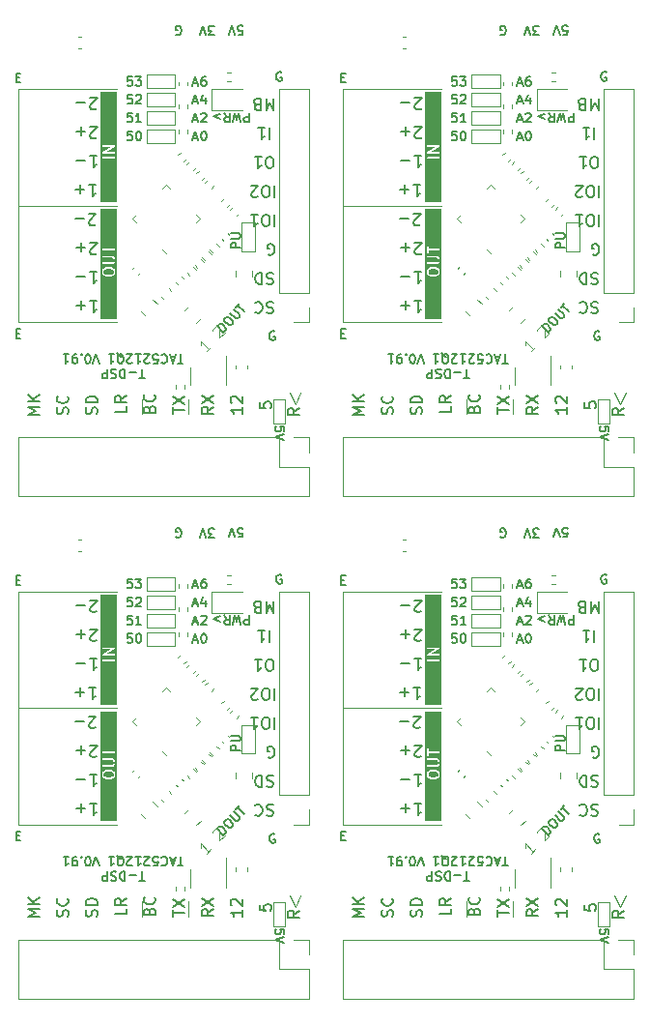
<source format=gto>
G04 #@! TF.GenerationSoftware,KiCad,Pcbnew,9.0.4*
G04 #@! TF.CreationDate,2025-08-20T18:38:41-04:00*
G04 #@! TF.ProjectId,jlc_pcba,6a6c635f-7063-4626-912e-6b696361645f,rev?*
G04 #@! TF.SameCoordinates,Original*
G04 #@! TF.FileFunction,Legend,Top*
G04 #@! TF.FilePolarity,Positive*
%FSLAX46Y46*%
G04 Gerber Fmt 4.6, Leading zero omitted, Abs format (unit mm)*
G04 Created by KiCad (PCBNEW 9.0.4) date 2025-08-20 18:38:41*
%MOMM*%
%LPD*%
G01*
G04 APERTURE LIST*
%ADD10C,0.200000*%
%ADD11C,0.150000*%
%ADD12C,0.100000*%
%ADD13C,0.120000*%
G04 APERTURE END LIST*
D10*
X47789761Y-82004804D02*
X47332618Y-82004804D01*
X47561190Y-81204804D02*
X47561190Y-82004804D01*
X47065951Y-81509566D02*
X46456428Y-81509566D01*
X46075475Y-81204804D02*
X46075475Y-82004804D01*
X46075475Y-82004804D02*
X45884999Y-82004804D01*
X45884999Y-82004804D02*
X45770713Y-81966709D01*
X45770713Y-81966709D02*
X45694523Y-81890519D01*
X45694523Y-81890519D02*
X45656428Y-81814328D01*
X45656428Y-81814328D02*
X45618332Y-81661947D01*
X45618332Y-81661947D02*
X45618332Y-81547661D01*
X45618332Y-81547661D02*
X45656428Y-81395280D01*
X45656428Y-81395280D02*
X45694523Y-81319090D01*
X45694523Y-81319090D02*
X45770713Y-81242900D01*
X45770713Y-81242900D02*
X45884999Y-81204804D01*
X45884999Y-81204804D02*
X46075475Y-81204804D01*
X45313571Y-81242900D02*
X45199285Y-81204804D01*
X45199285Y-81204804D02*
X45008809Y-81204804D01*
X45008809Y-81204804D02*
X44932618Y-81242900D01*
X44932618Y-81242900D02*
X44894523Y-81280995D01*
X44894523Y-81280995D02*
X44856428Y-81357185D01*
X44856428Y-81357185D02*
X44856428Y-81433376D01*
X44856428Y-81433376D02*
X44894523Y-81509566D01*
X44894523Y-81509566D02*
X44932618Y-81547661D01*
X44932618Y-81547661D02*
X45008809Y-81585757D01*
X45008809Y-81585757D02*
X45161190Y-81623852D01*
X45161190Y-81623852D02*
X45237380Y-81661947D01*
X45237380Y-81661947D02*
X45275475Y-81700042D01*
X45275475Y-81700042D02*
X45313571Y-81776233D01*
X45313571Y-81776233D02*
X45313571Y-81852423D01*
X45313571Y-81852423D02*
X45275475Y-81928614D01*
X45275475Y-81928614D02*
X45237380Y-81966709D01*
X45237380Y-81966709D02*
X45161190Y-82004804D01*
X45161190Y-82004804D02*
X44970713Y-82004804D01*
X44970713Y-82004804D02*
X44856428Y-81966709D01*
X44513570Y-81204804D02*
X44513570Y-82004804D01*
X44513570Y-82004804D02*
X44208808Y-82004804D01*
X44208808Y-82004804D02*
X44132618Y-81966709D01*
X44132618Y-81966709D02*
X44094523Y-81928614D01*
X44094523Y-81928614D02*
X44056427Y-81852423D01*
X44056427Y-81852423D02*
X44056427Y-81738138D01*
X44056427Y-81738138D02*
X44094523Y-81661947D01*
X44094523Y-81661947D02*
X44132618Y-81623852D01*
X44132618Y-81623852D02*
X44208808Y-81585757D01*
X44208808Y-81585757D02*
X44513570Y-81585757D01*
X51161190Y-80716849D02*
X50704047Y-80716849D01*
X50932619Y-79916849D02*
X50932619Y-80716849D01*
X50475476Y-80145421D02*
X50094523Y-80145421D01*
X50551666Y-79916849D02*
X50284999Y-80716849D01*
X50284999Y-80716849D02*
X50018333Y-79916849D01*
X49294523Y-79993040D02*
X49332619Y-79954945D01*
X49332619Y-79954945D02*
X49446904Y-79916849D01*
X49446904Y-79916849D02*
X49523095Y-79916849D01*
X49523095Y-79916849D02*
X49637381Y-79954945D01*
X49637381Y-79954945D02*
X49713571Y-80031135D01*
X49713571Y-80031135D02*
X49751666Y-80107325D01*
X49751666Y-80107325D02*
X49789762Y-80259706D01*
X49789762Y-80259706D02*
X49789762Y-80373992D01*
X49789762Y-80373992D02*
X49751666Y-80526373D01*
X49751666Y-80526373D02*
X49713571Y-80602564D01*
X49713571Y-80602564D02*
X49637381Y-80678754D01*
X49637381Y-80678754D02*
X49523095Y-80716849D01*
X49523095Y-80716849D02*
X49446904Y-80716849D01*
X49446904Y-80716849D02*
X49332619Y-80678754D01*
X49332619Y-80678754D02*
X49294523Y-80640659D01*
X48570714Y-80716849D02*
X48951666Y-80716849D01*
X48951666Y-80716849D02*
X48989762Y-80335897D01*
X48989762Y-80335897D02*
X48951666Y-80373992D01*
X48951666Y-80373992D02*
X48875476Y-80412087D01*
X48875476Y-80412087D02*
X48685000Y-80412087D01*
X48685000Y-80412087D02*
X48608809Y-80373992D01*
X48608809Y-80373992D02*
X48570714Y-80335897D01*
X48570714Y-80335897D02*
X48532619Y-80259706D01*
X48532619Y-80259706D02*
X48532619Y-80069230D01*
X48532619Y-80069230D02*
X48570714Y-79993040D01*
X48570714Y-79993040D02*
X48608809Y-79954945D01*
X48608809Y-79954945D02*
X48685000Y-79916849D01*
X48685000Y-79916849D02*
X48875476Y-79916849D01*
X48875476Y-79916849D02*
X48951666Y-79954945D01*
X48951666Y-79954945D02*
X48989762Y-79993040D01*
X48227857Y-80640659D02*
X48189761Y-80678754D01*
X48189761Y-80678754D02*
X48113571Y-80716849D01*
X48113571Y-80716849D02*
X47923095Y-80716849D01*
X47923095Y-80716849D02*
X47846904Y-80678754D01*
X47846904Y-80678754D02*
X47808809Y-80640659D01*
X47808809Y-80640659D02*
X47770714Y-80564468D01*
X47770714Y-80564468D02*
X47770714Y-80488278D01*
X47770714Y-80488278D02*
X47808809Y-80373992D01*
X47808809Y-80373992D02*
X48265952Y-79916849D01*
X48265952Y-79916849D02*
X47770714Y-79916849D01*
X47008809Y-79916849D02*
X47465952Y-79916849D01*
X47237380Y-79916849D02*
X47237380Y-80716849D01*
X47237380Y-80716849D02*
X47313571Y-80602564D01*
X47313571Y-80602564D02*
X47389761Y-80526373D01*
X47389761Y-80526373D02*
X47465952Y-80488278D01*
X46704047Y-80640659D02*
X46665951Y-80678754D01*
X46665951Y-80678754D02*
X46589761Y-80716849D01*
X46589761Y-80716849D02*
X46399285Y-80716849D01*
X46399285Y-80716849D02*
X46323094Y-80678754D01*
X46323094Y-80678754D02*
X46284999Y-80640659D01*
X46284999Y-80640659D02*
X46246904Y-80564468D01*
X46246904Y-80564468D02*
X46246904Y-80488278D01*
X46246904Y-80488278D02*
X46284999Y-80373992D01*
X46284999Y-80373992D02*
X46742142Y-79916849D01*
X46742142Y-79916849D02*
X46246904Y-79916849D01*
X45370713Y-79840659D02*
X45446903Y-79878754D01*
X45446903Y-79878754D02*
X45523094Y-79954945D01*
X45523094Y-79954945D02*
X45637380Y-80069230D01*
X45637380Y-80069230D02*
X45713570Y-80107325D01*
X45713570Y-80107325D02*
X45789761Y-80107325D01*
X45751665Y-79916849D02*
X45827856Y-79954945D01*
X45827856Y-79954945D02*
X45904046Y-80031135D01*
X45904046Y-80031135D02*
X45942142Y-80183516D01*
X45942142Y-80183516D02*
X45942142Y-80450183D01*
X45942142Y-80450183D02*
X45904046Y-80602564D01*
X45904046Y-80602564D02*
X45827856Y-80678754D01*
X45827856Y-80678754D02*
X45751665Y-80716849D01*
X45751665Y-80716849D02*
X45599284Y-80716849D01*
X45599284Y-80716849D02*
X45523094Y-80678754D01*
X45523094Y-80678754D02*
X45446903Y-80602564D01*
X45446903Y-80602564D02*
X45408808Y-80450183D01*
X45408808Y-80450183D02*
X45408808Y-80183516D01*
X45408808Y-80183516D02*
X45446903Y-80031135D01*
X45446903Y-80031135D02*
X45523094Y-79954945D01*
X45523094Y-79954945D02*
X45599284Y-79916849D01*
X45599284Y-79916849D02*
X45751665Y-79916849D01*
X44646904Y-79916849D02*
X45104047Y-79916849D01*
X44875475Y-79916849D02*
X44875475Y-80716849D01*
X44875475Y-80716849D02*
X44951666Y-80602564D01*
X44951666Y-80602564D02*
X45027856Y-80526373D01*
X45027856Y-80526373D02*
X45104047Y-80488278D01*
X43808808Y-80716849D02*
X43542141Y-79916849D01*
X43542141Y-79916849D02*
X43275475Y-80716849D01*
X42856427Y-80716849D02*
X42780237Y-80716849D01*
X42780237Y-80716849D02*
X42704046Y-80678754D01*
X42704046Y-80678754D02*
X42665951Y-80640659D01*
X42665951Y-80640659D02*
X42627856Y-80564468D01*
X42627856Y-80564468D02*
X42589761Y-80412087D01*
X42589761Y-80412087D02*
X42589761Y-80221611D01*
X42589761Y-80221611D02*
X42627856Y-80069230D01*
X42627856Y-80069230D02*
X42665951Y-79993040D01*
X42665951Y-79993040D02*
X42704046Y-79954945D01*
X42704046Y-79954945D02*
X42780237Y-79916849D01*
X42780237Y-79916849D02*
X42856427Y-79916849D01*
X42856427Y-79916849D02*
X42932618Y-79954945D01*
X42932618Y-79954945D02*
X42970713Y-79993040D01*
X42970713Y-79993040D02*
X43008808Y-80069230D01*
X43008808Y-80069230D02*
X43046904Y-80221611D01*
X43046904Y-80221611D02*
X43046904Y-80412087D01*
X43046904Y-80412087D02*
X43008808Y-80564468D01*
X43008808Y-80564468D02*
X42970713Y-80640659D01*
X42970713Y-80640659D02*
X42932618Y-80678754D01*
X42932618Y-80678754D02*
X42856427Y-80716849D01*
X42246903Y-79993040D02*
X42208808Y-79954945D01*
X42208808Y-79954945D02*
X42246903Y-79916849D01*
X42246903Y-79916849D02*
X42284999Y-79954945D01*
X42284999Y-79954945D02*
X42246903Y-79993040D01*
X42246903Y-79993040D02*
X42246903Y-79916849D01*
X41827856Y-79916849D02*
X41675475Y-79916849D01*
X41675475Y-79916849D02*
X41599285Y-79954945D01*
X41599285Y-79954945D02*
X41561189Y-79993040D01*
X41561189Y-79993040D02*
X41484999Y-80107325D01*
X41484999Y-80107325D02*
X41446904Y-80259706D01*
X41446904Y-80259706D02*
X41446904Y-80564468D01*
X41446904Y-80564468D02*
X41484999Y-80640659D01*
X41484999Y-80640659D02*
X41523094Y-80678754D01*
X41523094Y-80678754D02*
X41599285Y-80716849D01*
X41599285Y-80716849D02*
X41751666Y-80716849D01*
X41751666Y-80716849D02*
X41827856Y-80678754D01*
X41827856Y-80678754D02*
X41865951Y-80640659D01*
X41865951Y-80640659D02*
X41904047Y-80564468D01*
X41904047Y-80564468D02*
X41904047Y-80373992D01*
X41904047Y-80373992D02*
X41865951Y-80297802D01*
X41865951Y-80297802D02*
X41827856Y-80259706D01*
X41827856Y-80259706D02*
X41751666Y-80221611D01*
X41751666Y-80221611D02*
X41599285Y-80221611D01*
X41599285Y-80221611D02*
X41523094Y-80259706D01*
X41523094Y-80259706D02*
X41484999Y-80297802D01*
X41484999Y-80297802D02*
X41446904Y-80373992D01*
X40684999Y-79916849D02*
X41142142Y-79916849D01*
X40913570Y-79916849D02*
X40913570Y-80716849D01*
X40913570Y-80716849D02*
X40989761Y-80602564D01*
X40989761Y-80602564D02*
X41065951Y-80526373D01*
X41065951Y-80526373D02*
X41142142Y-80488278D01*
X47789761Y-38004804D02*
X47332618Y-38004804D01*
X47561190Y-37204804D02*
X47561190Y-38004804D01*
X47065951Y-37509566D02*
X46456428Y-37509566D01*
X46075475Y-37204804D02*
X46075475Y-38004804D01*
X46075475Y-38004804D02*
X45884999Y-38004804D01*
X45884999Y-38004804D02*
X45770713Y-37966709D01*
X45770713Y-37966709D02*
X45694523Y-37890519D01*
X45694523Y-37890519D02*
X45656428Y-37814328D01*
X45656428Y-37814328D02*
X45618332Y-37661947D01*
X45618332Y-37661947D02*
X45618332Y-37547661D01*
X45618332Y-37547661D02*
X45656428Y-37395280D01*
X45656428Y-37395280D02*
X45694523Y-37319090D01*
X45694523Y-37319090D02*
X45770713Y-37242900D01*
X45770713Y-37242900D02*
X45884999Y-37204804D01*
X45884999Y-37204804D02*
X46075475Y-37204804D01*
X45313571Y-37242900D02*
X45199285Y-37204804D01*
X45199285Y-37204804D02*
X45008809Y-37204804D01*
X45008809Y-37204804D02*
X44932618Y-37242900D01*
X44932618Y-37242900D02*
X44894523Y-37280995D01*
X44894523Y-37280995D02*
X44856428Y-37357185D01*
X44856428Y-37357185D02*
X44856428Y-37433376D01*
X44856428Y-37433376D02*
X44894523Y-37509566D01*
X44894523Y-37509566D02*
X44932618Y-37547661D01*
X44932618Y-37547661D02*
X45008809Y-37585757D01*
X45008809Y-37585757D02*
X45161190Y-37623852D01*
X45161190Y-37623852D02*
X45237380Y-37661947D01*
X45237380Y-37661947D02*
X45275475Y-37700042D01*
X45275475Y-37700042D02*
X45313571Y-37776233D01*
X45313571Y-37776233D02*
X45313571Y-37852423D01*
X45313571Y-37852423D02*
X45275475Y-37928614D01*
X45275475Y-37928614D02*
X45237380Y-37966709D01*
X45237380Y-37966709D02*
X45161190Y-38004804D01*
X45161190Y-38004804D02*
X44970713Y-38004804D01*
X44970713Y-38004804D02*
X44856428Y-37966709D01*
X44513570Y-37204804D02*
X44513570Y-38004804D01*
X44513570Y-38004804D02*
X44208808Y-38004804D01*
X44208808Y-38004804D02*
X44132618Y-37966709D01*
X44132618Y-37966709D02*
X44094523Y-37928614D01*
X44094523Y-37928614D02*
X44056427Y-37852423D01*
X44056427Y-37852423D02*
X44056427Y-37738138D01*
X44056427Y-37738138D02*
X44094523Y-37661947D01*
X44094523Y-37661947D02*
X44132618Y-37623852D01*
X44132618Y-37623852D02*
X44208808Y-37585757D01*
X44208808Y-37585757D02*
X44513570Y-37585757D01*
X51161190Y-36716849D02*
X50704047Y-36716849D01*
X50932619Y-35916849D02*
X50932619Y-36716849D01*
X50475476Y-36145421D02*
X50094523Y-36145421D01*
X50551666Y-35916849D02*
X50284999Y-36716849D01*
X50284999Y-36716849D02*
X50018333Y-35916849D01*
X49294523Y-35993040D02*
X49332619Y-35954945D01*
X49332619Y-35954945D02*
X49446904Y-35916849D01*
X49446904Y-35916849D02*
X49523095Y-35916849D01*
X49523095Y-35916849D02*
X49637381Y-35954945D01*
X49637381Y-35954945D02*
X49713571Y-36031135D01*
X49713571Y-36031135D02*
X49751666Y-36107325D01*
X49751666Y-36107325D02*
X49789762Y-36259706D01*
X49789762Y-36259706D02*
X49789762Y-36373992D01*
X49789762Y-36373992D02*
X49751666Y-36526373D01*
X49751666Y-36526373D02*
X49713571Y-36602564D01*
X49713571Y-36602564D02*
X49637381Y-36678754D01*
X49637381Y-36678754D02*
X49523095Y-36716849D01*
X49523095Y-36716849D02*
X49446904Y-36716849D01*
X49446904Y-36716849D02*
X49332619Y-36678754D01*
X49332619Y-36678754D02*
X49294523Y-36640659D01*
X48570714Y-36716849D02*
X48951666Y-36716849D01*
X48951666Y-36716849D02*
X48989762Y-36335897D01*
X48989762Y-36335897D02*
X48951666Y-36373992D01*
X48951666Y-36373992D02*
X48875476Y-36412087D01*
X48875476Y-36412087D02*
X48685000Y-36412087D01*
X48685000Y-36412087D02*
X48608809Y-36373992D01*
X48608809Y-36373992D02*
X48570714Y-36335897D01*
X48570714Y-36335897D02*
X48532619Y-36259706D01*
X48532619Y-36259706D02*
X48532619Y-36069230D01*
X48532619Y-36069230D02*
X48570714Y-35993040D01*
X48570714Y-35993040D02*
X48608809Y-35954945D01*
X48608809Y-35954945D02*
X48685000Y-35916849D01*
X48685000Y-35916849D02*
X48875476Y-35916849D01*
X48875476Y-35916849D02*
X48951666Y-35954945D01*
X48951666Y-35954945D02*
X48989762Y-35993040D01*
X48227857Y-36640659D02*
X48189761Y-36678754D01*
X48189761Y-36678754D02*
X48113571Y-36716849D01*
X48113571Y-36716849D02*
X47923095Y-36716849D01*
X47923095Y-36716849D02*
X47846904Y-36678754D01*
X47846904Y-36678754D02*
X47808809Y-36640659D01*
X47808809Y-36640659D02*
X47770714Y-36564468D01*
X47770714Y-36564468D02*
X47770714Y-36488278D01*
X47770714Y-36488278D02*
X47808809Y-36373992D01*
X47808809Y-36373992D02*
X48265952Y-35916849D01*
X48265952Y-35916849D02*
X47770714Y-35916849D01*
X47008809Y-35916849D02*
X47465952Y-35916849D01*
X47237380Y-35916849D02*
X47237380Y-36716849D01*
X47237380Y-36716849D02*
X47313571Y-36602564D01*
X47313571Y-36602564D02*
X47389761Y-36526373D01*
X47389761Y-36526373D02*
X47465952Y-36488278D01*
X46704047Y-36640659D02*
X46665951Y-36678754D01*
X46665951Y-36678754D02*
X46589761Y-36716849D01*
X46589761Y-36716849D02*
X46399285Y-36716849D01*
X46399285Y-36716849D02*
X46323094Y-36678754D01*
X46323094Y-36678754D02*
X46284999Y-36640659D01*
X46284999Y-36640659D02*
X46246904Y-36564468D01*
X46246904Y-36564468D02*
X46246904Y-36488278D01*
X46246904Y-36488278D02*
X46284999Y-36373992D01*
X46284999Y-36373992D02*
X46742142Y-35916849D01*
X46742142Y-35916849D02*
X46246904Y-35916849D01*
X45370713Y-35840659D02*
X45446903Y-35878754D01*
X45446903Y-35878754D02*
X45523094Y-35954945D01*
X45523094Y-35954945D02*
X45637380Y-36069230D01*
X45637380Y-36069230D02*
X45713570Y-36107325D01*
X45713570Y-36107325D02*
X45789761Y-36107325D01*
X45751665Y-35916849D02*
X45827856Y-35954945D01*
X45827856Y-35954945D02*
X45904046Y-36031135D01*
X45904046Y-36031135D02*
X45942142Y-36183516D01*
X45942142Y-36183516D02*
X45942142Y-36450183D01*
X45942142Y-36450183D02*
X45904046Y-36602564D01*
X45904046Y-36602564D02*
X45827856Y-36678754D01*
X45827856Y-36678754D02*
X45751665Y-36716849D01*
X45751665Y-36716849D02*
X45599284Y-36716849D01*
X45599284Y-36716849D02*
X45523094Y-36678754D01*
X45523094Y-36678754D02*
X45446903Y-36602564D01*
X45446903Y-36602564D02*
X45408808Y-36450183D01*
X45408808Y-36450183D02*
X45408808Y-36183516D01*
X45408808Y-36183516D02*
X45446903Y-36031135D01*
X45446903Y-36031135D02*
X45523094Y-35954945D01*
X45523094Y-35954945D02*
X45599284Y-35916849D01*
X45599284Y-35916849D02*
X45751665Y-35916849D01*
X44646904Y-35916849D02*
X45104047Y-35916849D01*
X44875475Y-35916849D02*
X44875475Y-36716849D01*
X44875475Y-36716849D02*
X44951666Y-36602564D01*
X44951666Y-36602564D02*
X45027856Y-36526373D01*
X45027856Y-36526373D02*
X45104047Y-36488278D01*
X43808808Y-36716849D02*
X43542141Y-35916849D01*
X43542141Y-35916849D02*
X43275475Y-36716849D01*
X42856427Y-36716849D02*
X42780237Y-36716849D01*
X42780237Y-36716849D02*
X42704046Y-36678754D01*
X42704046Y-36678754D02*
X42665951Y-36640659D01*
X42665951Y-36640659D02*
X42627856Y-36564468D01*
X42627856Y-36564468D02*
X42589761Y-36412087D01*
X42589761Y-36412087D02*
X42589761Y-36221611D01*
X42589761Y-36221611D02*
X42627856Y-36069230D01*
X42627856Y-36069230D02*
X42665951Y-35993040D01*
X42665951Y-35993040D02*
X42704046Y-35954945D01*
X42704046Y-35954945D02*
X42780237Y-35916849D01*
X42780237Y-35916849D02*
X42856427Y-35916849D01*
X42856427Y-35916849D02*
X42932618Y-35954945D01*
X42932618Y-35954945D02*
X42970713Y-35993040D01*
X42970713Y-35993040D02*
X43008808Y-36069230D01*
X43008808Y-36069230D02*
X43046904Y-36221611D01*
X43046904Y-36221611D02*
X43046904Y-36412087D01*
X43046904Y-36412087D02*
X43008808Y-36564468D01*
X43008808Y-36564468D02*
X42970713Y-36640659D01*
X42970713Y-36640659D02*
X42932618Y-36678754D01*
X42932618Y-36678754D02*
X42856427Y-36716849D01*
X42246903Y-35993040D02*
X42208808Y-35954945D01*
X42208808Y-35954945D02*
X42246903Y-35916849D01*
X42246903Y-35916849D02*
X42284999Y-35954945D01*
X42284999Y-35954945D02*
X42246903Y-35993040D01*
X42246903Y-35993040D02*
X42246903Y-35916849D01*
X41827856Y-35916849D02*
X41675475Y-35916849D01*
X41675475Y-35916849D02*
X41599285Y-35954945D01*
X41599285Y-35954945D02*
X41561189Y-35993040D01*
X41561189Y-35993040D02*
X41484999Y-36107325D01*
X41484999Y-36107325D02*
X41446904Y-36259706D01*
X41446904Y-36259706D02*
X41446904Y-36564468D01*
X41446904Y-36564468D02*
X41484999Y-36640659D01*
X41484999Y-36640659D02*
X41523094Y-36678754D01*
X41523094Y-36678754D02*
X41599285Y-36716849D01*
X41599285Y-36716849D02*
X41751666Y-36716849D01*
X41751666Y-36716849D02*
X41827856Y-36678754D01*
X41827856Y-36678754D02*
X41865951Y-36640659D01*
X41865951Y-36640659D02*
X41904047Y-36564468D01*
X41904047Y-36564468D02*
X41904047Y-36373992D01*
X41904047Y-36373992D02*
X41865951Y-36297802D01*
X41865951Y-36297802D02*
X41827856Y-36259706D01*
X41827856Y-36259706D02*
X41751666Y-36221611D01*
X41751666Y-36221611D02*
X41599285Y-36221611D01*
X41599285Y-36221611D02*
X41523094Y-36259706D01*
X41523094Y-36259706D02*
X41484999Y-36297802D01*
X41484999Y-36297802D02*
X41446904Y-36373992D01*
X40684999Y-35916849D02*
X41142142Y-35916849D01*
X40913570Y-35916849D02*
X40913570Y-36716849D01*
X40913570Y-36716849D02*
X40989761Y-36602564D01*
X40989761Y-36602564D02*
X41065951Y-36526373D01*
X41065951Y-36526373D02*
X41142142Y-36488278D01*
X19329761Y-82004804D02*
X18872618Y-82004804D01*
X19101190Y-81204804D02*
X19101190Y-82004804D01*
X18605951Y-81509566D02*
X17996428Y-81509566D01*
X17615475Y-81204804D02*
X17615475Y-82004804D01*
X17615475Y-82004804D02*
X17424999Y-82004804D01*
X17424999Y-82004804D02*
X17310713Y-81966709D01*
X17310713Y-81966709D02*
X17234523Y-81890519D01*
X17234523Y-81890519D02*
X17196428Y-81814328D01*
X17196428Y-81814328D02*
X17158332Y-81661947D01*
X17158332Y-81661947D02*
X17158332Y-81547661D01*
X17158332Y-81547661D02*
X17196428Y-81395280D01*
X17196428Y-81395280D02*
X17234523Y-81319090D01*
X17234523Y-81319090D02*
X17310713Y-81242900D01*
X17310713Y-81242900D02*
X17424999Y-81204804D01*
X17424999Y-81204804D02*
X17615475Y-81204804D01*
X16853571Y-81242900D02*
X16739285Y-81204804D01*
X16739285Y-81204804D02*
X16548809Y-81204804D01*
X16548809Y-81204804D02*
X16472618Y-81242900D01*
X16472618Y-81242900D02*
X16434523Y-81280995D01*
X16434523Y-81280995D02*
X16396428Y-81357185D01*
X16396428Y-81357185D02*
X16396428Y-81433376D01*
X16396428Y-81433376D02*
X16434523Y-81509566D01*
X16434523Y-81509566D02*
X16472618Y-81547661D01*
X16472618Y-81547661D02*
X16548809Y-81585757D01*
X16548809Y-81585757D02*
X16701190Y-81623852D01*
X16701190Y-81623852D02*
X16777380Y-81661947D01*
X16777380Y-81661947D02*
X16815475Y-81700042D01*
X16815475Y-81700042D02*
X16853571Y-81776233D01*
X16853571Y-81776233D02*
X16853571Y-81852423D01*
X16853571Y-81852423D02*
X16815475Y-81928614D01*
X16815475Y-81928614D02*
X16777380Y-81966709D01*
X16777380Y-81966709D02*
X16701190Y-82004804D01*
X16701190Y-82004804D02*
X16510713Y-82004804D01*
X16510713Y-82004804D02*
X16396428Y-81966709D01*
X16053570Y-81204804D02*
X16053570Y-82004804D01*
X16053570Y-82004804D02*
X15748808Y-82004804D01*
X15748808Y-82004804D02*
X15672618Y-81966709D01*
X15672618Y-81966709D02*
X15634523Y-81928614D01*
X15634523Y-81928614D02*
X15596427Y-81852423D01*
X15596427Y-81852423D02*
X15596427Y-81738138D01*
X15596427Y-81738138D02*
X15634523Y-81661947D01*
X15634523Y-81661947D02*
X15672618Y-81623852D01*
X15672618Y-81623852D02*
X15748808Y-81585757D01*
X15748808Y-81585757D02*
X16053570Y-81585757D01*
X22701190Y-80716849D02*
X22244047Y-80716849D01*
X22472619Y-79916849D02*
X22472619Y-80716849D01*
X22015476Y-80145421D02*
X21634523Y-80145421D01*
X22091666Y-79916849D02*
X21824999Y-80716849D01*
X21824999Y-80716849D02*
X21558333Y-79916849D01*
X20834523Y-79993040D02*
X20872619Y-79954945D01*
X20872619Y-79954945D02*
X20986904Y-79916849D01*
X20986904Y-79916849D02*
X21063095Y-79916849D01*
X21063095Y-79916849D02*
X21177381Y-79954945D01*
X21177381Y-79954945D02*
X21253571Y-80031135D01*
X21253571Y-80031135D02*
X21291666Y-80107325D01*
X21291666Y-80107325D02*
X21329762Y-80259706D01*
X21329762Y-80259706D02*
X21329762Y-80373992D01*
X21329762Y-80373992D02*
X21291666Y-80526373D01*
X21291666Y-80526373D02*
X21253571Y-80602564D01*
X21253571Y-80602564D02*
X21177381Y-80678754D01*
X21177381Y-80678754D02*
X21063095Y-80716849D01*
X21063095Y-80716849D02*
X20986904Y-80716849D01*
X20986904Y-80716849D02*
X20872619Y-80678754D01*
X20872619Y-80678754D02*
X20834523Y-80640659D01*
X20110714Y-80716849D02*
X20491666Y-80716849D01*
X20491666Y-80716849D02*
X20529762Y-80335897D01*
X20529762Y-80335897D02*
X20491666Y-80373992D01*
X20491666Y-80373992D02*
X20415476Y-80412087D01*
X20415476Y-80412087D02*
X20225000Y-80412087D01*
X20225000Y-80412087D02*
X20148809Y-80373992D01*
X20148809Y-80373992D02*
X20110714Y-80335897D01*
X20110714Y-80335897D02*
X20072619Y-80259706D01*
X20072619Y-80259706D02*
X20072619Y-80069230D01*
X20072619Y-80069230D02*
X20110714Y-79993040D01*
X20110714Y-79993040D02*
X20148809Y-79954945D01*
X20148809Y-79954945D02*
X20225000Y-79916849D01*
X20225000Y-79916849D02*
X20415476Y-79916849D01*
X20415476Y-79916849D02*
X20491666Y-79954945D01*
X20491666Y-79954945D02*
X20529762Y-79993040D01*
X19767857Y-80640659D02*
X19729761Y-80678754D01*
X19729761Y-80678754D02*
X19653571Y-80716849D01*
X19653571Y-80716849D02*
X19463095Y-80716849D01*
X19463095Y-80716849D02*
X19386904Y-80678754D01*
X19386904Y-80678754D02*
X19348809Y-80640659D01*
X19348809Y-80640659D02*
X19310714Y-80564468D01*
X19310714Y-80564468D02*
X19310714Y-80488278D01*
X19310714Y-80488278D02*
X19348809Y-80373992D01*
X19348809Y-80373992D02*
X19805952Y-79916849D01*
X19805952Y-79916849D02*
X19310714Y-79916849D01*
X18548809Y-79916849D02*
X19005952Y-79916849D01*
X18777380Y-79916849D02*
X18777380Y-80716849D01*
X18777380Y-80716849D02*
X18853571Y-80602564D01*
X18853571Y-80602564D02*
X18929761Y-80526373D01*
X18929761Y-80526373D02*
X19005952Y-80488278D01*
X18244047Y-80640659D02*
X18205951Y-80678754D01*
X18205951Y-80678754D02*
X18129761Y-80716849D01*
X18129761Y-80716849D02*
X17939285Y-80716849D01*
X17939285Y-80716849D02*
X17863094Y-80678754D01*
X17863094Y-80678754D02*
X17824999Y-80640659D01*
X17824999Y-80640659D02*
X17786904Y-80564468D01*
X17786904Y-80564468D02*
X17786904Y-80488278D01*
X17786904Y-80488278D02*
X17824999Y-80373992D01*
X17824999Y-80373992D02*
X18282142Y-79916849D01*
X18282142Y-79916849D02*
X17786904Y-79916849D01*
X16910713Y-79840659D02*
X16986903Y-79878754D01*
X16986903Y-79878754D02*
X17063094Y-79954945D01*
X17063094Y-79954945D02*
X17177380Y-80069230D01*
X17177380Y-80069230D02*
X17253570Y-80107325D01*
X17253570Y-80107325D02*
X17329761Y-80107325D01*
X17291665Y-79916849D02*
X17367856Y-79954945D01*
X17367856Y-79954945D02*
X17444046Y-80031135D01*
X17444046Y-80031135D02*
X17482142Y-80183516D01*
X17482142Y-80183516D02*
X17482142Y-80450183D01*
X17482142Y-80450183D02*
X17444046Y-80602564D01*
X17444046Y-80602564D02*
X17367856Y-80678754D01*
X17367856Y-80678754D02*
X17291665Y-80716849D01*
X17291665Y-80716849D02*
X17139284Y-80716849D01*
X17139284Y-80716849D02*
X17063094Y-80678754D01*
X17063094Y-80678754D02*
X16986903Y-80602564D01*
X16986903Y-80602564D02*
X16948808Y-80450183D01*
X16948808Y-80450183D02*
X16948808Y-80183516D01*
X16948808Y-80183516D02*
X16986903Y-80031135D01*
X16986903Y-80031135D02*
X17063094Y-79954945D01*
X17063094Y-79954945D02*
X17139284Y-79916849D01*
X17139284Y-79916849D02*
X17291665Y-79916849D01*
X16186904Y-79916849D02*
X16644047Y-79916849D01*
X16415475Y-79916849D02*
X16415475Y-80716849D01*
X16415475Y-80716849D02*
X16491666Y-80602564D01*
X16491666Y-80602564D02*
X16567856Y-80526373D01*
X16567856Y-80526373D02*
X16644047Y-80488278D01*
X15348808Y-80716849D02*
X15082141Y-79916849D01*
X15082141Y-79916849D02*
X14815475Y-80716849D01*
X14396427Y-80716849D02*
X14320237Y-80716849D01*
X14320237Y-80716849D02*
X14244046Y-80678754D01*
X14244046Y-80678754D02*
X14205951Y-80640659D01*
X14205951Y-80640659D02*
X14167856Y-80564468D01*
X14167856Y-80564468D02*
X14129761Y-80412087D01*
X14129761Y-80412087D02*
X14129761Y-80221611D01*
X14129761Y-80221611D02*
X14167856Y-80069230D01*
X14167856Y-80069230D02*
X14205951Y-79993040D01*
X14205951Y-79993040D02*
X14244046Y-79954945D01*
X14244046Y-79954945D02*
X14320237Y-79916849D01*
X14320237Y-79916849D02*
X14396427Y-79916849D01*
X14396427Y-79916849D02*
X14472618Y-79954945D01*
X14472618Y-79954945D02*
X14510713Y-79993040D01*
X14510713Y-79993040D02*
X14548808Y-80069230D01*
X14548808Y-80069230D02*
X14586904Y-80221611D01*
X14586904Y-80221611D02*
X14586904Y-80412087D01*
X14586904Y-80412087D02*
X14548808Y-80564468D01*
X14548808Y-80564468D02*
X14510713Y-80640659D01*
X14510713Y-80640659D02*
X14472618Y-80678754D01*
X14472618Y-80678754D02*
X14396427Y-80716849D01*
X13786903Y-79993040D02*
X13748808Y-79954945D01*
X13748808Y-79954945D02*
X13786903Y-79916849D01*
X13786903Y-79916849D02*
X13824999Y-79954945D01*
X13824999Y-79954945D02*
X13786903Y-79993040D01*
X13786903Y-79993040D02*
X13786903Y-79916849D01*
X13367856Y-79916849D02*
X13215475Y-79916849D01*
X13215475Y-79916849D02*
X13139285Y-79954945D01*
X13139285Y-79954945D02*
X13101189Y-79993040D01*
X13101189Y-79993040D02*
X13024999Y-80107325D01*
X13024999Y-80107325D02*
X12986904Y-80259706D01*
X12986904Y-80259706D02*
X12986904Y-80564468D01*
X12986904Y-80564468D02*
X13024999Y-80640659D01*
X13024999Y-80640659D02*
X13063094Y-80678754D01*
X13063094Y-80678754D02*
X13139285Y-80716849D01*
X13139285Y-80716849D02*
X13291666Y-80716849D01*
X13291666Y-80716849D02*
X13367856Y-80678754D01*
X13367856Y-80678754D02*
X13405951Y-80640659D01*
X13405951Y-80640659D02*
X13444047Y-80564468D01*
X13444047Y-80564468D02*
X13444047Y-80373992D01*
X13444047Y-80373992D02*
X13405951Y-80297802D01*
X13405951Y-80297802D02*
X13367856Y-80259706D01*
X13367856Y-80259706D02*
X13291666Y-80221611D01*
X13291666Y-80221611D02*
X13139285Y-80221611D01*
X13139285Y-80221611D02*
X13063094Y-80259706D01*
X13063094Y-80259706D02*
X13024999Y-80297802D01*
X13024999Y-80297802D02*
X12986904Y-80373992D01*
X12224999Y-79916849D02*
X12682142Y-79916849D01*
X12453570Y-79916849D02*
X12453570Y-80716849D01*
X12453570Y-80716849D02*
X12529761Y-80602564D01*
X12529761Y-80602564D02*
X12605951Y-80526373D01*
X12605951Y-80526373D02*
X12682142Y-80488278D01*
X19329761Y-38004804D02*
X18872618Y-38004804D01*
X19101190Y-37204804D02*
X19101190Y-38004804D01*
X18605951Y-37509566D02*
X17996428Y-37509566D01*
X17615475Y-37204804D02*
X17615475Y-38004804D01*
X17615475Y-38004804D02*
X17424999Y-38004804D01*
X17424999Y-38004804D02*
X17310713Y-37966709D01*
X17310713Y-37966709D02*
X17234523Y-37890519D01*
X17234523Y-37890519D02*
X17196428Y-37814328D01*
X17196428Y-37814328D02*
X17158332Y-37661947D01*
X17158332Y-37661947D02*
X17158332Y-37547661D01*
X17158332Y-37547661D02*
X17196428Y-37395280D01*
X17196428Y-37395280D02*
X17234523Y-37319090D01*
X17234523Y-37319090D02*
X17310713Y-37242900D01*
X17310713Y-37242900D02*
X17424999Y-37204804D01*
X17424999Y-37204804D02*
X17615475Y-37204804D01*
X16853571Y-37242900D02*
X16739285Y-37204804D01*
X16739285Y-37204804D02*
X16548809Y-37204804D01*
X16548809Y-37204804D02*
X16472618Y-37242900D01*
X16472618Y-37242900D02*
X16434523Y-37280995D01*
X16434523Y-37280995D02*
X16396428Y-37357185D01*
X16396428Y-37357185D02*
X16396428Y-37433376D01*
X16396428Y-37433376D02*
X16434523Y-37509566D01*
X16434523Y-37509566D02*
X16472618Y-37547661D01*
X16472618Y-37547661D02*
X16548809Y-37585757D01*
X16548809Y-37585757D02*
X16701190Y-37623852D01*
X16701190Y-37623852D02*
X16777380Y-37661947D01*
X16777380Y-37661947D02*
X16815475Y-37700042D01*
X16815475Y-37700042D02*
X16853571Y-37776233D01*
X16853571Y-37776233D02*
X16853571Y-37852423D01*
X16853571Y-37852423D02*
X16815475Y-37928614D01*
X16815475Y-37928614D02*
X16777380Y-37966709D01*
X16777380Y-37966709D02*
X16701190Y-38004804D01*
X16701190Y-38004804D02*
X16510713Y-38004804D01*
X16510713Y-38004804D02*
X16396428Y-37966709D01*
X16053570Y-37204804D02*
X16053570Y-38004804D01*
X16053570Y-38004804D02*
X15748808Y-38004804D01*
X15748808Y-38004804D02*
X15672618Y-37966709D01*
X15672618Y-37966709D02*
X15634523Y-37928614D01*
X15634523Y-37928614D02*
X15596427Y-37852423D01*
X15596427Y-37852423D02*
X15596427Y-37738138D01*
X15596427Y-37738138D02*
X15634523Y-37661947D01*
X15634523Y-37661947D02*
X15672618Y-37623852D01*
X15672618Y-37623852D02*
X15748808Y-37585757D01*
X15748808Y-37585757D02*
X16053570Y-37585757D01*
X22701190Y-36716849D02*
X22244047Y-36716849D01*
X22472619Y-35916849D02*
X22472619Y-36716849D01*
X22015476Y-36145421D02*
X21634523Y-36145421D01*
X22091666Y-35916849D02*
X21824999Y-36716849D01*
X21824999Y-36716849D02*
X21558333Y-35916849D01*
X20834523Y-35993040D02*
X20872619Y-35954945D01*
X20872619Y-35954945D02*
X20986904Y-35916849D01*
X20986904Y-35916849D02*
X21063095Y-35916849D01*
X21063095Y-35916849D02*
X21177381Y-35954945D01*
X21177381Y-35954945D02*
X21253571Y-36031135D01*
X21253571Y-36031135D02*
X21291666Y-36107325D01*
X21291666Y-36107325D02*
X21329762Y-36259706D01*
X21329762Y-36259706D02*
X21329762Y-36373992D01*
X21329762Y-36373992D02*
X21291666Y-36526373D01*
X21291666Y-36526373D02*
X21253571Y-36602564D01*
X21253571Y-36602564D02*
X21177381Y-36678754D01*
X21177381Y-36678754D02*
X21063095Y-36716849D01*
X21063095Y-36716849D02*
X20986904Y-36716849D01*
X20986904Y-36716849D02*
X20872619Y-36678754D01*
X20872619Y-36678754D02*
X20834523Y-36640659D01*
X20110714Y-36716849D02*
X20491666Y-36716849D01*
X20491666Y-36716849D02*
X20529762Y-36335897D01*
X20529762Y-36335897D02*
X20491666Y-36373992D01*
X20491666Y-36373992D02*
X20415476Y-36412087D01*
X20415476Y-36412087D02*
X20225000Y-36412087D01*
X20225000Y-36412087D02*
X20148809Y-36373992D01*
X20148809Y-36373992D02*
X20110714Y-36335897D01*
X20110714Y-36335897D02*
X20072619Y-36259706D01*
X20072619Y-36259706D02*
X20072619Y-36069230D01*
X20072619Y-36069230D02*
X20110714Y-35993040D01*
X20110714Y-35993040D02*
X20148809Y-35954945D01*
X20148809Y-35954945D02*
X20225000Y-35916849D01*
X20225000Y-35916849D02*
X20415476Y-35916849D01*
X20415476Y-35916849D02*
X20491666Y-35954945D01*
X20491666Y-35954945D02*
X20529762Y-35993040D01*
X19767857Y-36640659D02*
X19729761Y-36678754D01*
X19729761Y-36678754D02*
X19653571Y-36716849D01*
X19653571Y-36716849D02*
X19463095Y-36716849D01*
X19463095Y-36716849D02*
X19386904Y-36678754D01*
X19386904Y-36678754D02*
X19348809Y-36640659D01*
X19348809Y-36640659D02*
X19310714Y-36564468D01*
X19310714Y-36564468D02*
X19310714Y-36488278D01*
X19310714Y-36488278D02*
X19348809Y-36373992D01*
X19348809Y-36373992D02*
X19805952Y-35916849D01*
X19805952Y-35916849D02*
X19310714Y-35916849D01*
X18548809Y-35916849D02*
X19005952Y-35916849D01*
X18777380Y-35916849D02*
X18777380Y-36716849D01*
X18777380Y-36716849D02*
X18853571Y-36602564D01*
X18853571Y-36602564D02*
X18929761Y-36526373D01*
X18929761Y-36526373D02*
X19005952Y-36488278D01*
X18244047Y-36640659D02*
X18205951Y-36678754D01*
X18205951Y-36678754D02*
X18129761Y-36716849D01*
X18129761Y-36716849D02*
X17939285Y-36716849D01*
X17939285Y-36716849D02*
X17863094Y-36678754D01*
X17863094Y-36678754D02*
X17824999Y-36640659D01*
X17824999Y-36640659D02*
X17786904Y-36564468D01*
X17786904Y-36564468D02*
X17786904Y-36488278D01*
X17786904Y-36488278D02*
X17824999Y-36373992D01*
X17824999Y-36373992D02*
X18282142Y-35916849D01*
X18282142Y-35916849D02*
X17786904Y-35916849D01*
X16910713Y-35840659D02*
X16986903Y-35878754D01*
X16986903Y-35878754D02*
X17063094Y-35954945D01*
X17063094Y-35954945D02*
X17177380Y-36069230D01*
X17177380Y-36069230D02*
X17253570Y-36107325D01*
X17253570Y-36107325D02*
X17329761Y-36107325D01*
X17291665Y-35916849D02*
X17367856Y-35954945D01*
X17367856Y-35954945D02*
X17444046Y-36031135D01*
X17444046Y-36031135D02*
X17482142Y-36183516D01*
X17482142Y-36183516D02*
X17482142Y-36450183D01*
X17482142Y-36450183D02*
X17444046Y-36602564D01*
X17444046Y-36602564D02*
X17367856Y-36678754D01*
X17367856Y-36678754D02*
X17291665Y-36716849D01*
X17291665Y-36716849D02*
X17139284Y-36716849D01*
X17139284Y-36716849D02*
X17063094Y-36678754D01*
X17063094Y-36678754D02*
X16986903Y-36602564D01*
X16986903Y-36602564D02*
X16948808Y-36450183D01*
X16948808Y-36450183D02*
X16948808Y-36183516D01*
X16948808Y-36183516D02*
X16986903Y-36031135D01*
X16986903Y-36031135D02*
X17063094Y-35954945D01*
X17063094Y-35954945D02*
X17139284Y-35916849D01*
X17139284Y-35916849D02*
X17291665Y-35916849D01*
X16186904Y-35916849D02*
X16644047Y-35916849D01*
X16415475Y-35916849D02*
X16415475Y-36716849D01*
X16415475Y-36716849D02*
X16491666Y-36602564D01*
X16491666Y-36602564D02*
X16567856Y-36526373D01*
X16567856Y-36526373D02*
X16644047Y-36488278D01*
X15348808Y-36716849D02*
X15082141Y-35916849D01*
X15082141Y-35916849D02*
X14815475Y-36716849D01*
X14396427Y-36716849D02*
X14320237Y-36716849D01*
X14320237Y-36716849D02*
X14244046Y-36678754D01*
X14244046Y-36678754D02*
X14205951Y-36640659D01*
X14205951Y-36640659D02*
X14167856Y-36564468D01*
X14167856Y-36564468D02*
X14129761Y-36412087D01*
X14129761Y-36412087D02*
X14129761Y-36221611D01*
X14129761Y-36221611D02*
X14167856Y-36069230D01*
X14167856Y-36069230D02*
X14205951Y-35993040D01*
X14205951Y-35993040D02*
X14244046Y-35954945D01*
X14244046Y-35954945D02*
X14320237Y-35916849D01*
X14320237Y-35916849D02*
X14396427Y-35916849D01*
X14396427Y-35916849D02*
X14472618Y-35954945D01*
X14472618Y-35954945D02*
X14510713Y-35993040D01*
X14510713Y-35993040D02*
X14548808Y-36069230D01*
X14548808Y-36069230D02*
X14586904Y-36221611D01*
X14586904Y-36221611D02*
X14586904Y-36412087D01*
X14586904Y-36412087D02*
X14548808Y-36564468D01*
X14548808Y-36564468D02*
X14510713Y-36640659D01*
X14510713Y-36640659D02*
X14472618Y-36678754D01*
X14472618Y-36678754D02*
X14396427Y-36716849D01*
X13786903Y-35993040D02*
X13748808Y-35954945D01*
X13748808Y-35954945D02*
X13786903Y-35916849D01*
X13786903Y-35916849D02*
X13824999Y-35954945D01*
X13824999Y-35954945D02*
X13786903Y-35993040D01*
X13786903Y-35993040D02*
X13786903Y-35916849D01*
X13367856Y-35916849D02*
X13215475Y-35916849D01*
X13215475Y-35916849D02*
X13139285Y-35954945D01*
X13139285Y-35954945D02*
X13101189Y-35993040D01*
X13101189Y-35993040D02*
X13024999Y-36107325D01*
X13024999Y-36107325D02*
X12986904Y-36259706D01*
X12986904Y-36259706D02*
X12986904Y-36564468D01*
X12986904Y-36564468D02*
X13024999Y-36640659D01*
X13024999Y-36640659D02*
X13063094Y-36678754D01*
X13063094Y-36678754D02*
X13139285Y-36716849D01*
X13139285Y-36716849D02*
X13291666Y-36716849D01*
X13291666Y-36716849D02*
X13367856Y-36678754D01*
X13367856Y-36678754D02*
X13405951Y-36640659D01*
X13405951Y-36640659D02*
X13444047Y-36564468D01*
X13444047Y-36564468D02*
X13444047Y-36373992D01*
X13444047Y-36373992D02*
X13405951Y-36297802D01*
X13405951Y-36297802D02*
X13367856Y-36259706D01*
X13367856Y-36259706D02*
X13291666Y-36221611D01*
X13291666Y-36221611D02*
X13139285Y-36221611D01*
X13139285Y-36221611D02*
X13063094Y-36259706D01*
X13063094Y-36259706D02*
X13024999Y-36297802D01*
X13024999Y-36297802D02*
X12986904Y-36373992D01*
X12224999Y-35916849D02*
X12682142Y-35916849D01*
X12453570Y-35916849D02*
X12453570Y-36716849D01*
X12453570Y-36716849D02*
X12529761Y-36602564D01*
X12529761Y-36602564D02*
X12605951Y-36526373D01*
X12605951Y-36526373D02*
X12682142Y-36488278D01*
D11*
X46687380Y-14794795D02*
X46306428Y-14794795D01*
X46306428Y-14794795D02*
X46268332Y-15175747D01*
X46268332Y-15175747D02*
X46306428Y-15137652D01*
X46306428Y-15137652D02*
X46382618Y-15099557D01*
X46382618Y-15099557D02*
X46573094Y-15099557D01*
X46573094Y-15099557D02*
X46649285Y-15137652D01*
X46649285Y-15137652D02*
X46687380Y-15175747D01*
X46687380Y-15175747D02*
X46725475Y-15251938D01*
X46725475Y-15251938D02*
X46725475Y-15442414D01*
X46725475Y-15442414D02*
X46687380Y-15518604D01*
X46687380Y-15518604D02*
X46649285Y-15556700D01*
X46649285Y-15556700D02*
X46573094Y-15594795D01*
X46573094Y-15594795D02*
X46382618Y-15594795D01*
X46382618Y-15594795D02*
X46306428Y-15556700D01*
X46306428Y-15556700D02*
X46268332Y-15518604D01*
X47487380Y-15594795D02*
X47030237Y-15594795D01*
X47258809Y-15594795D02*
X47258809Y-14794795D01*
X47258809Y-14794795D02*
X47182618Y-14909080D01*
X47182618Y-14909080D02*
X47106428Y-14985271D01*
X47106428Y-14985271D02*
X47030237Y-15023366D01*
X52058810Y-15366223D02*
X52439763Y-15366223D01*
X51982620Y-15594795D02*
X52249287Y-14794795D01*
X52249287Y-14794795D02*
X52515953Y-15594795D01*
X52744524Y-14870985D02*
X52782620Y-14832890D01*
X52782620Y-14832890D02*
X52858810Y-14794795D01*
X52858810Y-14794795D02*
X53049286Y-14794795D01*
X53049286Y-14794795D02*
X53125477Y-14832890D01*
X53125477Y-14832890D02*
X53163572Y-14870985D01*
X53163572Y-14870985D02*
X53201667Y-14947176D01*
X53201667Y-14947176D02*
X53201667Y-15023366D01*
X53201667Y-15023366D02*
X53163572Y-15137652D01*
X53163572Y-15137652D02*
X52706429Y-15594795D01*
X52706429Y-15594795D02*
X53201667Y-15594795D01*
X18227380Y-55594795D02*
X17846428Y-55594795D01*
X17846428Y-55594795D02*
X17808332Y-55975747D01*
X17808332Y-55975747D02*
X17846428Y-55937652D01*
X17846428Y-55937652D02*
X17922618Y-55899557D01*
X17922618Y-55899557D02*
X18113094Y-55899557D01*
X18113094Y-55899557D02*
X18189285Y-55937652D01*
X18189285Y-55937652D02*
X18227380Y-55975747D01*
X18227380Y-55975747D02*
X18265475Y-56051938D01*
X18265475Y-56051938D02*
X18265475Y-56242414D01*
X18265475Y-56242414D02*
X18227380Y-56318604D01*
X18227380Y-56318604D02*
X18189285Y-56356700D01*
X18189285Y-56356700D02*
X18113094Y-56394795D01*
X18113094Y-56394795D02*
X17922618Y-56394795D01*
X17922618Y-56394795D02*
X17846428Y-56356700D01*
X17846428Y-56356700D02*
X17808332Y-56318604D01*
X18532142Y-55594795D02*
X19027380Y-55594795D01*
X19027380Y-55594795D02*
X18760714Y-55899557D01*
X18760714Y-55899557D02*
X18874999Y-55899557D01*
X18874999Y-55899557D02*
X18951190Y-55937652D01*
X18951190Y-55937652D02*
X18989285Y-55975747D01*
X18989285Y-55975747D02*
X19027380Y-56051938D01*
X19027380Y-56051938D02*
X19027380Y-56242414D01*
X19027380Y-56242414D02*
X18989285Y-56318604D01*
X18989285Y-56318604D02*
X18951190Y-56356700D01*
X18951190Y-56356700D02*
X18874999Y-56394795D01*
X18874999Y-56394795D02*
X18646428Y-56394795D01*
X18646428Y-56394795D02*
X18570237Y-56356700D01*
X18570237Y-56356700D02*
X18532142Y-56318604D01*
X23598810Y-56166223D02*
X23979763Y-56166223D01*
X23522620Y-56394795D02*
X23789287Y-55594795D01*
X23789287Y-55594795D02*
X24055953Y-56394795D01*
X24665477Y-55594795D02*
X24513096Y-55594795D01*
X24513096Y-55594795D02*
X24436905Y-55632890D01*
X24436905Y-55632890D02*
X24398810Y-55670985D01*
X24398810Y-55670985D02*
X24322620Y-55785271D01*
X24322620Y-55785271D02*
X24284524Y-55937652D01*
X24284524Y-55937652D02*
X24284524Y-56242414D01*
X24284524Y-56242414D02*
X24322620Y-56318604D01*
X24322620Y-56318604D02*
X24360715Y-56356700D01*
X24360715Y-56356700D02*
X24436905Y-56394795D01*
X24436905Y-56394795D02*
X24589286Y-56394795D01*
X24589286Y-56394795D02*
X24665477Y-56356700D01*
X24665477Y-56356700D02*
X24703572Y-56318604D01*
X24703572Y-56318604D02*
X24741667Y-56242414D01*
X24741667Y-56242414D02*
X24741667Y-56051938D01*
X24741667Y-56051938D02*
X24703572Y-55975747D01*
X24703572Y-55975747D02*
X24665477Y-55937652D01*
X24665477Y-55937652D02*
X24589286Y-55899557D01*
X24589286Y-55899557D02*
X24436905Y-55899557D01*
X24436905Y-55899557D02*
X24360715Y-55937652D01*
X24360715Y-55937652D02*
X24322620Y-55975747D01*
X24322620Y-55975747D02*
X24284524Y-56051938D01*
X18227380Y-11594795D02*
X17846428Y-11594795D01*
X17846428Y-11594795D02*
X17808332Y-11975747D01*
X17808332Y-11975747D02*
X17846428Y-11937652D01*
X17846428Y-11937652D02*
X17922618Y-11899557D01*
X17922618Y-11899557D02*
X18113094Y-11899557D01*
X18113094Y-11899557D02*
X18189285Y-11937652D01*
X18189285Y-11937652D02*
X18227380Y-11975747D01*
X18227380Y-11975747D02*
X18265475Y-12051938D01*
X18265475Y-12051938D02*
X18265475Y-12242414D01*
X18265475Y-12242414D02*
X18227380Y-12318604D01*
X18227380Y-12318604D02*
X18189285Y-12356700D01*
X18189285Y-12356700D02*
X18113094Y-12394795D01*
X18113094Y-12394795D02*
X17922618Y-12394795D01*
X17922618Y-12394795D02*
X17846428Y-12356700D01*
X17846428Y-12356700D02*
X17808332Y-12318604D01*
X18532142Y-11594795D02*
X19027380Y-11594795D01*
X19027380Y-11594795D02*
X18760714Y-11899557D01*
X18760714Y-11899557D02*
X18874999Y-11899557D01*
X18874999Y-11899557D02*
X18951190Y-11937652D01*
X18951190Y-11937652D02*
X18989285Y-11975747D01*
X18989285Y-11975747D02*
X19027380Y-12051938D01*
X19027380Y-12051938D02*
X19027380Y-12242414D01*
X19027380Y-12242414D02*
X18989285Y-12318604D01*
X18989285Y-12318604D02*
X18951190Y-12356700D01*
X18951190Y-12356700D02*
X18874999Y-12394795D01*
X18874999Y-12394795D02*
X18646428Y-12394795D01*
X18646428Y-12394795D02*
X18570237Y-12356700D01*
X18570237Y-12356700D02*
X18532142Y-12318604D01*
X23598810Y-12166223D02*
X23979763Y-12166223D01*
X23522620Y-12394795D02*
X23789287Y-11594795D01*
X23789287Y-11594795D02*
X24055953Y-12394795D01*
X24665477Y-11594795D02*
X24513096Y-11594795D01*
X24513096Y-11594795D02*
X24436905Y-11632890D01*
X24436905Y-11632890D02*
X24398810Y-11670985D01*
X24398810Y-11670985D02*
X24322620Y-11785271D01*
X24322620Y-11785271D02*
X24284524Y-11937652D01*
X24284524Y-11937652D02*
X24284524Y-12242414D01*
X24284524Y-12242414D02*
X24322620Y-12318604D01*
X24322620Y-12318604D02*
X24360715Y-12356700D01*
X24360715Y-12356700D02*
X24436905Y-12394795D01*
X24436905Y-12394795D02*
X24589286Y-12394795D01*
X24589286Y-12394795D02*
X24665477Y-12356700D01*
X24665477Y-12356700D02*
X24703572Y-12318604D01*
X24703572Y-12318604D02*
X24741667Y-12242414D01*
X24741667Y-12242414D02*
X24741667Y-12051938D01*
X24741667Y-12051938D02*
X24703572Y-11975747D01*
X24703572Y-11975747D02*
X24665477Y-11937652D01*
X24665477Y-11937652D02*
X24589286Y-11899557D01*
X24589286Y-11899557D02*
X24436905Y-11899557D01*
X24436905Y-11899557D02*
X24360715Y-11937652D01*
X24360715Y-11937652D02*
X24322620Y-11975747D01*
X24322620Y-11975747D02*
X24284524Y-12051938D01*
X46687380Y-11594795D02*
X46306428Y-11594795D01*
X46306428Y-11594795D02*
X46268332Y-11975747D01*
X46268332Y-11975747D02*
X46306428Y-11937652D01*
X46306428Y-11937652D02*
X46382618Y-11899557D01*
X46382618Y-11899557D02*
X46573094Y-11899557D01*
X46573094Y-11899557D02*
X46649285Y-11937652D01*
X46649285Y-11937652D02*
X46687380Y-11975747D01*
X46687380Y-11975747D02*
X46725475Y-12051938D01*
X46725475Y-12051938D02*
X46725475Y-12242414D01*
X46725475Y-12242414D02*
X46687380Y-12318604D01*
X46687380Y-12318604D02*
X46649285Y-12356700D01*
X46649285Y-12356700D02*
X46573094Y-12394795D01*
X46573094Y-12394795D02*
X46382618Y-12394795D01*
X46382618Y-12394795D02*
X46306428Y-12356700D01*
X46306428Y-12356700D02*
X46268332Y-12318604D01*
X46992142Y-11594795D02*
X47487380Y-11594795D01*
X47487380Y-11594795D02*
X47220714Y-11899557D01*
X47220714Y-11899557D02*
X47334999Y-11899557D01*
X47334999Y-11899557D02*
X47411190Y-11937652D01*
X47411190Y-11937652D02*
X47449285Y-11975747D01*
X47449285Y-11975747D02*
X47487380Y-12051938D01*
X47487380Y-12051938D02*
X47487380Y-12242414D01*
X47487380Y-12242414D02*
X47449285Y-12318604D01*
X47449285Y-12318604D02*
X47411190Y-12356700D01*
X47411190Y-12356700D02*
X47334999Y-12394795D01*
X47334999Y-12394795D02*
X47106428Y-12394795D01*
X47106428Y-12394795D02*
X47030237Y-12356700D01*
X47030237Y-12356700D02*
X46992142Y-12318604D01*
X52058810Y-12166223D02*
X52439763Y-12166223D01*
X51982620Y-12394795D02*
X52249287Y-11594795D01*
X52249287Y-11594795D02*
X52515953Y-12394795D01*
X53125477Y-11594795D02*
X52973096Y-11594795D01*
X52973096Y-11594795D02*
X52896905Y-11632890D01*
X52896905Y-11632890D02*
X52858810Y-11670985D01*
X52858810Y-11670985D02*
X52782620Y-11785271D01*
X52782620Y-11785271D02*
X52744524Y-11937652D01*
X52744524Y-11937652D02*
X52744524Y-12242414D01*
X52744524Y-12242414D02*
X52782620Y-12318604D01*
X52782620Y-12318604D02*
X52820715Y-12356700D01*
X52820715Y-12356700D02*
X52896905Y-12394795D01*
X52896905Y-12394795D02*
X53049286Y-12394795D01*
X53049286Y-12394795D02*
X53125477Y-12356700D01*
X53125477Y-12356700D02*
X53163572Y-12318604D01*
X53163572Y-12318604D02*
X53201667Y-12242414D01*
X53201667Y-12242414D02*
X53201667Y-12051938D01*
X53201667Y-12051938D02*
X53163572Y-11975747D01*
X53163572Y-11975747D02*
X53125477Y-11937652D01*
X53125477Y-11937652D02*
X53049286Y-11899557D01*
X53049286Y-11899557D02*
X52896905Y-11899557D01*
X52896905Y-11899557D02*
X52820715Y-11937652D01*
X52820715Y-11937652D02*
X52782620Y-11975747D01*
X52782620Y-11975747D02*
X52744524Y-12051938D01*
X60032704Y-86652612D02*
X60032704Y-86271660D01*
X60032704Y-86271660D02*
X59651752Y-86233564D01*
X59651752Y-86233564D02*
X59689847Y-86271660D01*
X59689847Y-86271660D02*
X59727942Y-86347850D01*
X59727942Y-86347850D02*
X59727942Y-86538326D01*
X59727942Y-86538326D02*
X59689847Y-86614517D01*
X59689847Y-86614517D02*
X59651752Y-86652612D01*
X59651752Y-86652612D02*
X59575561Y-86690707D01*
X59575561Y-86690707D02*
X59385085Y-86690707D01*
X59385085Y-86690707D02*
X59308895Y-86652612D01*
X59308895Y-86652612D02*
X59270800Y-86614517D01*
X59270800Y-86614517D02*
X59232704Y-86538326D01*
X59232704Y-86538326D02*
X59232704Y-86347850D01*
X59232704Y-86347850D02*
X59270800Y-86271660D01*
X59270800Y-86271660D02*
X59308895Y-86233564D01*
X60032704Y-86919279D02*
X59232704Y-87185946D01*
X59232704Y-87185946D02*
X60032704Y-87452612D01*
D12*
X25144383Y-79260004D02*
X24740322Y-79664065D01*
X24942352Y-79462035D02*
X24235246Y-78754928D01*
X24235246Y-78754928D02*
X24268917Y-78923287D01*
X24268917Y-78923287D02*
X24268917Y-79057974D01*
X24268917Y-79057974D02*
X24235246Y-79158989D01*
X25312742Y-77812119D02*
X25312742Y-77744775D01*
X25312742Y-77744775D02*
X25346414Y-77643760D01*
X25346414Y-77643760D02*
X25514772Y-77475401D01*
X25514772Y-77475401D02*
X25615788Y-77441730D01*
X25615788Y-77441730D02*
X25683131Y-77441730D01*
X25683131Y-77441730D02*
X25784146Y-77475401D01*
X25784146Y-77475401D02*
X25851490Y-77542745D01*
X25851490Y-77542745D02*
X25918833Y-77677432D01*
X25918833Y-77677432D02*
X25918833Y-78485554D01*
X25918833Y-78485554D02*
X26356566Y-78047821D01*
D11*
X26251333Y-78018529D02*
X25685648Y-77452843D01*
X25685648Y-77452843D02*
X25820335Y-77318156D01*
X25820335Y-77318156D02*
X25928084Y-77264282D01*
X25928084Y-77264282D02*
X26035834Y-77264282D01*
X26035834Y-77264282D02*
X26116646Y-77291219D01*
X26116646Y-77291219D02*
X26251333Y-77372031D01*
X26251333Y-77372031D02*
X26332145Y-77452843D01*
X26332145Y-77452843D02*
X26412957Y-77587530D01*
X26412957Y-77587530D02*
X26439895Y-77668343D01*
X26439895Y-77668343D02*
X26439895Y-77776092D01*
X26439895Y-77776092D02*
X26386020Y-77883842D01*
X26386020Y-77883842D02*
X26251333Y-78018529D01*
X26359083Y-76779408D02*
X26466832Y-76671659D01*
X26466832Y-76671659D02*
X26547644Y-76644721D01*
X26547644Y-76644721D02*
X26655394Y-76644721D01*
X26655394Y-76644721D02*
X26790081Y-76725534D01*
X26790081Y-76725534D02*
X26978643Y-76914095D01*
X26978643Y-76914095D02*
X27059455Y-77048782D01*
X27059455Y-77048782D02*
X27059455Y-77156532D01*
X27059455Y-77156532D02*
X27032518Y-77237344D01*
X27032518Y-77237344D02*
X26924768Y-77345094D01*
X26924768Y-77345094D02*
X26843956Y-77372031D01*
X26843956Y-77372031D02*
X26736206Y-77372031D01*
X26736206Y-77372031D02*
X26601519Y-77291219D01*
X26601519Y-77291219D02*
X26412957Y-77102657D01*
X26412957Y-77102657D02*
X26332145Y-76967970D01*
X26332145Y-76967970D02*
X26332145Y-76860221D01*
X26332145Y-76860221D02*
X26359083Y-76779408D01*
X26843956Y-76294535D02*
X27301892Y-76752471D01*
X27301892Y-76752471D02*
X27382704Y-76779409D01*
X27382704Y-76779409D02*
X27436579Y-76779409D01*
X27436579Y-76779409D02*
X27517391Y-76752471D01*
X27517391Y-76752471D02*
X27625140Y-76644721D01*
X27625140Y-76644721D02*
X27652078Y-76563909D01*
X27652078Y-76563909D02*
X27652078Y-76510034D01*
X27652078Y-76510034D02*
X27625140Y-76429222D01*
X27625140Y-76429222D02*
X27167205Y-75971286D01*
X27355766Y-75782725D02*
X27679015Y-75459476D01*
X28083076Y-76186786D02*
X27517391Y-75621100D01*
X18227380Y-58794795D02*
X17846428Y-58794795D01*
X17846428Y-58794795D02*
X17808332Y-59175747D01*
X17808332Y-59175747D02*
X17846428Y-59137652D01*
X17846428Y-59137652D02*
X17922618Y-59099557D01*
X17922618Y-59099557D02*
X18113094Y-59099557D01*
X18113094Y-59099557D02*
X18189285Y-59137652D01*
X18189285Y-59137652D02*
X18227380Y-59175747D01*
X18227380Y-59175747D02*
X18265475Y-59251938D01*
X18265475Y-59251938D02*
X18265475Y-59442414D01*
X18265475Y-59442414D02*
X18227380Y-59518604D01*
X18227380Y-59518604D02*
X18189285Y-59556700D01*
X18189285Y-59556700D02*
X18113094Y-59594795D01*
X18113094Y-59594795D02*
X17922618Y-59594795D01*
X17922618Y-59594795D02*
X17846428Y-59556700D01*
X17846428Y-59556700D02*
X17808332Y-59518604D01*
X19027380Y-59594795D02*
X18570237Y-59594795D01*
X18798809Y-59594795D02*
X18798809Y-58794795D01*
X18798809Y-58794795D02*
X18722618Y-58909080D01*
X18722618Y-58909080D02*
X18646428Y-58985271D01*
X18646428Y-58985271D02*
X18570237Y-59023366D01*
X23598810Y-59366223D02*
X23979763Y-59366223D01*
X23522620Y-59594795D02*
X23789287Y-58794795D01*
X23789287Y-58794795D02*
X24055953Y-59594795D01*
X24284524Y-58870985D02*
X24322620Y-58832890D01*
X24322620Y-58832890D02*
X24398810Y-58794795D01*
X24398810Y-58794795D02*
X24589286Y-58794795D01*
X24589286Y-58794795D02*
X24665477Y-58832890D01*
X24665477Y-58832890D02*
X24703572Y-58870985D01*
X24703572Y-58870985D02*
X24741667Y-58947176D01*
X24741667Y-58947176D02*
X24741667Y-59023366D01*
X24741667Y-59023366D02*
X24703572Y-59137652D01*
X24703572Y-59137652D02*
X24246429Y-59594795D01*
X24246429Y-59594795D02*
X24741667Y-59594795D01*
X59795839Y-55232890D02*
X59719649Y-55194795D01*
X59719649Y-55194795D02*
X59605363Y-55194795D01*
X59605363Y-55194795D02*
X59491077Y-55232890D01*
X59491077Y-55232890D02*
X59414887Y-55309080D01*
X59414887Y-55309080D02*
X59376792Y-55385271D01*
X59376792Y-55385271D02*
X59338696Y-55537652D01*
X59338696Y-55537652D02*
X59338696Y-55651938D01*
X59338696Y-55651938D02*
X59376792Y-55804319D01*
X59376792Y-55804319D02*
X59414887Y-55880509D01*
X59414887Y-55880509D02*
X59491077Y-55956700D01*
X59491077Y-55956700D02*
X59605363Y-55994795D01*
X59605363Y-55994795D02*
X59681554Y-55994795D01*
X59681554Y-55994795D02*
X59795839Y-55956700D01*
X59795839Y-55956700D02*
X59833935Y-55918604D01*
X59833935Y-55918604D02*
X59833935Y-55651938D01*
X59833935Y-55651938D02*
X59681554Y-55651938D01*
X46687380Y-16394795D02*
X46306428Y-16394795D01*
X46306428Y-16394795D02*
X46268332Y-16775747D01*
X46268332Y-16775747D02*
X46306428Y-16737652D01*
X46306428Y-16737652D02*
X46382618Y-16699557D01*
X46382618Y-16699557D02*
X46573094Y-16699557D01*
X46573094Y-16699557D02*
X46649285Y-16737652D01*
X46649285Y-16737652D02*
X46687380Y-16775747D01*
X46687380Y-16775747D02*
X46725475Y-16851938D01*
X46725475Y-16851938D02*
X46725475Y-17042414D01*
X46725475Y-17042414D02*
X46687380Y-17118604D01*
X46687380Y-17118604D02*
X46649285Y-17156700D01*
X46649285Y-17156700D02*
X46573094Y-17194795D01*
X46573094Y-17194795D02*
X46382618Y-17194795D01*
X46382618Y-17194795D02*
X46306428Y-17156700D01*
X46306428Y-17156700D02*
X46268332Y-17118604D01*
X47220714Y-16394795D02*
X47296904Y-16394795D01*
X47296904Y-16394795D02*
X47373095Y-16432890D01*
X47373095Y-16432890D02*
X47411190Y-16470985D01*
X47411190Y-16470985D02*
X47449285Y-16547176D01*
X47449285Y-16547176D02*
X47487380Y-16699557D01*
X47487380Y-16699557D02*
X47487380Y-16890033D01*
X47487380Y-16890033D02*
X47449285Y-17042414D01*
X47449285Y-17042414D02*
X47411190Y-17118604D01*
X47411190Y-17118604D02*
X47373095Y-17156700D01*
X47373095Y-17156700D02*
X47296904Y-17194795D01*
X47296904Y-17194795D02*
X47220714Y-17194795D01*
X47220714Y-17194795D02*
X47144523Y-17156700D01*
X47144523Y-17156700D02*
X47106428Y-17118604D01*
X47106428Y-17118604D02*
X47068333Y-17042414D01*
X47068333Y-17042414D02*
X47030237Y-16890033D01*
X47030237Y-16890033D02*
X47030237Y-16699557D01*
X47030237Y-16699557D02*
X47068333Y-16547176D01*
X47068333Y-16547176D02*
X47106428Y-16470985D01*
X47106428Y-16470985D02*
X47144523Y-16432890D01*
X47144523Y-16432890D02*
X47220714Y-16394795D01*
X52058810Y-16966223D02*
X52439763Y-16966223D01*
X51982620Y-17194795D02*
X52249287Y-16394795D01*
X52249287Y-16394795D02*
X52515953Y-17194795D01*
X52935001Y-16394795D02*
X53011191Y-16394795D01*
X53011191Y-16394795D02*
X53087382Y-16432890D01*
X53087382Y-16432890D02*
X53125477Y-16470985D01*
X53125477Y-16470985D02*
X53163572Y-16547176D01*
X53163572Y-16547176D02*
X53201667Y-16699557D01*
X53201667Y-16699557D02*
X53201667Y-16890033D01*
X53201667Y-16890033D02*
X53163572Y-17042414D01*
X53163572Y-17042414D02*
X53125477Y-17118604D01*
X53125477Y-17118604D02*
X53087382Y-17156700D01*
X53087382Y-17156700D02*
X53011191Y-17194795D01*
X53011191Y-17194795D02*
X52935001Y-17194795D01*
X52935001Y-17194795D02*
X52858810Y-17156700D01*
X52858810Y-17156700D02*
X52820715Y-17118604D01*
X52820715Y-17118604D02*
X52782620Y-17042414D01*
X52782620Y-17042414D02*
X52744524Y-16890033D01*
X52744524Y-16890033D02*
X52744524Y-16699557D01*
X52744524Y-16699557D02*
X52782620Y-16547176D01*
X52782620Y-16547176D02*
X52820715Y-16470985D01*
X52820715Y-16470985D02*
X52858810Y-16432890D01*
X52858810Y-16432890D02*
X52935001Y-16394795D01*
X18227380Y-13194795D02*
X17846428Y-13194795D01*
X17846428Y-13194795D02*
X17808332Y-13575747D01*
X17808332Y-13575747D02*
X17846428Y-13537652D01*
X17846428Y-13537652D02*
X17922618Y-13499557D01*
X17922618Y-13499557D02*
X18113094Y-13499557D01*
X18113094Y-13499557D02*
X18189285Y-13537652D01*
X18189285Y-13537652D02*
X18227380Y-13575747D01*
X18227380Y-13575747D02*
X18265475Y-13651938D01*
X18265475Y-13651938D02*
X18265475Y-13842414D01*
X18265475Y-13842414D02*
X18227380Y-13918604D01*
X18227380Y-13918604D02*
X18189285Y-13956700D01*
X18189285Y-13956700D02*
X18113094Y-13994795D01*
X18113094Y-13994795D02*
X17922618Y-13994795D01*
X17922618Y-13994795D02*
X17846428Y-13956700D01*
X17846428Y-13956700D02*
X17808332Y-13918604D01*
X18570237Y-13270985D02*
X18608333Y-13232890D01*
X18608333Y-13232890D02*
X18684523Y-13194795D01*
X18684523Y-13194795D02*
X18874999Y-13194795D01*
X18874999Y-13194795D02*
X18951190Y-13232890D01*
X18951190Y-13232890D02*
X18989285Y-13270985D01*
X18989285Y-13270985D02*
X19027380Y-13347176D01*
X19027380Y-13347176D02*
X19027380Y-13423366D01*
X19027380Y-13423366D02*
X18989285Y-13537652D01*
X18989285Y-13537652D02*
X18532142Y-13994795D01*
X18532142Y-13994795D02*
X19027380Y-13994795D01*
X23598810Y-13766223D02*
X23979763Y-13766223D01*
X23522620Y-13994795D02*
X23789287Y-13194795D01*
X23789287Y-13194795D02*
X24055953Y-13994795D01*
X24665477Y-13461461D02*
X24665477Y-13994795D01*
X24475001Y-13156700D02*
X24284524Y-13728128D01*
X24284524Y-13728128D02*
X24779763Y-13728128D01*
X27889819Y-40550476D02*
X27889819Y-41121904D01*
X27889819Y-40836190D02*
X26889819Y-40836190D01*
X26889819Y-40836190D02*
X27032676Y-40931428D01*
X27032676Y-40931428D02*
X27127914Y-41026666D01*
X27127914Y-41026666D02*
X27175533Y-41121904D01*
X26985057Y-40169523D02*
X26937438Y-40121904D01*
X26937438Y-40121904D02*
X26889819Y-40026666D01*
X26889819Y-40026666D02*
X26889819Y-39788571D01*
X26889819Y-39788571D02*
X26937438Y-39693333D01*
X26937438Y-39693333D02*
X26985057Y-39645714D01*
X26985057Y-39645714D02*
X27080295Y-39598095D01*
X27080295Y-39598095D02*
X27175533Y-39598095D01*
X27175533Y-39598095D02*
X27318390Y-39645714D01*
X27318390Y-39645714D02*
X27889819Y-40217142D01*
X27889819Y-40217142D02*
X27889819Y-39598095D01*
X30301189Y-16085180D02*
X30301189Y-17085180D01*
X29301190Y-16085180D02*
X29872618Y-16085180D01*
X29586904Y-16085180D02*
X29586904Y-17085180D01*
X29586904Y-17085180D02*
X29682142Y-16942323D01*
X29682142Y-16942323D02*
X29777380Y-16847085D01*
X29777380Y-16847085D02*
X29872618Y-16799466D01*
X10109819Y-41193332D02*
X9109819Y-41193332D01*
X9109819Y-41193332D02*
X9824104Y-40859999D01*
X9824104Y-40859999D02*
X9109819Y-40526666D01*
X9109819Y-40526666D02*
X10109819Y-40526666D01*
X10109819Y-40050475D02*
X9109819Y-40050475D01*
X10109819Y-39479047D02*
X9538390Y-39907618D01*
X9109819Y-39479047D02*
X9681247Y-40050475D01*
X15129761Y-16929942D02*
X15082142Y-16977561D01*
X15082142Y-16977561D02*
X14986904Y-17025180D01*
X14986904Y-17025180D02*
X14748809Y-17025180D01*
X14748809Y-17025180D02*
X14653571Y-16977561D01*
X14653571Y-16977561D02*
X14605952Y-16929942D01*
X14605952Y-16929942D02*
X14558333Y-16834704D01*
X14558333Y-16834704D02*
X14558333Y-16739466D01*
X14558333Y-16739466D02*
X14605952Y-16596609D01*
X14605952Y-16596609D02*
X15177380Y-16025180D01*
X15177380Y-16025180D02*
X14558333Y-16025180D01*
X14129761Y-16406133D02*
X13367857Y-16406133D01*
X13748809Y-16025180D02*
X13748809Y-16787085D01*
X19746009Y-40693571D02*
X19793628Y-40550714D01*
X19793628Y-40550714D02*
X19841247Y-40503095D01*
X19841247Y-40503095D02*
X19936485Y-40455476D01*
X19936485Y-40455476D02*
X20079342Y-40455476D01*
X20079342Y-40455476D02*
X20174580Y-40503095D01*
X20174580Y-40503095D02*
X20222200Y-40550714D01*
X20222200Y-40550714D02*
X20269819Y-40645952D01*
X20269819Y-40645952D02*
X20269819Y-41026904D01*
X20269819Y-41026904D02*
X19269819Y-41026904D01*
X19269819Y-41026904D02*
X19269819Y-40693571D01*
X19269819Y-40693571D02*
X19317438Y-40598333D01*
X19317438Y-40598333D02*
X19365057Y-40550714D01*
X19365057Y-40550714D02*
X19460295Y-40503095D01*
X19460295Y-40503095D02*
X19555533Y-40503095D01*
X19555533Y-40503095D02*
X19650771Y-40550714D01*
X19650771Y-40550714D02*
X19698390Y-40598333D01*
X19698390Y-40598333D02*
X19746009Y-40693571D01*
X19746009Y-40693571D02*
X19746009Y-41026904D01*
X20174580Y-39455476D02*
X20222200Y-39503095D01*
X20222200Y-39503095D02*
X20269819Y-39645952D01*
X20269819Y-39645952D02*
X20269819Y-39741190D01*
X20269819Y-39741190D02*
X20222200Y-39884047D01*
X20222200Y-39884047D02*
X20126961Y-39979285D01*
X20126961Y-39979285D02*
X20031723Y-40026904D01*
X20031723Y-40026904D02*
X19841247Y-40074523D01*
X19841247Y-40074523D02*
X19698390Y-40074523D01*
X19698390Y-40074523D02*
X19507914Y-40026904D01*
X19507914Y-40026904D02*
X19412676Y-39979285D01*
X19412676Y-39979285D02*
X19317438Y-39884047D01*
X19317438Y-39884047D02*
X19269819Y-39741190D01*
X19269819Y-39741190D02*
X19269819Y-39645952D01*
X19269819Y-39645952D02*
X19317438Y-39503095D01*
X19317438Y-39503095D02*
X19365057Y-39455476D01*
X17729819Y-40455476D02*
X17729819Y-40931666D01*
X17729819Y-40931666D02*
X16729819Y-40931666D01*
X17729819Y-39550714D02*
X17253628Y-39884047D01*
X17729819Y-40122142D02*
X16729819Y-40122142D01*
X16729819Y-40122142D02*
X16729819Y-39741190D01*
X16729819Y-39741190D02*
X16777438Y-39645952D01*
X16777438Y-39645952D02*
X16825057Y-39598333D01*
X16825057Y-39598333D02*
X16920295Y-39550714D01*
X16920295Y-39550714D02*
X17063152Y-39550714D01*
X17063152Y-39550714D02*
X17158390Y-39598333D01*
X17158390Y-39598333D02*
X17206009Y-39645952D01*
X17206009Y-39645952D02*
X17253628Y-39741190D01*
X17253628Y-39741190D02*
X17253628Y-40122142D01*
X15129761Y-14389942D02*
X15082142Y-14437561D01*
X15082142Y-14437561D02*
X14986904Y-14485180D01*
X14986904Y-14485180D02*
X14748809Y-14485180D01*
X14748809Y-14485180D02*
X14653571Y-14437561D01*
X14653571Y-14437561D02*
X14605952Y-14389942D01*
X14605952Y-14389942D02*
X14558333Y-14294704D01*
X14558333Y-14294704D02*
X14558333Y-14199466D01*
X14558333Y-14199466D02*
X14605952Y-14056609D01*
X14605952Y-14056609D02*
X15177380Y-13485180D01*
X15177380Y-13485180D02*
X14558333Y-13485180D01*
X14129761Y-13866133D02*
X13367857Y-13866133D01*
X14558333Y-31265180D02*
X15129761Y-31265180D01*
X14844047Y-31265180D02*
X14844047Y-32265180D01*
X14844047Y-32265180D02*
X14939285Y-32122323D01*
X14939285Y-32122323D02*
X15034523Y-32027085D01*
X15034523Y-32027085D02*
X15129761Y-31979466D01*
X14129761Y-31646133D02*
X13367857Y-31646133D01*
X13748809Y-31265180D02*
X13748809Y-32027085D01*
X14558333Y-18565180D02*
X15129761Y-18565180D01*
X14844047Y-18565180D02*
X14844047Y-19565180D01*
X14844047Y-19565180D02*
X14939285Y-19422323D01*
X14939285Y-19422323D02*
X15034523Y-19327085D01*
X15034523Y-19327085D02*
X15129761Y-19279466D01*
X14129761Y-18946133D02*
X13367857Y-18946133D01*
X12602200Y-41145713D02*
X12649819Y-41002856D01*
X12649819Y-41002856D02*
X12649819Y-40764761D01*
X12649819Y-40764761D02*
X12602200Y-40669523D01*
X12602200Y-40669523D02*
X12554580Y-40621904D01*
X12554580Y-40621904D02*
X12459342Y-40574285D01*
X12459342Y-40574285D02*
X12364104Y-40574285D01*
X12364104Y-40574285D02*
X12268866Y-40621904D01*
X12268866Y-40621904D02*
X12221247Y-40669523D01*
X12221247Y-40669523D02*
X12173628Y-40764761D01*
X12173628Y-40764761D02*
X12126009Y-40955237D01*
X12126009Y-40955237D02*
X12078390Y-41050475D01*
X12078390Y-41050475D02*
X12030771Y-41098094D01*
X12030771Y-41098094D02*
X11935533Y-41145713D01*
X11935533Y-41145713D02*
X11840295Y-41145713D01*
X11840295Y-41145713D02*
X11745057Y-41098094D01*
X11745057Y-41098094D02*
X11697438Y-41050475D01*
X11697438Y-41050475D02*
X11649819Y-40955237D01*
X11649819Y-40955237D02*
X11649819Y-40717142D01*
X11649819Y-40717142D02*
X11697438Y-40574285D01*
X12554580Y-39574285D02*
X12602200Y-39621904D01*
X12602200Y-39621904D02*
X12649819Y-39764761D01*
X12649819Y-39764761D02*
X12649819Y-39859999D01*
X12649819Y-39859999D02*
X12602200Y-40002856D01*
X12602200Y-40002856D02*
X12506961Y-40098094D01*
X12506961Y-40098094D02*
X12411723Y-40145713D01*
X12411723Y-40145713D02*
X12221247Y-40193332D01*
X12221247Y-40193332D02*
X12078390Y-40193332D01*
X12078390Y-40193332D02*
X11887914Y-40145713D01*
X11887914Y-40145713D02*
X11792676Y-40098094D01*
X11792676Y-40098094D02*
X11697438Y-40002856D01*
X11697438Y-40002856D02*
X11649819Y-39859999D01*
X11649819Y-39859999D02*
X11649819Y-39764761D01*
X11649819Y-39764761D02*
X11697438Y-39621904D01*
X11697438Y-39621904D02*
X11745057Y-39574285D01*
X30163095Y-27197561D02*
X30258333Y-27245180D01*
X30258333Y-27245180D02*
X30401190Y-27245180D01*
X30401190Y-27245180D02*
X30544047Y-27197561D01*
X30544047Y-27197561D02*
X30639285Y-27102323D01*
X30639285Y-27102323D02*
X30686904Y-27007085D01*
X30686904Y-27007085D02*
X30734523Y-26816609D01*
X30734523Y-26816609D02*
X30734523Y-26673752D01*
X30734523Y-26673752D02*
X30686904Y-26483276D01*
X30686904Y-26483276D02*
X30639285Y-26388038D01*
X30639285Y-26388038D02*
X30544047Y-26292800D01*
X30544047Y-26292800D02*
X30401190Y-26245180D01*
X30401190Y-26245180D02*
X30305952Y-26245180D01*
X30305952Y-26245180D02*
X30163095Y-26292800D01*
X30163095Y-26292800D02*
X30115476Y-26340419D01*
X30115476Y-26340419D02*
X30115476Y-26673752D01*
X30115476Y-26673752D02*
X30305952Y-26673752D01*
X30729999Y-23705180D02*
X30729999Y-24705180D01*
X30063333Y-24705180D02*
X29872857Y-24705180D01*
X29872857Y-24705180D02*
X29777619Y-24657561D01*
X29777619Y-24657561D02*
X29682381Y-24562323D01*
X29682381Y-24562323D02*
X29634762Y-24371847D01*
X29634762Y-24371847D02*
X29634762Y-24038514D01*
X29634762Y-24038514D02*
X29682381Y-23848038D01*
X29682381Y-23848038D02*
X29777619Y-23752800D01*
X29777619Y-23752800D02*
X29872857Y-23705180D01*
X29872857Y-23705180D02*
X30063333Y-23705180D01*
X30063333Y-23705180D02*
X30158571Y-23752800D01*
X30158571Y-23752800D02*
X30253809Y-23848038D01*
X30253809Y-23848038D02*
X30301428Y-24038514D01*
X30301428Y-24038514D02*
X30301428Y-24371847D01*
X30301428Y-24371847D02*
X30253809Y-24562323D01*
X30253809Y-24562323D02*
X30158571Y-24657561D01*
X30158571Y-24657561D02*
X30063333Y-24705180D01*
X28682381Y-23705180D02*
X29253809Y-23705180D01*
X28968095Y-23705180D02*
X28968095Y-24705180D01*
X28968095Y-24705180D02*
X29063333Y-24562323D01*
X29063333Y-24562323D02*
X29158571Y-24467085D01*
X29158571Y-24467085D02*
X29253809Y-24419466D01*
X32884819Y-40640476D02*
X32408628Y-40973809D01*
X32884819Y-41211904D02*
X31884819Y-41211904D01*
X31884819Y-41211904D02*
X31884819Y-40830952D01*
X31884819Y-40830952D02*
X31932438Y-40735714D01*
X31932438Y-40735714D02*
X31980057Y-40688095D01*
X31980057Y-40688095D02*
X32075295Y-40640476D01*
X32075295Y-40640476D02*
X32218152Y-40640476D01*
X32218152Y-40640476D02*
X32313390Y-40688095D01*
X32313390Y-40688095D02*
X32361009Y-40735714D01*
X32361009Y-40735714D02*
X32408628Y-40830952D01*
X32408628Y-40830952D02*
X32408628Y-41211904D01*
X30658332Y-13545180D02*
X30658332Y-14545180D01*
X30658332Y-14545180D02*
X30324999Y-13830895D01*
X30324999Y-13830895D02*
X29991666Y-14545180D01*
X29991666Y-14545180D02*
X29991666Y-13545180D01*
X29182142Y-14068990D02*
X29039285Y-14021371D01*
X29039285Y-14021371D02*
X28991666Y-13973752D01*
X28991666Y-13973752D02*
X28944047Y-13878514D01*
X28944047Y-13878514D02*
X28944047Y-13735657D01*
X28944047Y-13735657D02*
X28991666Y-13640419D01*
X28991666Y-13640419D02*
X29039285Y-13592800D01*
X29039285Y-13592800D02*
X29134523Y-13545180D01*
X29134523Y-13545180D02*
X29515475Y-13545180D01*
X29515475Y-13545180D02*
X29515475Y-14545180D01*
X29515475Y-14545180D02*
X29182142Y-14545180D01*
X29182142Y-14545180D02*
X29086904Y-14497561D01*
X29086904Y-14497561D02*
X29039285Y-14449942D01*
X29039285Y-14449942D02*
X28991666Y-14354704D01*
X28991666Y-14354704D02*
X28991666Y-14259466D01*
X28991666Y-14259466D02*
X29039285Y-14164228D01*
X29039285Y-14164228D02*
X29086904Y-14116609D01*
X29086904Y-14116609D02*
X29182142Y-14068990D01*
X29182142Y-14068990D02*
X29515475Y-14068990D01*
X14558333Y-28725180D02*
X15129761Y-28725180D01*
X14844047Y-28725180D02*
X14844047Y-29725180D01*
X14844047Y-29725180D02*
X14939285Y-29582323D01*
X14939285Y-29582323D02*
X15034523Y-29487085D01*
X15034523Y-29487085D02*
X15129761Y-29439466D01*
X14129761Y-29106133D02*
X13367857Y-29106133D01*
X15034761Y-24549942D02*
X14987142Y-24597561D01*
X14987142Y-24597561D02*
X14891904Y-24645180D01*
X14891904Y-24645180D02*
X14653809Y-24645180D01*
X14653809Y-24645180D02*
X14558571Y-24597561D01*
X14558571Y-24597561D02*
X14510952Y-24549942D01*
X14510952Y-24549942D02*
X14463333Y-24454704D01*
X14463333Y-24454704D02*
X14463333Y-24359466D01*
X14463333Y-24359466D02*
X14510952Y-24216609D01*
X14510952Y-24216609D02*
X15082380Y-23645180D01*
X15082380Y-23645180D02*
X14463333Y-23645180D01*
X14034761Y-24026133D02*
X13272857Y-24026133D01*
X14463333Y-21105180D02*
X15034761Y-21105180D01*
X14749047Y-21105180D02*
X14749047Y-22105180D01*
X14749047Y-22105180D02*
X14844285Y-21962323D01*
X14844285Y-21962323D02*
X14939523Y-21867085D01*
X14939523Y-21867085D02*
X15034761Y-21819466D01*
X14034761Y-21486133D02*
X13272857Y-21486133D01*
X13653809Y-21105180D02*
X13653809Y-21867085D01*
X15129761Y-27089942D02*
X15082142Y-27137561D01*
X15082142Y-27137561D02*
X14986904Y-27185180D01*
X14986904Y-27185180D02*
X14748809Y-27185180D01*
X14748809Y-27185180D02*
X14653571Y-27137561D01*
X14653571Y-27137561D02*
X14605952Y-27089942D01*
X14605952Y-27089942D02*
X14558333Y-26994704D01*
X14558333Y-26994704D02*
X14558333Y-26899466D01*
X14558333Y-26899466D02*
X14605952Y-26756609D01*
X14605952Y-26756609D02*
X15177380Y-26185180D01*
X15177380Y-26185180D02*
X14558333Y-26185180D01*
X14129761Y-26566133D02*
X13367857Y-26566133D01*
X13748809Y-26185180D02*
X13748809Y-26947085D01*
X21809819Y-41121904D02*
X21809819Y-40550476D01*
X22809819Y-40836190D02*
X21809819Y-40836190D01*
X21809819Y-40312380D02*
X22809819Y-39645714D01*
X21809819Y-39645714D02*
X22809819Y-40312380D01*
X15142200Y-41145713D02*
X15189819Y-41002856D01*
X15189819Y-41002856D02*
X15189819Y-40764761D01*
X15189819Y-40764761D02*
X15142200Y-40669523D01*
X15142200Y-40669523D02*
X15094580Y-40621904D01*
X15094580Y-40621904D02*
X14999342Y-40574285D01*
X14999342Y-40574285D02*
X14904104Y-40574285D01*
X14904104Y-40574285D02*
X14808866Y-40621904D01*
X14808866Y-40621904D02*
X14761247Y-40669523D01*
X14761247Y-40669523D02*
X14713628Y-40764761D01*
X14713628Y-40764761D02*
X14666009Y-40955237D01*
X14666009Y-40955237D02*
X14618390Y-41050475D01*
X14618390Y-41050475D02*
X14570771Y-41098094D01*
X14570771Y-41098094D02*
X14475533Y-41145713D01*
X14475533Y-41145713D02*
X14380295Y-41145713D01*
X14380295Y-41145713D02*
X14285057Y-41098094D01*
X14285057Y-41098094D02*
X14237438Y-41050475D01*
X14237438Y-41050475D02*
X14189819Y-40955237D01*
X14189819Y-40955237D02*
X14189819Y-40717142D01*
X14189819Y-40717142D02*
X14237438Y-40574285D01*
X15189819Y-40145713D02*
X14189819Y-40145713D01*
X14189819Y-40145713D02*
X14189819Y-39907618D01*
X14189819Y-39907618D02*
X14237438Y-39764761D01*
X14237438Y-39764761D02*
X14332676Y-39669523D01*
X14332676Y-39669523D02*
X14427914Y-39621904D01*
X14427914Y-39621904D02*
X14618390Y-39574285D01*
X14618390Y-39574285D02*
X14761247Y-39574285D01*
X14761247Y-39574285D02*
X14951723Y-39621904D01*
X14951723Y-39621904D02*
X15046961Y-39669523D01*
X15046961Y-39669523D02*
X15142200Y-39764761D01*
X15142200Y-39764761D02*
X15189819Y-39907618D01*
X15189819Y-39907618D02*
X15189819Y-40145713D01*
X30610713Y-31372800D02*
X30467856Y-31325180D01*
X30467856Y-31325180D02*
X30229761Y-31325180D01*
X30229761Y-31325180D02*
X30134523Y-31372800D01*
X30134523Y-31372800D02*
X30086904Y-31420419D01*
X30086904Y-31420419D02*
X30039285Y-31515657D01*
X30039285Y-31515657D02*
X30039285Y-31610895D01*
X30039285Y-31610895D02*
X30086904Y-31706133D01*
X30086904Y-31706133D02*
X30134523Y-31753752D01*
X30134523Y-31753752D02*
X30229761Y-31801371D01*
X30229761Y-31801371D02*
X30420237Y-31848990D01*
X30420237Y-31848990D02*
X30515475Y-31896609D01*
X30515475Y-31896609D02*
X30563094Y-31944228D01*
X30563094Y-31944228D02*
X30610713Y-32039466D01*
X30610713Y-32039466D02*
X30610713Y-32134704D01*
X30610713Y-32134704D02*
X30563094Y-32229942D01*
X30563094Y-32229942D02*
X30515475Y-32277561D01*
X30515475Y-32277561D02*
X30420237Y-32325180D01*
X30420237Y-32325180D02*
X30182142Y-32325180D01*
X30182142Y-32325180D02*
X30039285Y-32277561D01*
X29039285Y-31420419D02*
X29086904Y-31372800D01*
X29086904Y-31372800D02*
X29229761Y-31325180D01*
X29229761Y-31325180D02*
X29324999Y-31325180D01*
X29324999Y-31325180D02*
X29467856Y-31372800D01*
X29467856Y-31372800D02*
X29563094Y-31468038D01*
X29563094Y-31468038D02*
X29610713Y-31563276D01*
X29610713Y-31563276D02*
X29658332Y-31753752D01*
X29658332Y-31753752D02*
X29658332Y-31896609D01*
X29658332Y-31896609D02*
X29610713Y-32087085D01*
X29610713Y-32087085D02*
X29563094Y-32182323D01*
X29563094Y-32182323D02*
X29467856Y-32277561D01*
X29467856Y-32277561D02*
X29324999Y-32325180D01*
X29324999Y-32325180D02*
X29229761Y-32325180D01*
X29229761Y-32325180D02*
X29086904Y-32277561D01*
X29086904Y-32277561D02*
X29039285Y-32229942D01*
X30396428Y-19625180D02*
X30205952Y-19625180D01*
X30205952Y-19625180D02*
X30110714Y-19577561D01*
X30110714Y-19577561D02*
X30015476Y-19482323D01*
X30015476Y-19482323D02*
X29967857Y-19291847D01*
X29967857Y-19291847D02*
X29967857Y-18958514D01*
X29967857Y-18958514D02*
X30015476Y-18768038D01*
X30015476Y-18768038D02*
X30110714Y-18672800D01*
X30110714Y-18672800D02*
X30205952Y-18625180D01*
X30205952Y-18625180D02*
X30396428Y-18625180D01*
X30396428Y-18625180D02*
X30491666Y-18672800D01*
X30491666Y-18672800D02*
X30586904Y-18768038D01*
X30586904Y-18768038D02*
X30634523Y-18958514D01*
X30634523Y-18958514D02*
X30634523Y-19291847D01*
X30634523Y-19291847D02*
X30586904Y-19482323D01*
X30586904Y-19482323D02*
X30491666Y-19577561D01*
X30491666Y-19577561D02*
X30396428Y-19625180D01*
X29015476Y-18625180D02*
X29586904Y-18625180D01*
X29301190Y-18625180D02*
X29301190Y-19625180D01*
X29301190Y-19625180D02*
X29396428Y-19482323D01*
X29396428Y-19482323D02*
X29491666Y-19387085D01*
X29491666Y-19387085D02*
X29586904Y-19339466D01*
X25349819Y-40526666D02*
X24873628Y-40859999D01*
X25349819Y-41098094D02*
X24349819Y-41098094D01*
X24349819Y-41098094D02*
X24349819Y-40717142D01*
X24349819Y-40717142D02*
X24397438Y-40621904D01*
X24397438Y-40621904D02*
X24445057Y-40574285D01*
X24445057Y-40574285D02*
X24540295Y-40526666D01*
X24540295Y-40526666D02*
X24683152Y-40526666D01*
X24683152Y-40526666D02*
X24778390Y-40574285D01*
X24778390Y-40574285D02*
X24826009Y-40621904D01*
X24826009Y-40621904D02*
X24873628Y-40717142D01*
X24873628Y-40717142D02*
X24873628Y-41098094D01*
X24349819Y-40193332D02*
X25349819Y-39526666D01*
X24349819Y-39526666D02*
X25349819Y-40193332D01*
X25439523Y-7947704D02*
X24944285Y-7947704D01*
X24944285Y-7947704D02*
X25210951Y-7642942D01*
X25210951Y-7642942D02*
X25096666Y-7642942D01*
X25096666Y-7642942D02*
X25020475Y-7604847D01*
X25020475Y-7604847D02*
X24982380Y-7566752D01*
X24982380Y-7566752D02*
X24944285Y-7490561D01*
X24944285Y-7490561D02*
X24944285Y-7300085D01*
X24944285Y-7300085D02*
X24982380Y-7223895D01*
X24982380Y-7223895D02*
X25020475Y-7185800D01*
X25020475Y-7185800D02*
X25096666Y-7147704D01*
X25096666Y-7147704D02*
X25325237Y-7147704D01*
X25325237Y-7147704D02*
X25401428Y-7185800D01*
X25401428Y-7185800D02*
X25439523Y-7223895D01*
X24715713Y-7947704D02*
X24449046Y-7147704D01*
X24449046Y-7147704D02*
X24182380Y-7947704D01*
X22095476Y-7924609D02*
X22171666Y-7962704D01*
X22171666Y-7962704D02*
X22285952Y-7962704D01*
X22285952Y-7962704D02*
X22400238Y-7924609D01*
X22400238Y-7924609D02*
X22476428Y-7848419D01*
X22476428Y-7848419D02*
X22514523Y-7772228D01*
X22514523Y-7772228D02*
X22552619Y-7619847D01*
X22552619Y-7619847D02*
X22552619Y-7505561D01*
X22552619Y-7505561D02*
X22514523Y-7353180D01*
X22514523Y-7353180D02*
X22476428Y-7276990D01*
X22476428Y-7276990D02*
X22400238Y-7200800D01*
X22400238Y-7200800D02*
X22285952Y-7162704D01*
X22285952Y-7162704D02*
X22209761Y-7162704D01*
X22209761Y-7162704D02*
X22095476Y-7200800D01*
X22095476Y-7200800D02*
X22057380Y-7238895D01*
X22057380Y-7238895D02*
X22057380Y-7505561D01*
X22057380Y-7505561D02*
X22209761Y-7505561D01*
X30610713Y-28832800D02*
X30467856Y-28785180D01*
X30467856Y-28785180D02*
X30229761Y-28785180D01*
X30229761Y-28785180D02*
X30134523Y-28832800D01*
X30134523Y-28832800D02*
X30086904Y-28880419D01*
X30086904Y-28880419D02*
X30039285Y-28975657D01*
X30039285Y-28975657D02*
X30039285Y-29070895D01*
X30039285Y-29070895D02*
X30086904Y-29166133D01*
X30086904Y-29166133D02*
X30134523Y-29213752D01*
X30134523Y-29213752D02*
X30229761Y-29261371D01*
X30229761Y-29261371D02*
X30420237Y-29308990D01*
X30420237Y-29308990D02*
X30515475Y-29356609D01*
X30515475Y-29356609D02*
X30563094Y-29404228D01*
X30563094Y-29404228D02*
X30610713Y-29499466D01*
X30610713Y-29499466D02*
X30610713Y-29594704D01*
X30610713Y-29594704D02*
X30563094Y-29689942D01*
X30563094Y-29689942D02*
X30515475Y-29737561D01*
X30515475Y-29737561D02*
X30420237Y-29785180D01*
X30420237Y-29785180D02*
X30182142Y-29785180D01*
X30182142Y-29785180D02*
X30039285Y-29737561D01*
X29610713Y-28785180D02*
X29610713Y-29785180D01*
X29610713Y-29785180D02*
X29372618Y-29785180D01*
X29372618Y-29785180D02*
X29229761Y-29737561D01*
X29229761Y-29737561D02*
X29134523Y-29642323D01*
X29134523Y-29642323D02*
X29086904Y-29547085D01*
X29086904Y-29547085D02*
X29039285Y-29356609D01*
X29039285Y-29356609D02*
X29039285Y-29213752D01*
X29039285Y-29213752D02*
X29086904Y-29023276D01*
X29086904Y-29023276D02*
X29134523Y-28928038D01*
X29134523Y-28928038D02*
X29229761Y-28832800D01*
X29229761Y-28832800D02*
X29372618Y-28785180D01*
X29372618Y-28785180D02*
X29610713Y-28785180D01*
X29429819Y-40121904D02*
X29429819Y-40598094D01*
X29429819Y-40598094D02*
X29906009Y-40645713D01*
X29906009Y-40645713D02*
X29858390Y-40598094D01*
X29858390Y-40598094D02*
X29810771Y-40502856D01*
X29810771Y-40502856D02*
X29810771Y-40264761D01*
X29810771Y-40264761D02*
X29858390Y-40169523D01*
X29858390Y-40169523D02*
X29906009Y-40121904D01*
X29906009Y-40121904D02*
X30001247Y-40074285D01*
X30001247Y-40074285D02*
X30239342Y-40074285D01*
X30239342Y-40074285D02*
X30334580Y-40121904D01*
X30334580Y-40121904D02*
X30382200Y-40169523D01*
X30382200Y-40169523D02*
X30429819Y-40264761D01*
X30429819Y-40264761D02*
X30429819Y-40502856D01*
X30429819Y-40502856D02*
X30382200Y-40598094D01*
X30382200Y-40598094D02*
X30334580Y-40645713D01*
X30729999Y-21165180D02*
X30729999Y-22165180D01*
X30063333Y-22165180D02*
X29872857Y-22165180D01*
X29872857Y-22165180D02*
X29777619Y-22117561D01*
X29777619Y-22117561D02*
X29682381Y-22022323D01*
X29682381Y-22022323D02*
X29634762Y-21831847D01*
X29634762Y-21831847D02*
X29634762Y-21498514D01*
X29634762Y-21498514D02*
X29682381Y-21308038D01*
X29682381Y-21308038D02*
X29777619Y-21212800D01*
X29777619Y-21212800D02*
X29872857Y-21165180D01*
X29872857Y-21165180D02*
X30063333Y-21165180D01*
X30063333Y-21165180D02*
X30158571Y-21212800D01*
X30158571Y-21212800D02*
X30253809Y-21308038D01*
X30253809Y-21308038D02*
X30301428Y-21498514D01*
X30301428Y-21498514D02*
X30301428Y-21831847D01*
X30301428Y-21831847D02*
X30253809Y-22022323D01*
X30253809Y-22022323D02*
X30158571Y-22117561D01*
X30158571Y-22117561D02*
X30063333Y-22165180D01*
X29253809Y-22069942D02*
X29206190Y-22117561D01*
X29206190Y-22117561D02*
X29110952Y-22165180D01*
X29110952Y-22165180D02*
X28872857Y-22165180D01*
X28872857Y-22165180D02*
X28777619Y-22117561D01*
X28777619Y-22117561D02*
X28730000Y-22069942D01*
X28730000Y-22069942D02*
X28682381Y-21974704D01*
X28682381Y-21974704D02*
X28682381Y-21879466D01*
X28682381Y-21879466D02*
X28730000Y-21736609D01*
X28730000Y-21736609D02*
X29301428Y-21165180D01*
X29301428Y-21165180D02*
X28682381Y-21165180D01*
X27532380Y-7917704D02*
X27913332Y-7917704D01*
X27913332Y-7917704D02*
X27951428Y-7536752D01*
X27951428Y-7536752D02*
X27913332Y-7574847D01*
X27913332Y-7574847D02*
X27837142Y-7612942D01*
X27837142Y-7612942D02*
X27646666Y-7612942D01*
X27646666Y-7612942D02*
X27570475Y-7574847D01*
X27570475Y-7574847D02*
X27532380Y-7536752D01*
X27532380Y-7536752D02*
X27494285Y-7460561D01*
X27494285Y-7460561D02*
X27494285Y-7270085D01*
X27494285Y-7270085D02*
X27532380Y-7193895D01*
X27532380Y-7193895D02*
X27570475Y-7155800D01*
X27570475Y-7155800D02*
X27646666Y-7117704D01*
X27646666Y-7117704D02*
X27837142Y-7117704D01*
X27837142Y-7117704D02*
X27913332Y-7155800D01*
X27913332Y-7155800D02*
X27951428Y-7193895D01*
X27265713Y-7917704D02*
X26999046Y-7117704D01*
X26999046Y-7117704D02*
X26732380Y-7917704D01*
G36*
X16503617Y-28486769D02*
G01*
X16575561Y-28558712D01*
X16609819Y-28627228D01*
X16609819Y-28782294D01*
X16575561Y-28850809D01*
X16503617Y-28922752D01*
X16342251Y-28963094D01*
X16027386Y-28963094D01*
X15866019Y-28922752D01*
X15794077Y-28850810D01*
X15759819Y-28782294D01*
X15759819Y-28627228D01*
X15794077Y-28558712D01*
X15866019Y-28486769D01*
X16027386Y-28446428D01*
X16342251Y-28446428D01*
X16503617Y-28486769D01*
G37*
G36*
X16870930Y-29224205D02*
G01*
X15498708Y-29224205D01*
X15498708Y-28609523D01*
X15609819Y-28609523D01*
X15609819Y-28799999D01*
X15611260Y-28814631D01*
X15612291Y-28817120D01*
X15612482Y-28819808D01*
X15617737Y-28833540D01*
X15665356Y-28928778D01*
X15669320Y-28935077D01*
X15670078Y-28936905D01*
X15671766Y-28938961D01*
X15673188Y-28941221D01*
X15674686Y-28942520D01*
X15679405Y-28948270D01*
X15774643Y-29043508D01*
X15786008Y-29052836D01*
X15791161Y-29054970D01*
X15795640Y-29058289D01*
X15809486Y-29063236D01*
X15999962Y-29110855D01*
X16002498Y-29111230D01*
X16003520Y-29111653D01*
X16009032Y-29112195D01*
X16014506Y-29113005D01*
X16015598Y-29112842D01*
X16018152Y-29113094D01*
X16351485Y-29113094D01*
X16354038Y-29112842D01*
X16355131Y-29113005D01*
X16360604Y-29112195D01*
X16366117Y-29111653D01*
X16367138Y-29111230D01*
X16369675Y-29110855D01*
X16560151Y-29063236D01*
X16573997Y-29058289D01*
X16578476Y-29054969D01*
X16583628Y-29052836D01*
X16594994Y-29043508D01*
X16690233Y-28948270D01*
X16694953Y-28942519D01*
X16696450Y-28941221D01*
X16697869Y-28938966D01*
X16699561Y-28936905D01*
X16700319Y-28935072D01*
X16704282Y-28928778D01*
X16751901Y-28833540D01*
X16757156Y-28819809D01*
X16757347Y-28817119D01*
X16758378Y-28814631D01*
X16759819Y-28799999D01*
X16759819Y-28609523D01*
X16758378Y-28594891D01*
X16757347Y-28592402D01*
X16757156Y-28589713D01*
X16751901Y-28575982D01*
X16704282Y-28480744D01*
X16700319Y-28474449D01*
X16699561Y-28472617D01*
X16697869Y-28470555D01*
X16696450Y-28468301D01*
X16694953Y-28467002D01*
X16690233Y-28461252D01*
X16594994Y-28366014D01*
X16583628Y-28356686D01*
X16578476Y-28354552D01*
X16573997Y-28351233D01*
X16560151Y-28346286D01*
X16369675Y-28298667D01*
X16367138Y-28298291D01*
X16366117Y-28297869D01*
X16360604Y-28297326D01*
X16355131Y-28296517D01*
X16354038Y-28296679D01*
X16351485Y-28296428D01*
X16018152Y-28296428D01*
X16015598Y-28296679D01*
X16014506Y-28296517D01*
X16009032Y-28297326D01*
X16003520Y-28297869D01*
X16002498Y-28298291D01*
X15999962Y-28298667D01*
X15809486Y-28346286D01*
X15795640Y-28351233D01*
X15791161Y-28354551D01*
X15786008Y-28356686D01*
X15774643Y-28366014D01*
X15679405Y-28461252D01*
X15674686Y-28467001D01*
X15673188Y-28468301D01*
X15671766Y-28470560D01*
X15670078Y-28472617D01*
X15669320Y-28474444D01*
X15665356Y-28480744D01*
X15617737Y-28575982D01*
X15612482Y-28589714D01*
X15612291Y-28592401D01*
X15611260Y-28594891D01*
X15609819Y-28609523D01*
X15498708Y-28609523D01*
X15498708Y-27356796D01*
X15611260Y-27356796D01*
X15611260Y-27386060D01*
X15622459Y-27413096D01*
X15643151Y-27433788D01*
X15670187Y-27444987D01*
X15684819Y-27446428D01*
X16476637Y-27446428D01*
X16545153Y-27480686D01*
X16575561Y-27511093D01*
X16609819Y-27579609D01*
X16609819Y-27734675D01*
X16575561Y-27803190D01*
X16545153Y-27833597D01*
X16476637Y-27867856D01*
X15684819Y-27867856D01*
X15670187Y-27869297D01*
X15643151Y-27880496D01*
X15622459Y-27901188D01*
X15611260Y-27928224D01*
X15611260Y-27957488D01*
X15622459Y-27984524D01*
X15643151Y-28005216D01*
X15670187Y-28016415D01*
X15684819Y-28017856D01*
X16494342Y-28017856D01*
X16508974Y-28016415D01*
X16511463Y-28015383D01*
X16514151Y-28015193D01*
X16527883Y-28009938D01*
X16623121Y-27962319D01*
X16629417Y-27958355D01*
X16631247Y-27957598D01*
X16633305Y-27955908D01*
X16635564Y-27954487D01*
X16636863Y-27952988D01*
X16642612Y-27948271D01*
X16690232Y-27900652D01*
X16694950Y-27894902D01*
X16696450Y-27893602D01*
X16697872Y-27891342D01*
X16699560Y-27889286D01*
X16700317Y-27887458D01*
X16704282Y-27881159D01*
X16751901Y-27785921D01*
X16757156Y-27772190D01*
X16757347Y-27769500D01*
X16758378Y-27767012D01*
X16759819Y-27752380D01*
X16759819Y-27561904D01*
X16758378Y-27547272D01*
X16757347Y-27544783D01*
X16757156Y-27542094D01*
X16751901Y-27528363D01*
X16704282Y-27433125D01*
X16700317Y-27426825D01*
X16699560Y-27424998D01*
X16697872Y-27422941D01*
X16696450Y-27420682D01*
X16694950Y-27419381D01*
X16690232Y-27413632D01*
X16642612Y-27366013D01*
X16636863Y-27361295D01*
X16635564Y-27359797D01*
X16633305Y-27358375D01*
X16631247Y-27356686D01*
X16629417Y-27355928D01*
X16623121Y-27351965D01*
X16527883Y-27304346D01*
X16514151Y-27299091D01*
X16511463Y-27298900D01*
X16508974Y-27297869D01*
X16494342Y-27296428D01*
X15684819Y-27296428D01*
X15670187Y-27297869D01*
X15643151Y-27309068D01*
X15622459Y-27329760D01*
X15611260Y-27356796D01*
X15498708Y-27356796D01*
X15498708Y-26466666D01*
X15609819Y-26466666D01*
X15609819Y-27038094D01*
X15611260Y-27052726D01*
X15622459Y-27079762D01*
X15643151Y-27100454D01*
X15670187Y-27111653D01*
X15699451Y-27111653D01*
X15726487Y-27100454D01*
X15747179Y-27079762D01*
X15758378Y-27052726D01*
X15759819Y-27038094D01*
X15759819Y-26827380D01*
X16684819Y-26827380D01*
X16699451Y-26825939D01*
X16726487Y-26814740D01*
X16747179Y-26794048D01*
X16758378Y-26767012D01*
X16758378Y-26737748D01*
X16747179Y-26710712D01*
X16726487Y-26690020D01*
X16699451Y-26678821D01*
X16684819Y-26677380D01*
X15759819Y-26677380D01*
X15759819Y-26466666D01*
X15758378Y-26452034D01*
X15747179Y-26424998D01*
X15726487Y-26404306D01*
X15699451Y-26393107D01*
X15670187Y-26393107D01*
X15643151Y-26404306D01*
X15622459Y-26424998D01*
X15611260Y-26452034D01*
X15609819Y-26466666D01*
X15498708Y-26466666D01*
X15498708Y-26281996D01*
X16870930Y-26281996D01*
X16870930Y-29224205D01*
G37*
G36*
X16870747Y-18909919D02*
G01*
X15498891Y-18909919D01*
X15498891Y-18709176D01*
X15611260Y-18709176D01*
X15611260Y-18738440D01*
X15622459Y-18765476D01*
X15643151Y-18786168D01*
X15670187Y-18797367D01*
X15684819Y-18798808D01*
X16684819Y-18798808D01*
X16699451Y-18797367D01*
X16726487Y-18786168D01*
X16747179Y-18765476D01*
X16758378Y-18738440D01*
X16758378Y-18709176D01*
X16747179Y-18682140D01*
X16726487Y-18661448D01*
X16699451Y-18650249D01*
X16684819Y-18648808D01*
X15684819Y-18648808D01*
X15670187Y-18650249D01*
X15643151Y-18661448D01*
X15622459Y-18682140D01*
X15611260Y-18709176D01*
X15498891Y-18709176D01*
X15498891Y-18242379D01*
X15610002Y-18242379D01*
X15611260Y-18252275D01*
X15611260Y-18262250D01*
X15613089Y-18266665D01*
X15613692Y-18271409D01*
X15618642Y-18280073D01*
X15622459Y-18289286D01*
X15625837Y-18292664D01*
X15628211Y-18296818D01*
X15636100Y-18302927D01*
X15643151Y-18309978D01*
X15647567Y-18311807D01*
X15651348Y-18314735D01*
X15660971Y-18317359D01*
X15670187Y-18321177D01*
X15677669Y-18321913D01*
X15679580Y-18322435D01*
X15681055Y-18322247D01*
X15684819Y-18322618D01*
X16684819Y-18322618D01*
X16699451Y-18321177D01*
X16726487Y-18309978D01*
X16747179Y-18289286D01*
X16758378Y-18262250D01*
X16758378Y-18232986D01*
X16747179Y-18205950D01*
X16726487Y-18185258D01*
X16699451Y-18174059D01*
X16684819Y-18172618D01*
X15967236Y-18172618D01*
X16722030Y-17741308D01*
X16725114Y-17739118D01*
X16726487Y-17738550D01*
X16727884Y-17737152D01*
X16734019Y-17732798D01*
X16740127Y-17724909D01*
X16747179Y-17717858D01*
X16749009Y-17713439D01*
X16751936Y-17709660D01*
X16754560Y-17700038D01*
X16758378Y-17690822D01*
X16758378Y-17686041D01*
X16759636Y-17681429D01*
X16758378Y-17671532D01*
X16758378Y-17661558D01*
X16756548Y-17657142D01*
X16755946Y-17652399D01*
X16750995Y-17643734D01*
X16747179Y-17634522D01*
X16743800Y-17631143D01*
X16741427Y-17626990D01*
X16733537Y-17620880D01*
X16726487Y-17613830D01*
X16722070Y-17612000D01*
X16718290Y-17609073D01*
X16708666Y-17606448D01*
X16699451Y-17602631D01*
X16691968Y-17601894D01*
X16690058Y-17601373D01*
X16688582Y-17601560D01*
X16684819Y-17601190D01*
X15684819Y-17601190D01*
X15670187Y-17602631D01*
X15643151Y-17613830D01*
X15622459Y-17634522D01*
X15611260Y-17661558D01*
X15611260Y-17690822D01*
X15622459Y-17717858D01*
X15643151Y-17738550D01*
X15670187Y-17749749D01*
X15684819Y-17751190D01*
X16402402Y-17751190D01*
X15647609Y-18182500D01*
X15644525Y-18184688D01*
X15643151Y-18185258D01*
X15641751Y-18186657D01*
X15635619Y-18191010D01*
X15629509Y-18198899D01*
X15622459Y-18205950D01*
X15620629Y-18210366D01*
X15617702Y-18214147D01*
X15615077Y-18223770D01*
X15611260Y-18232986D01*
X15611260Y-18237766D01*
X15610002Y-18242379D01*
X15498891Y-18242379D01*
X15498891Y-17490079D01*
X16870747Y-17490079D01*
X16870747Y-18909919D01*
G37*
X56179295Y-70593339D02*
X55379295Y-70593339D01*
X55379295Y-70593339D02*
X55379295Y-70288577D01*
X55379295Y-70288577D02*
X55417390Y-70212387D01*
X55417390Y-70212387D02*
X55455485Y-70174292D01*
X55455485Y-70174292D02*
X55531676Y-70136196D01*
X55531676Y-70136196D02*
X55645961Y-70136196D01*
X55645961Y-70136196D02*
X55722152Y-70174292D01*
X55722152Y-70174292D02*
X55760247Y-70212387D01*
X55760247Y-70212387D02*
X55798342Y-70288577D01*
X55798342Y-70288577D02*
X55798342Y-70593339D01*
X55379295Y-69793339D02*
X56026914Y-69793339D01*
X56026914Y-69793339D02*
X56103104Y-69755244D01*
X56103104Y-69755244D02*
X56141200Y-69717149D01*
X56141200Y-69717149D02*
X56179295Y-69640958D01*
X56179295Y-69640958D02*
X56179295Y-69488577D01*
X56179295Y-69488577D02*
X56141200Y-69412387D01*
X56141200Y-69412387D02*
X56103104Y-69374292D01*
X56103104Y-69374292D02*
X56026914Y-69336196D01*
X56026914Y-69336196D02*
X55379295Y-69336196D01*
X28485839Y-58788204D02*
X28485839Y-59588204D01*
X28485839Y-59588204D02*
X28181077Y-59588204D01*
X28181077Y-59588204D02*
X28104887Y-59550109D01*
X28104887Y-59550109D02*
X28066792Y-59512014D01*
X28066792Y-59512014D02*
X28028696Y-59435823D01*
X28028696Y-59435823D02*
X28028696Y-59321538D01*
X28028696Y-59321538D02*
X28066792Y-59245347D01*
X28066792Y-59245347D02*
X28104887Y-59207252D01*
X28104887Y-59207252D02*
X28181077Y-59169157D01*
X28181077Y-59169157D02*
X28485839Y-59169157D01*
X27762030Y-59588204D02*
X27571554Y-58788204D01*
X27571554Y-58788204D02*
X27419173Y-59359633D01*
X27419173Y-59359633D02*
X27266792Y-58788204D01*
X27266792Y-58788204D02*
X27076316Y-59588204D01*
X26314410Y-58788204D02*
X26581077Y-59169157D01*
X26771553Y-58788204D02*
X26771553Y-59588204D01*
X26771553Y-59588204D02*
X26466791Y-59588204D01*
X26466791Y-59588204D02*
X26390601Y-59550109D01*
X26390601Y-59550109D02*
X26352506Y-59512014D01*
X26352506Y-59512014D02*
X26314410Y-59435823D01*
X26314410Y-59435823D02*
X26314410Y-59321538D01*
X26314410Y-59321538D02*
X26352506Y-59245347D01*
X26352506Y-59245347D02*
X26390601Y-59207252D01*
X26390601Y-59207252D02*
X26466791Y-59169157D01*
X26466791Y-59169157D02*
X26771553Y-59169157D01*
X25971553Y-59321538D02*
X25362030Y-59092966D01*
X25362030Y-59092966D02*
X25971553Y-58864395D01*
X18227380Y-16394795D02*
X17846428Y-16394795D01*
X17846428Y-16394795D02*
X17808332Y-16775747D01*
X17808332Y-16775747D02*
X17846428Y-16737652D01*
X17846428Y-16737652D02*
X17922618Y-16699557D01*
X17922618Y-16699557D02*
X18113094Y-16699557D01*
X18113094Y-16699557D02*
X18189285Y-16737652D01*
X18189285Y-16737652D02*
X18227380Y-16775747D01*
X18227380Y-16775747D02*
X18265475Y-16851938D01*
X18265475Y-16851938D02*
X18265475Y-17042414D01*
X18265475Y-17042414D02*
X18227380Y-17118604D01*
X18227380Y-17118604D02*
X18189285Y-17156700D01*
X18189285Y-17156700D02*
X18113094Y-17194795D01*
X18113094Y-17194795D02*
X17922618Y-17194795D01*
X17922618Y-17194795D02*
X17846428Y-17156700D01*
X17846428Y-17156700D02*
X17808332Y-17118604D01*
X18760714Y-16394795D02*
X18836904Y-16394795D01*
X18836904Y-16394795D02*
X18913095Y-16432890D01*
X18913095Y-16432890D02*
X18951190Y-16470985D01*
X18951190Y-16470985D02*
X18989285Y-16547176D01*
X18989285Y-16547176D02*
X19027380Y-16699557D01*
X19027380Y-16699557D02*
X19027380Y-16890033D01*
X19027380Y-16890033D02*
X18989285Y-17042414D01*
X18989285Y-17042414D02*
X18951190Y-17118604D01*
X18951190Y-17118604D02*
X18913095Y-17156700D01*
X18913095Y-17156700D02*
X18836904Y-17194795D01*
X18836904Y-17194795D02*
X18760714Y-17194795D01*
X18760714Y-17194795D02*
X18684523Y-17156700D01*
X18684523Y-17156700D02*
X18646428Y-17118604D01*
X18646428Y-17118604D02*
X18608333Y-17042414D01*
X18608333Y-17042414D02*
X18570237Y-16890033D01*
X18570237Y-16890033D02*
X18570237Y-16699557D01*
X18570237Y-16699557D02*
X18608333Y-16547176D01*
X18608333Y-16547176D02*
X18646428Y-16470985D01*
X18646428Y-16470985D02*
X18684523Y-16432890D01*
X18684523Y-16432890D02*
X18760714Y-16394795D01*
X23598810Y-16966223D02*
X23979763Y-16966223D01*
X23522620Y-17194795D02*
X23789287Y-16394795D01*
X23789287Y-16394795D02*
X24055953Y-17194795D01*
X24475001Y-16394795D02*
X24551191Y-16394795D01*
X24551191Y-16394795D02*
X24627382Y-16432890D01*
X24627382Y-16432890D02*
X24665477Y-16470985D01*
X24665477Y-16470985D02*
X24703572Y-16547176D01*
X24703572Y-16547176D02*
X24741667Y-16699557D01*
X24741667Y-16699557D02*
X24741667Y-16890033D01*
X24741667Y-16890033D02*
X24703572Y-17042414D01*
X24703572Y-17042414D02*
X24665477Y-17118604D01*
X24665477Y-17118604D02*
X24627382Y-17156700D01*
X24627382Y-17156700D02*
X24551191Y-17194795D01*
X24551191Y-17194795D02*
X24475001Y-17194795D01*
X24475001Y-17194795D02*
X24398810Y-17156700D01*
X24398810Y-17156700D02*
X24360715Y-17118604D01*
X24360715Y-17118604D02*
X24322620Y-17042414D01*
X24322620Y-17042414D02*
X24284524Y-16890033D01*
X24284524Y-16890033D02*
X24284524Y-16699557D01*
X24284524Y-16699557D02*
X24322620Y-16547176D01*
X24322620Y-16547176D02*
X24360715Y-16470985D01*
X24360715Y-16470985D02*
X24398810Y-16432890D01*
X24398810Y-16432890D02*
X24475001Y-16394795D01*
X8092982Y-11675747D02*
X8359648Y-11675747D01*
X8473934Y-12094795D02*
X8092982Y-12094795D01*
X8092982Y-12094795D02*
X8092982Y-11294795D01*
X8092982Y-11294795D02*
X8473934Y-11294795D01*
X18227380Y-14794795D02*
X17846428Y-14794795D01*
X17846428Y-14794795D02*
X17808332Y-15175747D01*
X17808332Y-15175747D02*
X17846428Y-15137652D01*
X17846428Y-15137652D02*
X17922618Y-15099557D01*
X17922618Y-15099557D02*
X18113094Y-15099557D01*
X18113094Y-15099557D02*
X18189285Y-15137652D01*
X18189285Y-15137652D02*
X18227380Y-15175747D01*
X18227380Y-15175747D02*
X18265475Y-15251938D01*
X18265475Y-15251938D02*
X18265475Y-15442414D01*
X18265475Y-15442414D02*
X18227380Y-15518604D01*
X18227380Y-15518604D02*
X18189285Y-15556700D01*
X18189285Y-15556700D02*
X18113094Y-15594795D01*
X18113094Y-15594795D02*
X17922618Y-15594795D01*
X17922618Y-15594795D02*
X17846428Y-15556700D01*
X17846428Y-15556700D02*
X17808332Y-15518604D01*
X19027380Y-15594795D02*
X18570237Y-15594795D01*
X18798809Y-15594795D02*
X18798809Y-14794795D01*
X18798809Y-14794795D02*
X18722618Y-14909080D01*
X18722618Y-14909080D02*
X18646428Y-14985271D01*
X18646428Y-14985271D02*
X18570237Y-15023366D01*
X23598810Y-15366223D02*
X23979763Y-15366223D01*
X23522620Y-15594795D02*
X23789287Y-14794795D01*
X23789287Y-14794795D02*
X24055953Y-15594795D01*
X24284524Y-14870985D02*
X24322620Y-14832890D01*
X24322620Y-14832890D02*
X24398810Y-14794795D01*
X24398810Y-14794795D02*
X24589286Y-14794795D01*
X24589286Y-14794795D02*
X24665477Y-14832890D01*
X24665477Y-14832890D02*
X24703572Y-14870985D01*
X24703572Y-14870985D02*
X24741667Y-14947176D01*
X24741667Y-14947176D02*
X24741667Y-15023366D01*
X24741667Y-15023366D02*
X24703572Y-15137652D01*
X24703572Y-15137652D02*
X24246429Y-15594795D01*
X24246429Y-15594795D02*
X24741667Y-15594795D01*
X46687380Y-57194795D02*
X46306428Y-57194795D01*
X46306428Y-57194795D02*
X46268332Y-57575747D01*
X46268332Y-57575747D02*
X46306428Y-57537652D01*
X46306428Y-57537652D02*
X46382618Y-57499557D01*
X46382618Y-57499557D02*
X46573094Y-57499557D01*
X46573094Y-57499557D02*
X46649285Y-57537652D01*
X46649285Y-57537652D02*
X46687380Y-57575747D01*
X46687380Y-57575747D02*
X46725475Y-57651938D01*
X46725475Y-57651938D02*
X46725475Y-57842414D01*
X46725475Y-57842414D02*
X46687380Y-57918604D01*
X46687380Y-57918604D02*
X46649285Y-57956700D01*
X46649285Y-57956700D02*
X46573094Y-57994795D01*
X46573094Y-57994795D02*
X46382618Y-57994795D01*
X46382618Y-57994795D02*
X46306428Y-57956700D01*
X46306428Y-57956700D02*
X46268332Y-57918604D01*
X47030237Y-57270985D02*
X47068333Y-57232890D01*
X47068333Y-57232890D02*
X47144523Y-57194795D01*
X47144523Y-57194795D02*
X47334999Y-57194795D01*
X47334999Y-57194795D02*
X47411190Y-57232890D01*
X47411190Y-57232890D02*
X47449285Y-57270985D01*
X47449285Y-57270985D02*
X47487380Y-57347176D01*
X47487380Y-57347176D02*
X47487380Y-57423366D01*
X47487380Y-57423366D02*
X47449285Y-57537652D01*
X47449285Y-57537652D02*
X46992142Y-57994795D01*
X46992142Y-57994795D02*
X47487380Y-57994795D01*
X52058810Y-57766223D02*
X52439763Y-57766223D01*
X51982620Y-57994795D02*
X52249287Y-57194795D01*
X52249287Y-57194795D02*
X52515953Y-57994795D01*
X53125477Y-57461461D02*
X53125477Y-57994795D01*
X52935001Y-57156700D02*
X52744524Y-57728128D01*
X52744524Y-57728128D02*
X53239763Y-57728128D01*
X30735839Y-33932890D02*
X30659649Y-33894795D01*
X30659649Y-33894795D02*
X30545363Y-33894795D01*
X30545363Y-33894795D02*
X30431077Y-33932890D01*
X30431077Y-33932890D02*
X30354887Y-34009080D01*
X30354887Y-34009080D02*
X30316792Y-34085271D01*
X30316792Y-34085271D02*
X30278696Y-34237652D01*
X30278696Y-34237652D02*
X30278696Y-34351938D01*
X30278696Y-34351938D02*
X30316792Y-34504319D01*
X30316792Y-34504319D02*
X30354887Y-34580509D01*
X30354887Y-34580509D02*
X30431077Y-34656700D01*
X30431077Y-34656700D02*
X30545363Y-34694795D01*
X30545363Y-34694795D02*
X30621554Y-34694795D01*
X30621554Y-34694795D02*
X30735839Y-34656700D01*
X30735839Y-34656700D02*
X30773935Y-34618604D01*
X30773935Y-34618604D02*
X30773935Y-34351938D01*
X30773935Y-34351938D02*
X30621554Y-34351938D01*
X28485839Y-14788204D02*
X28485839Y-15588204D01*
X28485839Y-15588204D02*
X28181077Y-15588204D01*
X28181077Y-15588204D02*
X28104887Y-15550109D01*
X28104887Y-15550109D02*
X28066792Y-15512014D01*
X28066792Y-15512014D02*
X28028696Y-15435823D01*
X28028696Y-15435823D02*
X28028696Y-15321538D01*
X28028696Y-15321538D02*
X28066792Y-15245347D01*
X28066792Y-15245347D02*
X28104887Y-15207252D01*
X28104887Y-15207252D02*
X28181077Y-15169157D01*
X28181077Y-15169157D02*
X28485839Y-15169157D01*
X27762030Y-15588204D02*
X27571554Y-14788204D01*
X27571554Y-14788204D02*
X27419173Y-15359633D01*
X27419173Y-15359633D02*
X27266792Y-14788204D01*
X27266792Y-14788204D02*
X27076316Y-15588204D01*
X26314410Y-14788204D02*
X26581077Y-15169157D01*
X26771553Y-14788204D02*
X26771553Y-15588204D01*
X26771553Y-15588204D02*
X26466791Y-15588204D01*
X26466791Y-15588204D02*
X26390601Y-15550109D01*
X26390601Y-15550109D02*
X26352506Y-15512014D01*
X26352506Y-15512014D02*
X26314410Y-15435823D01*
X26314410Y-15435823D02*
X26314410Y-15321538D01*
X26314410Y-15321538D02*
X26352506Y-15245347D01*
X26352506Y-15245347D02*
X26390601Y-15207252D01*
X26390601Y-15207252D02*
X26466791Y-15169157D01*
X26466791Y-15169157D02*
X26771553Y-15169157D01*
X25971553Y-15321538D02*
X25362030Y-15092966D01*
X25362030Y-15092966D02*
X25971553Y-14864395D01*
D12*
X53604383Y-35260004D02*
X53200322Y-35664065D01*
X53402352Y-35462035D02*
X52695246Y-34754928D01*
X52695246Y-34754928D02*
X52728917Y-34923287D01*
X52728917Y-34923287D02*
X52728917Y-35057974D01*
X52728917Y-35057974D02*
X52695246Y-35158989D01*
X53772742Y-33812119D02*
X53772742Y-33744775D01*
X53772742Y-33744775D02*
X53806414Y-33643760D01*
X53806414Y-33643760D02*
X53974772Y-33475401D01*
X53974772Y-33475401D02*
X54075788Y-33441730D01*
X54075788Y-33441730D02*
X54143131Y-33441730D01*
X54143131Y-33441730D02*
X54244146Y-33475401D01*
X54244146Y-33475401D02*
X54311490Y-33542745D01*
X54311490Y-33542745D02*
X54378833Y-33677432D01*
X54378833Y-33677432D02*
X54378833Y-34485554D01*
X54378833Y-34485554D02*
X54816566Y-34047821D01*
D11*
X54711333Y-34018529D02*
X54145648Y-33452843D01*
X54145648Y-33452843D02*
X54280335Y-33318156D01*
X54280335Y-33318156D02*
X54388084Y-33264282D01*
X54388084Y-33264282D02*
X54495834Y-33264282D01*
X54495834Y-33264282D02*
X54576646Y-33291219D01*
X54576646Y-33291219D02*
X54711333Y-33372031D01*
X54711333Y-33372031D02*
X54792145Y-33452843D01*
X54792145Y-33452843D02*
X54872957Y-33587530D01*
X54872957Y-33587530D02*
X54899895Y-33668343D01*
X54899895Y-33668343D02*
X54899895Y-33776092D01*
X54899895Y-33776092D02*
X54846020Y-33883842D01*
X54846020Y-33883842D02*
X54711333Y-34018529D01*
X54819083Y-32779408D02*
X54926832Y-32671659D01*
X54926832Y-32671659D02*
X55007644Y-32644721D01*
X55007644Y-32644721D02*
X55115394Y-32644721D01*
X55115394Y-32644721D02*
X55250081Y-32725534D01*
X55250081Y-32725534D02*
X55438643Y-32914095D01*
X55438643Y-32914095D02*
X55519455Y-33048782D01*
X55519455Y-33048782D02*
X55519455Y-33156532D01*
X55519455Y-33156532D02*
X55492518Y-33237344D01*
X55492518Y-33237344D02*
X55384768Y-33345094D01*
X55384768Y-33345094D02*
X55303956Y-33372031D01*
X55303956Y-33372031D02*
X55196206Y-33372031D01*
X55196206Y-33372031D02*
X55061519Y-33291219D01*
X55061519Y-33291219D02*
X54872957Y-33102657D01*
X54872957Y-33102657D02*
X54792145Y-32967970D01*
X54792145Y-32967970D02*
X54792145Y-32860221D01*
X54792145Y-32860221D02*
X54819083Y-32779408D01*
X55303956Y-32294535D02*
X55761892Y-32752471D01*
X55761892Y-32752471D02*
X55842704Y-32779409D01*
X55842704Y-32779409D02*
X55896579Y-32779409D01*
X55896579Y-32779409D02*
X55977391Y-32752471D01*
X55977391Y-32752471D02*
X56085140Y-32644721D01*
X56085140Y-32644721D02*
X56112078Y-32563909D01*
X56112078Y-32563909D02*
X56112078Y-32510034D01*
X56112078Y-32510034D02*
X56085140Y-32429222D01*
X56085140Y-32429222D02*
X55627205Y-31971286D01*
X55815766Y-31782725D02*
X56139015Y-31459476D01*
X56543076Y-32186786D02*
X55977391Y-31621100D01*
D12*
X53604383Y-79260004D02*
X53200322Y-79664065D01*
X53402352Y-79462035D02*
X52695246Y-78754928D01*
X52695246Y-78754928D02*
X52728917Y-78923287D01*
X52728917Y-78923287D02*
X52728917Y-79057974D01*
X52728917Y-79057974D02*
X52695246Y-79158989D01*
X53772742Y-77812119D02*
X53772742Y-77744775D01*
X53772742Y-77744775D02*
X53806414Y-77643760D01*
X53806414Y-77643760D02*
X53974772Y-77475401D01*
X53974772Y-77475401D02*
X54075788Y-77441730D01*
X54075788Y-77441730D02*
X54143131Y-77441730D01*
X54143131Y-77441730D02*
X54244146Y-77475401D01*
X54244146Y-77475401D02*
X54311490Y-77542745D01*
X54311490Y-77542745D02*
X54378833Y-77677432D01*
X54378833Y-77677432D02*
X54378833Y-78485554D01*
X54378833Y-78485554D02*
X54816566Y-78047821D01*
D11*
X54711333Y-78018529D02*
X54145648Y-77452843D01*
X54145648Y-77452843D02*
X54280335Y-77318156D01*
X54280335Y-77318156D02*
X54388084Y-77264282D01*
X54388084Y-77264282D02*
X54495834Y-77264282D01*
X54495834Y-77264282D02*
X54576646Y-77291219D01*
X54576646Y-77291219D02*
X54711333Y-77372031D01*
X54711333Y-77372031D02*
X54792145Y-77452843D01*
X54792145Y-77452843D02*
X54872957Y-77587530D01*
X54872957Y-77587530D02*
X54899895Y-77668343D01*
X54899895Y-77668343D02*
X54899895Y-77776092D01*
X54899895Y-77776092D02*
X54846020Y-77883842D01*
X54846020Y-77883842D02*
X54711333Y-78018529D01*
X54819083Y-76779408D02*
X54926832Y-76671659D01*
X54926832Y-76671659D02*
X55007644Y-76644721D01*
X55007644Y-76644721D02*
X55115394Y-76644721D01*
X55115394Y-76644721D02*
X55250081Y-76725534D01*
X55250081Y-76725534D02*
X55438643Y-76914095D01*
X55438643Y-76914095D02*
X55519455Y-77048782D01*
X55519455Y-77048782D02*
X55519455Y-77156532D01*
X55519455Y-77156532D02*
X55492518Y-77237344D01*
X55492518Y-77237344D02*
X55384768Y-77345094D01*
X55384768Y-77345094D02*
X55303956Y-77372031D01*
X55303956Y-77372031D02*
X55196206Y-77372031D01*
X55196206Y-77372031D02*
X55061519Y-77291219D01*
X55061519Y-77291219D02*
X54872957Y-77102657D01*
X54872957Y-77102657D02*
X54792145Y-76967970D01*
X54792145Y-76967970D02*
X54792145Y-76860221D01*
X54792145Y-76860221D02*
X54819083Y-76779408D01*
X55303956Y-76294535D02*
X55761892Y-76752471D01*
X55761892Y-76752471D02*
X55842704Y-76779409D01*
X55842704Y-76779409D02*
X55896579Y-76779409D01*
X55896579Y-76779409D02*
X55977391Y-76752471D01*
X55977391Y-76752471D02*
X56085140Y-76644721D01*
X56085140Y-76644721D02*
X56112078Y-76563909D01*
X56112078Y-76563909D02*
X56112078Y-76510034D01*
X56112078Y-76510034D02*
X56085140Y-76429222D01*
X56085140Y-76429222D02*
X55627205Y-75971286D01*
X55815766Y-75782725D02*
X56139015Y-75459476D01*
X56543076Y-76186786D02*
X55977391Y-75621100D01*
X56945839Y-58788204D02*
X56945839Y-59588204D01*
X56945839Y-59588204D02*
X56641077Y-59588204D01*
X56641077Y-59588204D02*
X56564887Y-59550109D01*
X56564887Y-59550109D02*
X56526792Y-59512014D01*
X56526792Y-59512014D02*
X56488696Y-59435823D01*
X56488696Y-59435823D02*
X56488696Y-59321538D01*
X56488696Y-59321538D02*
X56526792Y-59245347D01*
X56526792Y-59245347D02*
X56564887Y-59207252D01*
X56564887Y-59207252D02*
X56641077Y-59169157D01*
X56641077Y-59169157D02*
X56945839Y-59169157D01*
X56222030Y-59588204D02*
X56031554Y-58788204D01*
X56031554Y-58788204D02*
X55879173Y-59359633D01*
X55879173Y-59359633D02*
X55726792Y-58788204D01*
X55726792Y-58788204D02*
X55536316Y-59588204D01*
X54774410Y-58788204D02*
X55041077Y-59169157D01*
X55231553Y-58788204D02*
X55231553Y-59588204D01*
X55231553Y-59588204D02*
X54926791Y-59588204D01*
X54926791Y-59588204D02*
X54850601Y-59550109D01*
X54850601Y-59550109D02*
X54812506Y-59512014D01*
X54812506Y-59512014D02*
X54774410Y-59435823D01*
X54774410Y-59435823D02*
X54774410Y-59321538D01*
X54774410Y-59321538D02*
X54812506Y-59245347D01*
X54812506Y-59245347D02*
X54850601Y-59207252D01*
X54850601Y-59207252D02*
X54926791Y-59169157D01*
X54926791Y-59169157D02*
X55231553Y-59169157D01*
X54431553Y-59321538D02*
X53822030Y-59092966D01*
X53822030Y-59092966D02*
X54431553Y-58864395D01*
X56945839Y-14788204D02*
X56945839Y-15588204D01*
X56945839Y-15588204D02*
X56641077Y-15588204D01*
X56641077Y-15588204D02*
X56564887Y-15550109D01*
X56564887Y-15550109D02*
X56526792Y-15512014D01*
X56526792Y-15512014D02*
X56488696Y-15435823D01*
X56488696Y-15435823D02*
X56488696Y-15321538D01*
X56488696Y-15321538D02*
X56526792Y-15245347D01*
X56526792Y-15245347D02*
X56564887Y-15207252D01*
X56564887Y-15207252D02*
X56641077Y-15169157D01*
X56641077Y-15169157D02*
X56945839Y-15169157D01*
X56222030Y-15588204D02*
X56031554Y-14788204D01*
X56031554Y-14788204D02*
X55879173Y-15359633D01*
X55879173Y-15359633D02*
X55726792Y-14788204D01*
X55726792Y-14788204D02*
X55536316Y-15588204D01*
X54774410Y-14788204D02*
X55041077Y-15169157D01*
X55231553Y-14788204D02*
X55231553Y-15588204D01*
X55231553Y-15588204D02*
X54926791Y-15588204D01*
X54926791Y-15588204D02*
X54850601Y-15550109D01*
X54850601Y-15550109D02*
X54812506Y-15512014D01*
X54812506Y-15512014D02*
X54774410Y-15435823D01*
X54774410Y-15435823D02*
X54774410Y-15321538D01*
X54774410Y-15321538D02*
X54812506Y-15245347D01*
X54812506Y-15245347D02*
X54850601Y-15207252D01*
X54850601Y-15207252D02*
X54926791Y-15169157D01*
X54926791Y-15169157D02*
X55231553Y-15169157D01*
X54431553Y-15321538D02*
X53822030Y-15092966D01*
X53822030Y-15092966D02*
X54431553Y-14864395D01*
X31572704Y-42652612D02*
X31572704Y-42271660D01*
X31572704Y-42271660D02*
X31191752Y-42233564D01*
X31191752Y-42233564D02*
X31229847Y-42271660D01*
X31229847Y-42271660D02*
X31267942Y-42347850D01*
X31267942Y-42347850D02*
X31267942Y-42538326D01*
X31267942Y-42538326D02*
X31229847Y-42614517D01*
X31229847Y-42614517D02*
X31191752Y-42652612D01*
X31191752Y-42652612D02*
X31115561Y-42690707D01*
X31115561Y-42690707D02*
X30925085Y-42690707D01*
X30925085Y-42690707D02*
X30848895Y-42652612D01*
X30848895Y-42652612D02*
X30810800Y-42614517D01*
X30810800Y-42614517D02*
X30772704Y-42538326D01*
X30772704Y-42538326D02*
X30772704Y-42347850D01*
X30772704Y-42347850D02*
X30810800Y-42271660D01*
X30810800Y-42271660D02*
X30848895Y-42233564D01*
X31572704Y-42919279D02*
X30772704Y-43185946D01*
X30772704Y-43185946D02*
X31572704Y-43452612D01*
X55992380Y-51917704D02*
X56373332Y-51917704D01*
X56373332Y-51917704D02*
X56411428Y-51536752D01*
X56411428Y-51536752D02*
X56373332Y-51574847D01*
X56373332Y-51574847D02*
X56297142Y-51612942D01*
X56297142Y-51612942D02*
X56106666Y-51612942D01*
X56106666Y-51612942D02*
X56030475Y-51574847D01*
X56030475Y-51574847D02*
X55992380Y-51536752D01*
X55992380Y-51536752D02*
X55954285Y-51460561D01*
X55954285Y-51460561D02*
X55954285Y-51270085D01*
X55954285Y-51270085D02*
X55992380Y-51193895D01*
X55992380Y-51193895D02*
X56030475Y-51155800D01*
X56030475Y-51155800D02*
X56106666Y-51117704D01*
X56106666Y-51117704D02*
X56297142Y-51117704D01*
X56297142Y-51117704D02*
X56373332Y-51155800D01*
X56373332Y-51155800D02*
X56411428Y-51193895D01*
X55725713Y-51917704D02*
X55459046Y-51117704D01*
X55459046Y-51117704D02*
X55192380Y-51917704D01*
X46189819Y-84455476D02*
X46189819Y-84931666D01*
X46189819Y-84931666D02*
X45189819Y-84931666D01*
X46189819Y-83550714D02*
X45713628Y-83884047D01*
X46189819Y-84122142D02*
X45189819Y-84122142D01*
X45189819Y-84122142D02*
X45189819Y-83741190D01*
X45189819Y-83741190D02*
X45237438Y-83645952D01*
X45237438Y-83645952D02*
X45285057Y-83598333D01*
X45285057Y-83598333D02*
X45380295Y-83550714D01*
X45380295Y-83550714D02*
X45523152Y-83550714D01*
X45523152Y-83550714D02*
X45618390Y-83598333D01*
X45618390Y-83598333D02*
X45666009Y-83645952D01*
X45666009Y-83645952D02*
X45713628Y-83741190D01*
X45713628Y-83741190D02*
X45713628Y-84122142D01*
X59189999Y-67705180D02*
X59189999Y-68705180D01*
X58523333Y-68705180D02*
X58332857Y-68705180D01*
X58332857Y-68705180D02*
X58237619Y-68657561D01*
X58237619Y-68657561D02*
X58142381Y-68562323D01*
X58142381Y-68562323D02*
X58094762Y-68371847D01*
X58094762Y-68371847D02*
X58094762Y-68038514D01*
X58094762Y-68038514D02*
X58142381Y-67848038D01*
X58142381Y-67848038D02*
X58237619Y-67752800D01*
X58237619Y-67752800D02*
X58332857Y-67705180D01*
X58332857Y-67705180D02*
X58523333Y-67705180D01*
X58523333Y-67705180D02*
X58618571Y-67752800D01*
X58618571Y-67752800D02*
X58713809Y-67848038D01*
X58713809Y-67848038D02*
X58761428Y-68038514D01*
X58761428Y-68038514D02*
X58761428Y-68371847D01*
X58761428Y-68371847D02*
X58713809Y-68562323D01*
X58713809Y-68562323D02*
X58618571Y-68657561D01*
X58618571Y-68657561D02*
X58523333Y-68705180D01*
X57142381Y-67705180D02*
X57713809Y-67705180D01*
X57428095Y-67705180D02*
X57428095Y-68705180D01*
X57428095Y-68705180D02*
X57523333Y-68562323D01*
X57523333Y-68562323D02*
X57618571Y-68467085D01*
X57618571Y-68467085D02*
X57713809Y-68419466D01*
X61344819Y-84640476D02*
X60868628Y-84973809D01*
X61344819Y-85211904D02*
X60344819Y-85211904D01*
X60344819Y-85211904D02*
X60344819Y-84830952D01*
X60344819Y-84830952D02*
X60392438Y-84735714D01*
X60392438Y-84735714D02*
X60440057Y-84688095D01*
X60440057Y-84688095D02*
X60535295Y-84640476D01*
X60535295Y-84640476D02*
X60678152Y-84640476D01*
X60678152Y-84640476D02*
X60773390Y-84688095D01*
X60773390Y-84688095D02*
X60821009Y-84735714D01*
X60821009Y-84735714D02*
X60868628Y-84830952D01*
X60868628Y-84830952D02*
X60868628Y-85211904D01*
X50555476Y-51924609D02*
X50631666Y-51962704D01*
X50631666Y-51962704D02*
X50745952Y-51962704D01*
X50745952Y-51962704D02*
X50860238Y-51924609D01*
X50860238Y-51924609D02*
X50936428Y-51848419D01*
X50936428Y-51848419D02*
X50974523Y-51772228D01*
X50974523Y-51772228D02*
X51012619Y-51619847D01*
X51012619Y-51619847D02*
X51012619Y-51505561D01*
X51012619Y-51505561D02*
X50974523Y-51353180D01*
X50974523Y-51353180D02*
X50936428Y-51276990D01*
X50936428Y-51276990D02*
X50860238Y-51200800D01*
X50860238Y-51200800D02*
X50745952Y-51162704D01*
X50745952Y-51162704D02*
X50669761Y-51162704D01*
X50669761Y-51162704D02*
X50555476Y-51200800D01*
X50555476Y-51200800D02*
X50517380Y-51238895D01*
X50517380Y-51238895D02*
X50517380Y-51505561D01*
X50517380Y-51505561D02*
X50669761Y-51505561D01*
X42923333Y-65105180D02*
X43494761Y-65105180D01*
X43209047Y-65105180D02*
X43209047Y-66105180D01*
X43209047Y-66105180D02*
X43304285Y-65962323D01*
X43304285Y-65962323D02*
X43399523Y-65867085D01*
X43399523Y-65867085D02*
X43494761Y-65819466D01*
X42494761Y-65486133D02*
X41732857Y-65486133D01*
X42113809Y-65105180D02*
X42113809Y-65867085D01*
X59070713Y-75372800D02*
X58927856Y-75325180D01*
X58927856Y-75325180D02*
X58689761Y-75325180D01*
X58689761Y-75325180D02*
X58594523Y-75372800D01*
X58594523Y-75372800D02*
X58546904Y-75420419D01*
X58546904Y-75420419D02*
X58499285Y-75515657D01*
X58499285Y-75515657D02*
X58499285Y-75610895D01*
X58499285Y-75610895D02*
X58546904Y-75706133D01*
X58546904Y-75706133D02*
X58594523Y-75753752D01*
X58594523Y-75753752D02*
X58689761Y-75801371D01*
X58689761Y-75801371D02*
X58880237Y-75848990D01*
X58880237Y-75848990D02*
X58975475Y-75896609D01*
X58975475Y-75896609D02*
X59023094Y-75944228D01*
X59023094Y-75944228D02*
X59070713Y-76039466D01*
X59070713Y-76039466D02*
X59070713Y-76134704D01*
X59070713Y-76134704D02*
X59023094Y-76229942D01*
X59023094Y-76229942D02*
X58975475Y-76277561D01*
X58975475Y-76277561D02*
X58880237Y-76325180D01*
X58880237Y-76325180D02*
X58642142Y-76325180D01*
X58642142Y-76325180D02*
X58499285Y-76277561D01*
X57499285Y-75420419D02*
X57546904Y-75372800D01*
X57546904Y-75372800D02*
X57689761Y-75325180D01*
X57689761Y-75325180D02*
X57784999Y-75325180D01*
X57784999Y-75325180D02*
X57927856Y-75372800D01*
X57927856Y-75372800D02*
X58023094Y-75468038D01*
X58023094Y-75468038D02*
X58070713Y-75563276D01*
X58070713Y-75563276D02*
X58118332Y-75753752D01*
X58118332Y-75753752D02*
X58118332Y-75896609D01*
X58118332Y-75896609D02*
X58070713Y-76087085D01*
X58070713Y-76087085D02*
X58023094Y-76182323D01*
X58023094Y-76182323D02*
X57927856Y-76277561D01*
X57927856Y-76277561D02*
X57784999Y-76325180D01*
X57784999Y-76325180D02*
X57689761Y-76325180D01*
X57689761Y-76325180D02*
X57546904Y-76277561D01*
X57546904Y-76277561D02*
X57499285Y-76229942D01*
X59118332Y-57545180D02*
X59118332Y-58545180D01*
X59118332Y-58545180D02*
X58784999Y-57830895D01*
X58784999Y-57830895D02*
X58451666Y-58545180D01*
X58451666Y-58545180D02*
X58451666Y-57545180D01*
X57642142Y-58068990D02*
X57499285Y-58021371D01*
X57499285Y-58021371D02*
X57451666Y-57973752D01*
X57451666Y-57973752D02*
X57404047Y-57878514D01*
X57404047Y-57878514D02*
X57404047Y-57735657D01*
X57404047Y-57735657D02*
X57451666Y-57640419D01*
X57451666Y-57640419D02*
X57499285Y-57592800D01*
X57499285Y-57592800D02*
X57594523Y-57545180D01*
X57594523Y-57545180D02*
X57975475Y-57545180D01*
X57975475Y-57545180D02*
X57975475Y-58545180D01*
X57975475Y-58545180D02*
X57642142Y-58545180D01*
X57642142Y-58545180D02*
X57546904Y-58497561D01*
X57546904Y-58497561D02*
X57499285Y-58449942D01*
X57499285Y-58449942D02*
X57451666Y-58354704D01*
X57451666Y-58354704D02*
X57451666Y-58259466D01*
X57451666Y-58259466D02*
X57499285Y-58164228D01*
X57499285Y-58164228D02*
X57546904Y-58116609D01*
X57546904Y-58116609D02*
X57642142Y-58068990D01*
X57642142Y-58068990D02*
X57975475Y-58068990D01*
X43494761Y-68549942D02*
X43447142Y-68597561D01*
X43447142Y-68597561D02*
X43351904Y-68645180D01*
X43351904Y-68645180D02*
X43113809Y-68645180D01*
X43113809Y-68645180D02*
X43018571Y-68597561D01*
X43018571Y-68597561D02*
X42970952Y-68549942D01*
X42970952Y-68549942D02*
X42923333Y-68454704D01*
X42923333Y-68454704D02*
X42923333Y-68359466D01*
X42923333Y-68359466D02*
X42970952Y-68216609D01*
X42970952Y-68216609D02*
X43542380Y-67645180D01*
X43542380Y-67645180D02*
X42923333Y-67645180D01*
X42494761Y-68026133D02*
X41732857Y-68026133D01*
X58761189Y-60085180D02*
X58761189Y-61085180D01*
X57761190Y-60085180D02*
X58332618Y-60085180D01*
X58046904Y-60085180D02*
X58046904Y-61085180D01*
X58046904Y-61085180D02*
X58142142Y-60942323D01*
X58142142Y-60942323D02*
X58237380Y-60847085D01*
X58237380Y-60847085D02*
X58332618Y-60799466D01*
X48206009Y-84693571D02*
X48253628Y-84550714D01*
X48253628Y-84550714D02*
X48301247Y-84503095D01*
X48301247Y-84503095D02*
X48396485Y-84455476D01*
X48396485Y-84455476D02*
X48539342Y-84455476D01*
X48539342Y-84455476D02*
X48634580Y-84503095D01*
X48634580Y-84503095D02*
X48682200Y-84550714D01*
X48682200Y-84550714D02*
X48729819Y-84645952D01*
X48729819Y-84645952D02*
X48729819Y-85026904D01*
X48729819Y-85026904D02*
X47729819Y-85026904D01*
X47729819Y-85026904D02*
X47729819Y-84693571D01*
X47729819Y-84693571D02*
X47777438Y-84598333D01*
X47777438Y-84598333D02*
X47825057Y-84550714D01*
X47825057Y-84550714D02*
X47920295Y-84503095D01*
X47920295Y-84503095D02*
X48015533Y-84503095D01*
X48015533Y-84503095D02*
X48110771Y-84550714D01*
X48110771Y-84550714D02*
X48158390Y-84598333D01*
X48158390Y-84598333D02*
X48206009Y-84693571D01*
X48206009Y-84693571D02*
X48206009Y-85026904D01*
X48634580Y-83455476D02*
X48682200Y-83503095D01*
X48682200Y-83503095D02*
X48729819Y-83645952D01*
X48729819Y-83645952D02*
X48729819Y-83741190D01*
X48729819Y-83741190D02*
X48682200Y-83884047D01*
X48682200Y-83884047D02*
X48586961Y-83979285D01*
X48586961Y-83979285D02*
X48491723Y-84026904D01*
X48491723Y-84026904D02*
X48301247Y-84074523D01*
X48301247Y-84074523D02*
X48158390Y-84074523D01*
X48158390Y-84074523D02*
X47967914Y-84026904D01*
X47967914Y-84026904D02*
X47872676Y-83979285D01*
X47872676Y-83979285D02*
X47777438Y-83884047D01*
X47777438Y-83884047D02*
X47729819Y-83741190D01*
X47729819Y-83741190D02*
X47729819Y-83645952D01*
X47729819Y-83645952D02*
X47777438Y-83503095D01*
X47777438Y-83503095D02*
X47825057Y-83455476D01*
X56349819Y-84550476D02*
X56349819Y-85121904D01*
X56349819Y-84836190D02*
X55349819Y-84836190D01*
X55349819Y-84836190D02*
X55492676Y-84931428D01*
X55492676Y-84931428D02*
X55587914Y-85026666D01*
X55587914Y-85026666D02*
X55635533Y-85121904D01*
X55445057Y-84169523D02*
X55397438Y-84121904D01*
X55397438Y-84121904D02*
X55349819Y-84026666D01*
X55349819Y-84026666D02*
X55349819Y-83788571D01*
X55349819Y-83788571D02*
X55397438Y-83693333D01*
X55397438Y-83693333D02*
X55445057Y-83645714D01*
X55445057Y-83645714D02*
X55540295Y-83598095D01*
X55540295Y-83598095D02*
X55635533Y-83598095D01*
X55635533Y-83598095D02*
X55778390Y-83645714D01*
X55778390Y-83645714D02*
X56349819Y-84217142D01*
X56349819Y-84217142D02*
X56349819Y-83598095D01*
X43018333Y-72725180D02*
X43589761Y-72725180D01*
X43304047Y-72725180D02*
X43304047Y-73725180D01*
X43304047Y-73725180D02*
X43399285Y-73582323D01*
X43399285Y-73582323D02*
X43494523Y-73487085D01*
X43494523Y-73487085D02*
X43589761Y-73439466D01*
X42589761Y-73106133D02*
X41827857Y-73106133D01*
X43589761Y-60929942D02*
X43542142Y-60977561D01*
X43542142Y-60977561D02*
X43446904Y-61025180D01*
X43446904Y-61025180D02*
X43208809Y-61025180D01*
X43208809Y-61025180D02*
X43113571Y-60977561D01*
X43113571Y-60977561D02*
X43065952Y-60929942D01*
X43065952Y-60929942D02*
X43018333Y-60834704D01*
X43018333Y-60834704D02*
X43018333Y-60739466D01*
X43018333Y-60739466D02*
X43065952Y-60596609D01*
X43065952Y-60596609D02*
X43637380Y-60025180D01*
X43637380Y-60025180D02*
X43018333Y-60025180D01*
X42589761Y-60406133D02*
X41827857Y-60406133D01*
X42208809Y-60025180D02*
X42208809Y-60787085D01*
X57889819Y-84121904D02*
X57889819Y-84598094D01*
X57889819Y-84598094D02*
X58366009Y-84645713D01*
X58366009Y-84645713D02*
X58318390Y-84598094D01*
X58318390Y-84598094D02*
X58270771Y-84502856D01*
X58270771Y-84502856D02*
X58270771Y-84264761D01*
X58270771Y-84264761D02*
X58318390Y-84169523D01*
X58318390Y-84169523D02*
X58366009Y-84121904D01*
X58366009Y-84121904D02*
X58461247Y-84074285D01*
X58461247Y-84074285D02*
X58699342Y-84074285D01*
X58699342Y-84074285D02*
X58794580Y-84121904D01*
X58794580Y-84121904D02*
X58842200Y-84169523D01*
X58842200Y-84169523D02*
X58889819Y-84264761D01*
X58889819Y-84264761D02*
X58889819Y-84502856D01*
X58889819Y-84502856D02*
X58842200Y-84598094D01*
X58842200Y-84598094D02*
X58794580Y-84645713D01*
X58623095Y-71197561D02*
X58718333Y-71245180D01*
X58718333Y-71245180D02*
X58861190Y-71245180D01*
X58861190Y-71245180D02*
X59004047Y-71197561D01*
X59004047Y-71197561D02*
X59099285Y-71102323D01*
X59099285Y-71102323D02*
X59146904Y-71007085D01*
X59146904Y-71007085D02*
X59194523Y-70816609D01*
X59194523Y-70816609D02*
X59194523Y-70673752D01*
X59194523Y-70673752D02*
X59146904Y-70483276D01*
X59146904Y-70483276D02*
X59099285Y-70388038D01*
X59099285Y-70388038D02*
X59004047Y-70292800D01*
X59004047Y-70292800D02*
X58861190Y-70245180D01*
X58861190Y-70245180D02*
X58765952Y-70245180D01*
X58765952Y-70245180D02*
X58623095Y-70292800D01*
X58623095Y-70292800D02*
X58575476Y-70340419D01*
X58575476Y-70340419D02*
X58575476Y-70673752D01*
X58575476Y-70673752D02*
X58765952Y-70673752D01*
G36*
X44963617Y-72486769D02*
G01*
X45035561Y-72558712D01*
X45069819Y-72627228D01*
X45069819Y-72782294D01*
X45035561Y-72850809D01*
X44963617Y-72922752D01*
X44802251Y-72963094D01*
X44487386Y-72963094D01*
X44326019Y-72922752D01*
X44254077Y-72850810D01*
X44219819Y-72782294D01*
X44219819Y-72627228D01*
X44254077Y-72558712D01*
X44326019Y-72486769D01*
X44487386Y-72446428D01*
X44802251Y-72446428D01*
X44963617Y-72486769D01*
G37*
G36*
X45330930Y-73224205D02*
G01*
X43958708Y-73224205D01*
X43958708Y-72609523D01*
X44069819Y-72609523D01*
X44069819Y-72799999D01*
X44071260Y-72814631D01*
X44072291Y-72817120D01*
X44072482Y-72819808D01*
X44077737Y-72833540D01*
X44125356Y-72928778D01*
X44129320Y-72935077D01*
X44130078Y-72936905D01*
X44131766Y-72938961D01*
X44133188Y-72941221D01*
X44134686Y-72942520D01*
X44139405Y-72948270D01*
X44234643Y-73043508D01*
X44246008Y-73052836D01*
X44251161Y-73054970D01*
X44255640Y-73058289D01*
X44269486Y-73063236D01*
X44459962Y-73110855D01*
X44462498Y-73111230D01*
X44463520Y-73111653D01*
X44469032Y-73112195D01*
X44474506Y-73113005D01*
X44475598Y-73112842D01*
X44478152Y-73113094D01*
X44811485Y-73113094D01*
X44814038Y-73112842D01*
X44815131Y-73113005D01*
X44820604Y-73112195D01*
X44826117Y-73111653D01*
X44827138Y-73111230D01*
X44829675Y-73110855D01*
X45020151Y-73063236D01*
X45033997Y-73058289D01*
X45038476Y-73054969D01*
X45043628Y-73052836D01*
X45054994Y-73043508D01*
X45150233Y-72948270D01*
X45154953Y-72942519D01*
X45156450Y-72941221D01*
X45157869Y-72938966D01*
X45159561Y-72936905D01*
X45160319Y-72935072D01*
X45164282Y-72928778D01*
X45211901Y-72833540D01*
X45217156Y-72819809D01*
X45217347Y-72817119D01*
X45218378Y-72814631D01*
X45219819Y-72799999D01*
X45219819Y-72609523D01*
X45218378Y-72594891D01*
X45217347Y-72592402D01*
X45217156Y-72589713D01*
X45211901Y-72575982D01*
X45164282Y-72480744D01*
X45160319Y-72474449D01*
X45159561Y-72472617D01*
X45157869Y-72470555D01*
X45156450Y-72468301D01*
X45154953Y-72467002D01*
X45150233Y-72461252D01*
X45054994Y-72366014D01*
X45043628Y-72356686D01*
X45038476Y-72354552D01*
X45033997Y-72351233D01*
X45020151Y-72346286D01*
X44829675Y-72298667D01*
X44827138Y-72298291D01*
X44826117Y-72297869D01*
X44820604Y-72297326D01*
X44815131Y-72296517D01*
X44814038Y-72296679D01*
X44811485Y-72296428D01*
X44478152Y-72296428D01*
X44475598Y-72296679D01*
X44474506Y-72296517D01*
X44469032Y-72297326D01*
X44463520Y-72297869D01*
X44462498Y-72298291D01*
X44459962Y-72298667D01*
X44269486Y-72346286D01*
X44255640Y-72351233D01*
X44251161Y-72354551D01*
X44246008Y-72356686D01*
X44234643Y-72366014D01*
X44139405Y-72461252D01*
X44134686Y-72467001D01*
X44133188Y-72468301D01*
X44131766Y-72470560D01*
X44130078Y-72472617D01*
X44129320Y-72474444D01*
X44125356Y-72480744D01*
X44077737Y-72575982D01*
X44072482Y-72589714D01*
X44072291Y-72592401D01*
X44071260Y-72594891D01*
X44069819Y-72609523D01*
X43958708Y-72609523D01*
X43958708Y-71356796D01*
X44071260Y-71356796D01*
X44071260Y-71386060D01*
X44082459Y-71413096D01*
X44103151Y-71433788D01*
X44130187Y-71444987D01*
X44144819Y-71446428D01*
X44936637Y-71446428D01*
X45005153Y-71480686D01*
X45035561Y-71511093D01*
X45069819Y-71579609D01*
X45069819Y-71734675D01*
X45035561Y-71803190D01*
X45005153Y-71833597D01*
X44936637Y-71867856D01*
X44144819Y-71867856D01*
X44130187Y-71869297D01*
X44103151Y-71880496D01*
X44082459Y-71901188D01*
X44071260Y-71928224D01*
X44071260Y-71957488D01*
X44082459Y-71984524D01*
X44103151Y-72005216D01*
X44130187Y-72016415D01*
X44144819Y-72017856D01*
X44954342Y-72017856D01*
X44968974Y-72016415D01*
X44971463Y-72015383D01*
X44974151Y-72015193D01*
X44987883Y-72009938D01*
X45083121Y-71962319D01*
X45089417Y-71958355D01*
X45091247Y-71957598D01*
X45093305Y-71955908D01*
X45095564Y-71954487D01*
X45096863Y-71952988D01*
X45102612Y-71948271D01*
X45150232Y-71900652D01*
X45154950Y-71894902D01*
X45156450Y-71893602D01*
X45157872Y-71891342D01*
X45159560Y-71889286D01*
X45160317Y-71887458D01*
X45164282Y-71881159D01*
X45211901Y-71785921D01*
X45217156Y-71772190D01*
X45217347Y-71769500D01*
X45218378Y-71767012D01*
X45219819Y-71752380D01*
X45219819Y-71561904D01*
X45218378Y-71547272D01*
X45217347Y-71544783D01*
X45217156Y-71542094D01*
X45211901Y-71528363D01*
X45164282Y-71433125D01*
X45160317Y-71426825D01*
X45159560Y-71424998D01*
X45157872Y-71422941D01*
X45156450Y-71420682D01*
X45154950Y-71419381D01*
X45150232Y-71413632D01*
X45102612Y-71366013D01*
X45096863Y-71361295D01*
X45095564Y-71359797D01*
X45093305Y-71358375D01*
X45091247Y-71356686D01*
X45089417Y-71355928D01*
X45083121Y-71351965D01*
X44987883Y-71304346D01*
X44974151Y-71299091D01*
X44971463Y-71298900D01*
X44968974Y-71297869D01*
X44954342Y-71296428D01*
X44144819Y-71296428D01*
X44130187Y-71297869D01*
X44103151Y-71309068D01*
X44082459Y-71329760D01*
X44071260Y-71356796D01*
X43958708Y-71356796D01*
X43958708Y-70466666D01*
X44069819Y-70466666D01*
X44069819Y-71038094D01*
X44071260Y-71052726D01*
X44082459Y-71079762D01*
X44103151Y-71100454D01*
X44130187Y-71111653D01*
X44159451Y-71111653D01*
X44186487Y-71100454D01*
X44207179Y-71079762D01*
X44218378Y-71052726D01*
X44219819Y-71038094D01*
X44219819Y-70827380D01*
X45144819Y-70827380D01*
X45159451Y-70825939D01*
X45186487Y-70814740D01*
X45207179Y-70794048D01*
X45218378Y-70767012D01*
X45218378Y-70737748D01*
X45207179Y-70710712D01*
X45186487Y-70690020D01*
X45159451Y-70678821D01*
X45144819Y-70677380D01*
X44219819Y-70677380D01*
X44219819Y-70466666D01*
X44218378Y-70452034D01*
X44207179Y-70424998D01*
X44186487Y-70404306D01*
X44159451Y-70393107D01*
X44130187Y-70393107D01*
X44103151Y-70404306D01*
X44082459Y-70424998D01*
X44071260Y-70452034D01*
X44069819Y-70466666D01*
X43958708Y-70466666D01*
X43958708Y-70281996D01*
X45330930Y-70281996D01*
X45330930Y-73224205D01*
G37*
X59189999Y-65165180D02*
X59189999Y-66165180D01*
X58523333Y-66165180D02*
X58332857Y-66165180D01*
X58332857Y-66165180D02*
X58237619Y-66117561D01*
X58237619Y-66117561D02*
X58142381Y-66022323D01*
X58142381Y-66022323D02*
X58094762Y-65831847D01*
X58094762Y-65831847D02*
X58094762Y-65498514D01*
X58094762Y-65498514D02*
X58142381Y-65308038D01*
X58142381Y-65308038D02*
X58237619Y-65212800D01*
X58237619Y-65212800D02*
X58332857Y-65165180D01*
X58332857Y-65165180D02*
X58523333Y-65165180D01*
X58523333Y-65165180D02*
X58618571Y-65212800D01*
X58618571Y-65212800D02*
X58713809Y-65308038D01*
X58713809Y-65308038D02*
X58761428Y-65498514D01*
X58761428Y-65498514D02*
X58761428Y-65831847D01*
X58761428Y-65831847D02*
X58713809Y-66022323D01*
X58713809Y-66022323D02*
X58618571Y-66117561D01*
X58618571Y-66117561D02*
X58523333Y-66165180D01*
X57713809Y-66069942D02*
X57666190Y-66117561D01*
X57666190Y-66117561D02*
X57570952Y-66165180D01*
X57570952Y-66165180D02*
X57332857Y-66165180D01*
X57332857Y-66165180D02*
X57237619Y-66117561D01*
X57237619Y-66117561D02*
X57190000Y-66069942D01*
X57190000Y-66069942D02*
X57142381Y-65974704D01*
X57142381Y-65974704D02*
X57142381Y-65879466D01*
X57142381Y-65879466D02*
X57190000Y-65736609D01*
X57190000Y-65736609D02*
X57761428Y-65165180D01*
X57761428Y-65165180D02*
X57142381Y-65165180D01*
G36*
X45330747Y-62909919D02*
G01*
X43958891Y-62909919D01*
X43958891Y-62709176D01*
X44071260Y-62709176D01*
X44071260Y-62738440D01*
X44082459Y-62765476D01*
X44103151Y-62786168D01*
X44130187Y-62797367D01*
X44144819Y-62798808D01*
X45144819Y-62798808D01*
X45159451Y-62797367D01*
X45186487Y-62786168D01*
X45207179Y-62765476D01*
X45218378Y-62738440D01*
X45218378Y-62709176D01*
X45207179Y-62682140D01*
X45186487Y-62661448D01*
X45159451Y-62650249D01*
X45144819Y-62648808D01*
X44144819Y-62648808D01*
X44130187Y-62650249D01*
X44103151Y-62661448D01*
X44082459Y-62682140D01*
X44071260Y-62709176D01*
X43958891Y-62709176D01*
X43958891Y-62242379D01*
X44070002Y-62242379D01*
X44071260Y-62252275D01*
X44071260Y-62262250D01*
X44073089Y-62266665D01*
X44073692Y-62271409D01*
X44078642Y-62280073D01*
X44082459Y-62289286D01*
X44085837Y-62292664D01*
X44088211Y-62296818D01*
X44096100Y-62302927D01*
X44103151Y-62309978D01*
X44107567Y-62311807D01*
X44111348Y-62314735D01*
X44120971Y-62317359D01*
X44130187Y-62321177D01*
X44137669Y-62321913D01*
X44139580Y-62322435D01*
X44141055Y-62322247D01*
X44144819Y-62322618D01*
X45144819Y-62322618D01*
X45159451Y-62321177D01*
X45186487Y-62309978D01*
X45207179Y-62289286D01*
X45218378Y-62262250D01*
X45218378Y-62232986D01*
X45207179Y-62205950D01*
X45186487Y-62185258D01*
X45159451Y-62174059D01*
X45144819Y-62172618D01*
X44427236Y-62172618D01*
X45182030Y-61741308D01*
X45185114Y-61739118D01*
X45186487Y-61738550D01*
X45187884Y-61737152D01*
X45194019Y-61732798D01*
X45200127Y-61724909D01*
X45207179Y-61717858D01*
X45209009Y-61713439D01*
X45211936Y-61709660D01*
X45214560Y-61700038D01*
X45218378Y-61690822D01*
X45218378Y-61686041D01*
X45219636Y-61681429D01*
X45218378Y-61671532D01*
X45218378Y-61661558D01*
X45216548Y-61657142D01*
X45215946Y-61652399D01*
X45210995Y-61643734D01*
X45207179Y-61634522D01*
X45203800Y-61631143D01*
X45201427Y-61626990D01*
X45193537Y-61620880D01*
X45186487Y-61613830D01*
X45182070Y-61612000D01*
X45178290Y-61609073D01*
X45168666Y-61606448D01*
X45159451Y-61602631D01*
X45151968Y-61601894D01*
X45150058Y-61601373D01*
X45148582Y-61601560D01*
X45144819Y-61601190D01*
X44144819Y-61601190D01*
X44130187Y-61602631D01*
X44103151Y-61613830D01*
X44082459Y-61634522D01*
X44071260Y-61661558D01*
X44071260Y-61690822D01*
X44082459Y-61717858D01*
X44103151Y-61738550D01*
X44130187Y-61749749D01*
X44144819Y-61751190D01*
X44862402Y-61751190D01*
X44107609Y-62182500D01*
X44104525Y-62184688D01*
X44103151Y-62185258D01*
X44101751Y-62186657D01*
X44095619Y-62191010D01*
X44089509Y-62198899D01*
X44082459Y-62205950D01*
X44080629Y-62210366D01*
X44077702Y-62214147D01*
X44075077Y-62223770D01*
X44071260Y-62232986D01*
X44071260Y-62237766D01*
X44070002Y-62242379D01*
X43958891Y-62242379D01*
X43958891Y-61490079D01*
X45330747Y-61490079D01*
X45330747Y-62909919D01*
G37*
X43018333Y-75265180D02*
X43589761Y-75265180D01*
X43304047Y-75265180D02*
X43304047Y-76265180D01*
X43304047Y-76265180D02*
X43399285Y-76122323D01*
X43399285Y-76122323D02*
X43494523Y-76027085D01*
X43494523Y-76027085D02*
X43589761Y-75979466D01*
X42589761Y-75646133D02*
X41827857Y-75646133D01*
X42208809Y-75265180D02*
X42208809Y-76027085D01*
X43018333Y-62565180D02*
X43589761Y-62565180D01*
X43304047Y-62565180D02*
X43304047Y-63565180D01*
X43304047Y-63565180D02*
X43399285Y-63422323D01*
X43399285Y-63422323D02*
X43494523Y-63327085D01*
X43494523Y-63327085D02*
X43589761Y-63279466D01*
X42589761Y-62946133D02*
X41827857Y-62946133D01*
X53899523Y-51947704D02*
X53404285Y-51947704D01*
X53404285Y-51947704D02*
X53670951Y-51642942D01*
X53670951Y-51642942D02*
X53556666Y-51642942D01*
X53556666Y-51642942D02*
X53480475Y-51604847D01*
X53480475Y-51604847D02*
X53442380Y-51566752D01*
X53442380Y-51566752D02*
X53404285Y-51490561D01*
X53404285Y-51490561D02*
X53404285Y-51300085D01*
X53404285Y-51300085D02*
X53442380Y-51223895D01*
X53442380Y-51223895D02*
X53480475Y-51185800D01*
X53480475Y-51185800D02*
X53556666Y-51147704D01*
X53556666Y-51147704D02*
X53785237Y-51147704D01*
X53785237Y-51147704D02*
X53861428Y-51185800D01*
X53861428Y-51185800D02*
X53899523Y-51223895D01*
X53175713Y-51947704D02*
X52909046Y-51147704D01*
X52909046Y-51147704D02*
X52642380Y-51947704D01*
X50269819Y-85121904D02*
X50269819Y-84550476D01*
X51269819Y-84836190D02*
X50269819Y-84836190D01*
X50269819Y-84312380D02*
X51269819Y-83645714D01*
X50269819Y-83645714D02*
X51269819Y-84312380D01*
X58856428Y-63625180D02*
X58665952Y-63625180D01*
X58665952Y-63625180D02*
X58570714Y-63577561D01*
X58570714Y-63577561D02*
X58475476Y-63482323D01*
X58475476Y-63482323D02*
X58427857Y-63291847D01*
X58427857Y-63291847D02*
X58427857Y-62958514D01*
X58427857Y-62958514D02*
X58475476Y-62768038D01*
X58475476Y-62768038D02*
X58570714Y-62672800D01*
X58570714Y-62672800D02*
X58665952Y-62625180D01*
X58665952Y-62625180D02*
X58856428Y-62625180D01*
X58856428Y-62625180D02*
X58951666Y-62672800D01*
X58951666Y-62672800D02*
X59046904Y-62768038D01*
X59046904Y-62768038D02*
X59094523Y-62958514D01*
X59094523Y-62958514D02*
X59094523Y-63291847D01*
X59094523Y-63291847D02*
X59046904Y-63482323D01*
X59046904Y-63482323D02*
X58951666Y-63577561D01*
X58951666Y-63577561D02*
X58856428Y-63625180D01*
X57475476Y-62625180D02*
X58046904Y-62625180D01*
X57761190Y-62625180D02*
X57761190Y-63625180D01*
X57761190Y-63625180D02*
X57856428Y-63482323D01*
X57856428Y-63482323D02*
X57951666Y-63387085D01*
X57951666Y-63387085D02*
X58046904Y-63339466D01*
X53809819Y-84526666D02*
X53333628Y-84859999D01*
X53809819Y-85098094D02*
X52809819Y-85098094D01*
X52809819Y-85098094D02*
X52809819Y-84717142D01*
X52809819Y-84717142D02*
X52857438Y-84621904D01*
X52857438Y-84621904D02*
X52905057Y-84574285D01*
X52905057Y-84574285D02*
X53000295Y-84526666D01*
X53000295Y-84526666D02*
X53143152Y-84526666D01*
X53143152Y-84526666D02*
X53238390Y-84574285D01*
X53238390Y-84574285D02*
X53286009Y-84621904D01*
X53286009Y-84621904D02*
X53333628Y-84717142D01*
X53333628Y-84717142D02*
X53333628Y-85098094D01*
X52809819Y-84193332D02*
X53809819Y-83526666D01*
X52809819Y-83526666D02*
X53809819Y-84193332D01*
X41062200Y-85145713D02*
X41109819Y-85002856D01*
X41109819Y-85002856D02*
X41109819Y-84764761D01*
X41109819Y-84764761D02*
X41062200Y-84669523D01*
X41062200Y-84669523D02*
X41014580Y-84621904D01*
X41014580Y-84621904D02*
X40919342Y-84574285D01*
X40919342Y-84574285D02*
X40824104Y-84574285D01*
X40824104Y-84574285D02*
X40728866Y-84621904D01*
X40728866Y-84621904D02*
X40681247Y-84669523D01*
X40681247Y-84669523D02*
X40633628Y-84764761D01*
X40633628Y-84764761D02*
X40586009Y-84955237D01*
X40586009Y-84955237D02*
X40538390Y-85050475D01*
X40538390Y-85050475D02*
X40490771Y-85098094D01*
X40490771Y-85098094D02*
X40395533Y-85145713D01*
X40395533Y-85145713D02*
X40300295Y-85145713D01*
X40300295Y-85145713D02*
X40205057Y-85098094D01*
X40205057Y-85098094D02*
X40157438Y-85050475D01*
X40157438Y-85050475D02*
X40109819Y-84955237D01*
X40109819Y-84955237D02*
X40109819Y-84717142D01*
X40109819Y-84717142D02*
X40157438Y-84574285D01*
X41014580Y-83574285D02*
X41062200Y-83621904D01*
X41062200Y-83621904D02*
X41109819Y-83764761D01*
X41109819Y-83764761D02*
X41109819Y-83859999D01*
X41109819Y-83859999D02*
X41062200Y-84002856D01*
X41062200Y-84002856D02*
X40966961Y-84098094D01*
X40966961Y-84098094D02*
X40871723Y-84145713D01*
X40871723Y-84145713D02*
X40681247Y-84193332D01*
X40681247Y-84193332D02*
X40538390Y-84193332D01*
X40538390Y-84193332D02*
X40347914Y-84145713D01*
X40347914Y-84145713D02*
X40252676Y-84098094D01*
X40252676Y-84098094D02*
X40157438Y-84002856D01*
X40157438Y-84002856D02*
X40109819Y-83859999D01*
X40109819Y-83859999D02*
X40109819Y-83764761D01*
X40109819Y-83764761D02*
X40157438Y-83621904D01*
X40157438Y-83621904D02*
X40205057Y-83574285D01*
X43589761Y-71089942D02*
X43542142Y-71137561D01*
X43542142Y-71137561D02*
X43446904Y-71185180D01*
X43446904Y-71185180D02*
X43208809Y-71185180D01*
X43208809Y-71185180D02*
X43113571Y-71137561D01*
X43113571Y-71137561D02*
X43065952Y-71089942D01*
X43065952Y-71089942D02*
X43018333Y-70994704D01*
X43018333Y-70994704D02*
X43018333Y-70899466D01*
X43018333Y-70899466D02*
X43065952Y-70756609D01*
X43065952Y-70756609D02*
X43637380Y-70185180D01*
X43637380Y-70185180D02*
X43018333Y-70185180D01*
X42589761Y-70566133D02*
X41827857Y-70566133D01*
X42208809Y-70185180D02*
X42208809Y-70947085D01*
X38569819Y-85193332D02*
X37569819Y-85193332D01*
X37569819Y-85193332D02*
X38284104Y-84859999D01*
X38284104Y-84859999D02*
X37569819Y-84526666D01*
X37569819Y-84526666D02*
X38569819Y-84526666D01*
X38569819Y-84050475D02*
X37569819Y-84050475D01*
X38569819Y-83479047D02*
X37998390Y-83907618D01*
X37569819Y-83479047D02*
X38141247Y-84050475D01*
X43589761Y-58389942D02*
X43542142Y-58437561D01*
X43542142Y-58437561D02*
X43446904Y-58485180D01*
X43446904Y-58485180D02*
X43208809Y-58485180D01*
X43208809Y-58485180D02*
X43113571Y-58437561D01*
X43113571Y-58437561D02*
X43065952Y-58389942D01*
X43065952Y-58389942D02*
X43018333Y-58294704D01*
X43018333Y-58294704D02*
X43018333Y-58199466D01*
X43018333Y-58199466D02*
X43065952Y-58056609D01*
X43065952Y-58056609D02*
X43637380Y-57485180D01*
X43637380Y-57485180D02*
X43018333Y-57485180D01*
X42589761Y-57866133D02*
X41827857Y-57866133D01*
X59070713Y-72832800D02*
X58927856Y-72785180D01*
X58927856Y-72785180D02*
X58689761Y-72785180D01*
X58689761Y-72785180D02*
X58594523Y-72832800D01*
X58594523Y-72832800D02*
X58546904Y-72880419D01*
X58546904Y-72880419D02*
X58499285Y-72975657D01*
X58499285Y-72975657D02*
X58499285Y-73070895D01*
X58499285Y-73070895D02*
X58546904Y-73166133D01*
X58546904Y-73166133D02*
X58594523Y-73213752D01*
X58594523Y-73213752D02*
X58689761Y-73261371D01*
X58689761Y-73261371D02*
X58880237Y-73308990D01*
X58880237Y-73308990D02*
X58975475Y-73356609D01*
X58975475Y-73356609D02*
X59023094Y-73404228D01*
X59023094Y-73404228D02*
X59070713Y-73499466D01*
X59070713Y-73499466D02*
X59070713Y-73594704D01*
X59070713Y-73594704D02*
X59023094Y-73689942D01*
X59023094Y-73689942D02*
X58975475Y-73737561D01*
X58975475Y-73737561D02*
X58880237Y-73785180D01*
X58880237Y-73785180D02*
X58642142Y-73785180D01*
X58642142Y-73785180D02*
X58499285Y-73737561D01*
X58070713Y-72785180D02*
X58070713Y-73785180D01*
X58070713Y-73785180D02*
X57832618Y-73785180D01*
X57832618Y-73785180D02*
X57689761Y-73737561D01*
X57689761Y-73737561D02*
X57594523Y-73642323D01*
X57594523Y-73642323D02*
X57546904Y-73547085D01*
X57546904Y-73547085D02*
X57499285Y-73356609D01*
X57499285Y-73356609D02*
X57499285Y-73213752D01*
X57499285Y-73213752D02*
X57546904Y-73023276D01*
X57546904Y-73023276D02*
X57594523Y-72928038D01*
X57594523Y-72928038D02*
X57689761Y-72832800D01*
X57689761Y-72832800D02*
X57832618Y-72785180D01*
X57832618Y-72785180D02*
X58070713Y-72785180D01*
X43602200Y-85145713D02*
X43649819Y-85002856D01*
X43649819Y-85002856D02*
X43649819Y-84764761D01*
X43649819Y-84764761D02*
X43602200Y-84669523D01*
X43602200Y-84669523D02*
X43554580Y-84621904D01*
X43554580Y-84621904D02*
X43459342Y-84574285D01*
X43459342Y-84574285D02*
X43364104Y-84574285D01*
X43364104Y-84574285D02*
X43268866Y-84621904D01*
X43268866Y-84621904D02*
X43221247Y-84669523D01*
X43221247Y-84669523D02*
X43173628Y-84764761D01*
X43173628Y-84764761D02*
X43126009Y-84955237D01*
X43126009Y-84955237D02*
X43078390Y-85050475D01*
X43078390Y-85050475D02*
X43030771Y-85098094D01*
X43030771Y-85098094D02*
X42935533Y-85145713D01*
X42935533Y-85145713D02*
X42840295Y-85145713D01*
X42840295Y-85145713D02*
X42745057Y-85098094D01*
X42745057Y-85098094D02*
X42697438Y-85050475D01*
X42697438Y-85050475D02*
X42649819Y-84955237D01*
X42649819Y-84955237D02*
X42649819Y-84717142D01*
X42649819Y-84717142D02*
X42697438Y-84574285D01*
X43649819Y-84145713D02*
X42649819Y-84145713D01*
X42649819Y-84145713D02*
X42649819Y-83907618D01*
X42649819Y-83907618D02*
X42697438Y-83764761D01*
X42697438Y-83764761D02*
X42792676Y-83669523D01*
X42792676Y-83669523D02*
X42887914Y-83621904D01*
X42887914Y-83621904D02*
X43078390Y-83574285D01*
X43078390Y-83574285D02*
X43221247Y-83574285D01*
X43221247Y-83574285D02*
X43411723Y-83621904D01*
X43411723Y-83621904D02*
X43506961Y-83669523D01*
X43506961Y-83669523D02*
X43602200Y-83764761D01*
X43602200Y-83764761D02*
X43649819Y-83907618D01*
X43649819Y-83907618D02*
X43649819Y-84145713D01*
X60032704Y-42652612D02*
X60032704Y-42271660D01*
X60032704Y-42271660D02*
X59651752Y-42233564D01*
X59651752Y-42233564D02*
X59689847Y-42271660D01*
X59689847Y-42271660D02*
X59727942Y-42347850D01*
X59727942Y-42347850D02*
X59727942Y-42538326D01*
X59727942Y-42538326D02*
X59689847Y-42614517D01*
X59689847Y-42614517D02*
X59651752Y-42652612D01*
X59651752Y-42652612D02*
X59575561Y-42690707D01*
X59575561Y-42690707D02*
X59385085Y-42690707D01*
X59385085Y-42690707D02*
X59308895Y-42652612D01*
X59308895Y-42652612D02*
X59270800Y-42614517D01*
X59270800Y-42614517D02*
X59232704Y-42538326D01*
X59232704Y-42538326D02*
X59232704Y-42347850D01*
X59232704Y-42347850D02*
X59270800Y-42271660D01*
X59270800Y-42271660D02*
X59308895Y-42233564D01*
X60032704Y-42919279D02*
X59232704Y-43185946D01*
X59232704Y-43185946D02*
X60032704Y-43452612D01*
X31335839Y-55232890D02*
X31259649Y-55194795D01*
X31259649Y-55194795D02*
X31145363Y-55194795D01*
X31145363Y-55194795D02*
X31031077Y-55232890D01*
X31031077Y-55232890D02*
X30954887Y-55309080D01*
X30954887Y-55309080D02*
X30916792Y-55385271D01*
X30916792Y-55385271D02*
X30878696Y-55537652D01*
X30878696Y-55537652D02*
X30878696Y-55651938D01*
X30878696Y-55651938D02*
X30916792Y-55804319D01*
X30916792Y-55804319D02*
X30954887Y-55880509D01*
X30954887Y-55880509D02*
X31031077Y-55956700D01*
X31031077Y-55956700D02*
X31145363Y-55994795D01*
X31145363Y-55994795D02*
X31221554Y-55994795D01*
X31221554Y-55994795D02*
X31335839Y-55956700D01*
X31335839Y-55956700D02*
X31373935Y-55918604D01*
X31373935Y-55918604D02*
X31373935Y-55651938D01*
X31373935Y-55651938D02*
X31221554Y-55651938D01*
X46687380Y-60394795D02*
X46306428Y-60394795D01*
X46306428Y-60394795D02*
X46268332Y-60775747D01*
X46268332Y-60775747D02*
X46306428Y-60737652D01*
X46306428Y-60737652D02*
X46382618Y-60699557D01*
X46382618Y-60699557D02*
X46573094Y-60699557D01*
X46573094Y-60699557D02*
X46649285Y-60737652D01*
X46649285Y-60737652D02*
X46687380Y-60775747D01*
X46687380Y-60775747D02*
X46725475Y-60851938D01*
X46725475Y-60851938D02*
X46725475Y-61042414D01*
X46725475Y-61042414D02*
X46687380Y-61118604D01*
X46687380Y-61118604D02*
X46649285Y-61156700D01*
X46649285Y-61156700D02*
X46573094Y-61194795D01*
X46573094Y-61194795D02*
X46382618Y-61194795D01*
X46382618Y-61194795D02*
X46306428Y-61156700D01*
X46306428Y-61156700D02*
X46268332Y-61118604D01*
X47220714Y-60394795D02*
X47296904Y-60394795D01*
X47296904Y-60394795D02*
X47373095Y-60432890D01*
X47373095Y-60432890D02*
X47411190Y-60470985D01*
X47411190Y-60470985D02*
X47449285Y-60547176D01*
X47449285Y-60547176D02*
X47487380Y-60699557D01*
X47487380Y-60699557D02*
X47487380Y-60890033D01*
X47487380Y-60890033D02*
X47449285Y-61042414D01*
X47449285Y-61042414D02*
X47411190Y-61118604D01*
X47411190Y-61118604D02*
X47373095Y-61156700D01*
X47373095Y-61156700D02*
X47296904Y-61194795D01*
X47296904Y-61194795D02*
X47220714Y-61194795D01*
X47220714Y-61194795D02*
X47144523Y-61156700D01*
X47144523Y-61156700D02*
X47106428Y-61118604D01*
X47106428Y-61118604D02*
X47068333Y-61042414D01*
X47068333Y-61042414D02*
X47030237Y-60890033D01*
X47030237Y-60890033D02*
X47030237Y-60699557D01*
X47030237Y-60699557D02*
X47068333Y-60547176D01*
X47068333Y-60547176D02*
X47106428Y-60470985D01*
X47106428Y-60470985D02*
X47144523Y-60432890D01*
X47144523Y-60432890D02*
X47220714Y-60394795D01*
X52058810Y-60966223D02*
X52439763Y-60966223D01*
X51982620Y-61194795D02*
X52249287Y-60394795D01*
X52249287Y-60394795D02*
X52515953Y-61194795D01*
X52935001Y-60394795D02*
X53011191Y-60394795D01*
X53011191Y-60394795D02*
X53087382Y-60432890D01*
X53087382Y-60432890D02*
X53125477Y-60470985D01*
X53125477Y-60470985D02*
X53163572Y-60547176D01*
X53163572Y-60547176D02*
X53201667Y-60699557D01*
X53201667Y-60699557D02*
X53201667Y-60890033D01*
X53201667Y-60890033D02*
X53163572Y-61042414D01*
X53163572Y-61042414D02*
X53125477Y-61118604D01*
X53125477Y-61118604D02*
X53087382Y-61156700D01*
X53087382Y-61156700D02*
X53011191Y-61194795D01*
X53011191Y-61194795D02*
X52935001Y-61194795D01*
X52935001Y-61194795D02*
X52858810Y-61156700D01*
X52858810Y-61156700D02*
X52820715Y-61118604D01*
X52820715Y-61118604D02*
X52782620Y-61042414D01*
X52782620Y-61042414D02*
X52744524Y-60890033D01*
X52744524Y-60890033D02*
X52744524Y-60699557D01*
X52744524Y-60699557D02*
X52782620Y-60547176D01*
X52782620Y-60547176D02*
X52820715Y-60470985D01*
X52820715Y-60470985D02*
X52858810Y-60432890D01*
X52858810Y-60432890D02*
X52935001Y-60394795D01*
X36552982Y-78075747D02*
X36819648Y-78075747D01*
X36933934Y-78494795D02*
X36552982Y-78494795D01*
X36552982Y-78494795D02*
X36552982Y-77694795D01*
X36552982Y-77694795D02*
X36933934Y-77694795D01*
X46687380Y-58794795D02*
X46306428Y-58794795D01*
X46306428Y-58794795D02*
X46268332Y-59175747D01*
X46268332Y-59175747D02*
X46306428Y-59137652D01*
X46306428Y-59137652D02*
X46382618Y-59099557D01*
X46382618Y-59099557D02*
X46573094Y-59099557D01*
X46573094Y-59099557D02*
X46649285Y-59137652D01*
X46649285Y-59137652D02*
X46687380Y-59175747D01*
X46687380Y-59175747D02*
X46725475Y-59251938D01*
X46725475Y-59251938D02*
X46725475Y-59442414D01*
X46725475Y-59442414D02*
X46687380Y-59518604D01*
X46687380Y-59518604D02*
X46649285Y-59556700D01*
X46649285Y-59556700D02*
X46573094Y-59594795D01*
X46573094Y-59594795D02*
X46382618Y-59594795D01*
X46382618Y-59594795D02*
X46306428Y-59556700D01*
X46306428Y-59556700D02*
X46268332Y-59518604D01*
X47487380Y-59594795D02*
X47030237Y-59594795D01*
X47258809Y-59594795D02*
X47258809Y-58794795D01*
X47258809Y-58794795D02*
X47182618Y-58909080D01*
X47182618Y-58909080D02*
X47106428Y-58985271D01*
X47106428Y-58985271D02*
X47030237Y-59023366D01*
X52058810Y-59366223D02*
X52439763Y-59366223D01*
X51982620Y-59594795D02*
X52249287Y-58794795D01*
X52249287Y-58794795D02*
X52515953Y-59594795D01*
X52744524Y-58870985D02*
X52782620Y-58832890D01*
X52782620Y-58832890D02*
X52858810Y-58794795D01*
X52858810Y-58794795D02*
X53049286Y-58794795D01*
X53049286Y-58794795D02*
X53125477Y-58832890D01*
X53125477Y-58832890D02*
X53163572Y-58870985D01*
X53163572Y-58870985D02*
X53201667Y-58947176D01*
X53201667Y-58947176D02*
X53201667Y-59023366D01*
X53201667Y-59023366D02*
X53163572Y-59137652D01*
X53163572Y-59137652D02*
X52706429Y-59594795D01*
X52706429Y-59594795D02*
X53201667Y-59594795D01*
X8092982Y-34075747D02*
X8359648Y-34075747D01*
X8473934Y-34494795D02*
X8092982Y-34494795D01*
X8092982Y-34494795D02*
X8092982Y-33694795D01*
X8092982Y-33694795D02*
X8473934Y-33694795D01*
D12*
X25144383Y-35260004D02*
X24740322Y-35664065D01*
X24942352Y-35462035D02*
X24235246Y-34754928D01*
X24235246Y-34754928D02*
X24268917Y-34923287D01*
X24268917Y-34923287D02*
X24268917Y-35057974D01*
X24268917Y-35057974D02*
X24235246Y-35158989D01*
X25312742Y-33812119D02*
X25312742Y-33744775D01*
X25312742Y-33744775D02*
X25346414Y-33643760D01*
X25346414Y-33643760D02*
X25514772Y-33475401D01*
X25514772Y-33475401D02*
X25615788Y-33441730D01*
X25615788Y-33441730D02*
X25683131Y-33441730D01*
X25683131Y-33441730D02*
X25784146Y-33475401D01*
X25784146Y-33475401D02*
X25851490Y-33542745D01*
X25851490Y-33542745D02*
X25918833Y-33677432D01*
X25918833Y-33677432D02*
X25918833Y-34485554D01*
X25918833Y-34485554D02*
X26356566Y-34047821D01*
D11*
X26251333Y-34018529D02*
X25685648Y-33452843D01*
X25685648Y-33452843D02*
X25820335Y-33318156D01*
X25820335Y-33318156D02*
X25928084Y-33264282D01*
X25928084Y-33264282D02*
X26035834Y-33264282D01*
X26035834Y-33264282D02*
X26116646Y-33291219D01*
X26116646Y-33291219D02*
X26251333Y-33372031D01*
X26251333Y-33372031D02*
X26332145Y-33452843D01*
X26332145Y-33452843D02*
X26412957Y-33587530D01*
X26412957Y-33587530D02*
X26439895Y-33668343D01*
X26439895Y-33668343D02*
X26439895Y-33776092D01*
X26439895Y-33776092D02*
X26386020Y-33883842D01*
X26386020Y-33883842D02*
X26251333Y-34018529D01*
X26359083Y-32779408D02*
X26466832Y-32671659D01*
X26466832Y-32671659D02*
X26547644Y-32644721D01*
X26547644Y-32644721D02*
X26655394Y-32644721D01*
X26655394Y-32644721D02*
X26790081Y-32725534D01*
X26790081Y-32725534D02*
X26978643Y-32914095D01*
X26978643Y-32914095D02*
X27059455Y-33048782D01*
X27059455Y-33048782D02*
X27059455Y-33156532D01*
X27059455Y-33156532D02*
X27032518Y-33237344D01*
X27032518Y-33237344D02*
X26924768Y-33345094D01*
X26924768Y-33345094D02*
X26843956Y-33372031D01*
X26843956Y-33372031D02*
X26736206Y-33372031D01*
X26736206Y-33372031D02*
X26601519Y-33291219D01*
X26601519Y-33291219D02*
X26412957Y-33102657D01*
X26412957Y-33102657D02*
X26332145Y-32967970D01*
X26332145Y-32967970D02*
X26332145Y-32860221D01*
X26332145Y-32860221D02*
X26359083Y-32779408D01*
X26843956Y-32294535D02*
X27301892Y-32752471D01*
X27301892Y-32752471D02*
X27382704Y-32779409D01*
X27382704Y-32779409D02*
X27436579Y-32779409D01*
X27436579Y-32779409D02*
X27517391Y-32752471D01*
X27517391Y-32752471D02*
X27625140Y-32644721D01*
X27625140Y-32644721D02*
X27652078Y-32563909D01*
X27652078Y-32563909D02*
X27652078Y-32510034D01*
X27652078Y-32510034D02*
X27625140Y-32429222D01*
X27625140Y-32429222D02*
X27167205Y-31971286D01*
X27355766Y-31782725D02*
X27679015Y-31459476D01*
X28083076Y-32186786D02*
X27517391Y-31621100D01*
X36552982Y-55675747D02*
X36819648Y-55675747D01*
X36933934Y-56094795D02*
X36552982Y-56094795D01*
X36552982Y-56094795D02*
X36552982Y-55294795D01*
X36552982Y-55294795D02*
X36933934Y-55294795D01*
X59070713Y-28832800D02*
X58927856Y-28785180D01*
X58927856Y-28785180D02*
X58689761Y-28785180D01*
X58689761Y-28785180D02*
X58594523Y-28832800D01*
X58594523Y-28832800D02*
X58546904Y-28880419D01*
X58546904Y-28880419D02*
X58499285Y-28975657D01*
X58499285Y-28975657D02*
X58499285Y-29070895D01*
X58499285Y-29070895D02*
X58546904Y-29166133D01*
X58546904Y-29166133D02*
X58594523Y-29213752D01*
X58594523Y-29213752D02*
X58689761Y-29261371D01*
X58689761Y-29261371D02*
X58880237Y-29308990D01*
X58880237Y-29308990D02*
X58975475Y-29356609D01*
X58975475Y-29356609D02*
X59023094Y-29404228D01*
X59023094Y-29404228D02*
X59070713Y-29499466D01*
X59070713Y-29499466D02*
X59070713Y-29594704D01*
X59070713Y-29594704D02*
X59023094Y-29689942D01*
X59023094Y-29689942D02*
X58975475Y-29737561D01*
X58975475Y-29737561D02*
X58880237Y-29785180D01*
X58880237Y-29785180D02*
X58642142Y-29785180D01*
X58642142Y-29785180D02*
X58499285Y-29737561D01*
X58070713Y-28785180D02*
X58070713Y-29785180D01*
X58070713Y-29785180D02*
X57832618Y-29785180D01*
X57832618Y-29785180D02*
X57689761Y-29737561D01*
X57689761Y-29737561D02*
X57594523Y-29642323D01*
X57594523Y-29642323D02*
X57546904Y-29547085D01*
X57546904Y-29547085D02*
X57499285Y-29356609D01*
X57499285Y-29356609D02*
X57499285Y-29213752D01*
X57499285Y-29213752D02*
X57546904Y-29023276D01*
X57546904Y-29023276D02*
X57594523Y-28928038D01*
X57594523Y-28928038D02*
X57689761Y-28832800D01*
X57689761Y-28832800D02*
X57832618Y-28785180D01*
X57832618Y-28785180D02*
X58070713Y-28785180D01*
X43589761Y-16929942D02*
X43542142Y-16977561D01*
X43542142Y-16977561D02*
X43446904Y-17025180D01*
X43446904Y-17025180D02*
X43208809Y-17025180D01*
X43208809Y-17025180D02*
X43113571Y-16977561D01*
X43113571Y-16977561D02*
X43065952Y-16929942D01*
X43065952Y-16929942D02*
X43018333Y-16834704D01*
X43018333Y-16834704D02*
X43018333Y-16739466D01*
X43018333Y-16739466D02*
X43065952Y-16596609D01*
X43065952Y-16596609D02*
X43637380Y-16025180D01*
X43637380Y-16025180D02*
X43018333Y-16025180D01*
X42589761Y-16406133D02*
X41827857Y-16406133D01*
X42208809Y-16025180D02*
X42208809Y-16787085D01*
X43018333Y-18565180D02*
X43589761Y-18565180D01*
X43304047Y-18565180D02*
X43304047Y-19565180D01*
X43304047Y-19565180D02*
X43399285Y-19422323D01*
X43399285Y-19422323D02*
X43494523Y-19327085D01*
X43494523Y-19327085D02*
X43589761Y-19279466D01*
X42589761Y-18946133D02*
X41827857Y-18946133D01*
X55992380Y-7917704D02*
X56373332Y-7917704D01*
X56373332Y-7917704D02*
X56411428Y-7536752D01*
X56411428Y-7536752D02*
X56373332Y-7574847D01*
X56373332Y-7574847D02*
X56297142Y-7612942D01*
X56297142Y-7612942D02*
X56106666Y-7612942D01*
X56106666Y-7612942D02*
X56030475Y-7574847D01*
X56030475Y-7574847D02*
X55992380Y-7536752D01*
X55992380Y-7536752D02*
X55954285Y-7460561D01*
X55954285Y-7460561D02*
X55954285Y-7270085D01*
X55954285Y-7270085D02*
X55992380Y-7193895D01*
X55992380Y-7193895D02*
X56030475Y-7155800D01*
X56030475Y-7155800D02*
X56106666Y-7117704D01*
X56106666Y-7117704D02*
X56297142Y-7117704D01*
X56297142Y-7117704D02*
X56373332Y-7155800D01*
X56373332Y-7155800D02*
X56411428Y-7193895D01*
X55725713Y-7917704D02*
X55459046Y-7117704D01*
X55459046Y-7117704D02*
X55192380Y-7917704D01*
X43602200Y-41145713D02*
X43649819Y-41002856D01*
X43649819Y-41002856D02*
X43649819Y-40764761D01*
X43649819Y-40764761D02*
X43602200Y-40669523D01*
X43602200Y-40669523D02*
X43554580Y-40621904D01*
X43554580Y-40621904D02*
X43459342Y-40574285D01*
X43459342Y-40574285D02*
X43364104Y-40574285D01*
X43364104Y-40574285D02*
X43268866Y-40621904D01*
X43268866Y-40621904D02*
X43221247Y-40669523D01*
X43221247Y-40669523D02*
X43173628Y-40764761D01*
X43173628Y-40764761D02*
X43126009Y-40955237D01*
X43126009Y-40955237D02*
X43078390Y-41050475D01*
X43078390Y-41050475D02*
X43030771Y-41098094D01*
X43030771Y-41098094D02*
X42935533Y-41145713D01*
X42935533Y-41145713D02*
X42840295Y-41145713D01*
X42840295Y-41145713D02*
X42745057Y-41098094D01*
X42745057Y-41098094D02*
X42697438Y-41050475D01*
X42697438Y-41050475D02*
X42649819Y-40955237D01*
X42649819Y-40955237D02*
X42649819Y-40717142D01*
X42649819Y-40717142D02*
X42697438Y-40574285D01*
X43649819Y-40145713D02*
X42649819Y-40145713D01*
X42649819Y-40145713D02*
X42649819Y-39907618D01*
X42649819Y-39907618D02*
X42697438Y-39764761D01*
X42697438Y-39764761D02*
X42792676Y-39669523D01*
X42792676Y-39669523D02*
X42887914Y-39621904D01*
X42887914Y-39621904D02*
X43078390Y-39574285D01*
X43078390Y-39574285D02*
X43221247Y-39574285D01*
X43221247Y-39574285D02*
X43411723Y-39621904D01*
X43411723Y-39621904D02*
X43506961Y-39669523D01*
X43506961Y-39669523D02*
X43602200Y-39764761D01*
X43602200Y-39764761D02*
X43649819Y-39907618D01*
X43649819Y-39907618D02*
X43649819Y-40145713D01*
X59189999Y-23705180D02*
X59189999Y-24705180D01*
X58523333Y-24705180D02*
X58332857Y-24705180D01*
X58332857Y-24705180D02*
X58237619Y-24657561D01*
X58237619Y-24657561D02*
X58142381Y-24562323D01*
X58142381Y-24562323D02*
X58094762Y-24371847D01*
X58094762Y-24371847D02*
X58094762Y-24038514D01*
X58094762Y-24038514D02*
X58142381Y-23848038D01*
X58142381Y-23848038D02*
X58237619Y-23752800D01*
X58237619Y-23752800D02*
X58332857Y-23705180D01*
X58332857Y-23705180D02*
X58523333Y-23705180D01*
X58523333Y-23705180D02*
X58618571Y-23752800D01*
X58618571Y-23752800D02*
X58713809Y-23848038D01*
X58713809Y-23848038D02*
X58761428Y-24038514D01*
X58761428Y-24038514D02*
X58761428Y-24371847D01*
X58761428Y-24371847D02*
X58713809Y-24562323D01*
X58713809Y-24562323D02*
X58618571Y-24657561D01*
X58618571Y-24657561D02*
X58523333Y-24705180D01*
X57142381Y-23705180D02*
X57713809Y-23705180D01*
X57428095Y-23705180D02*
X57428095Y-24705180D01*
X57428095Y-24705180D02*
X57523333Y-24562323D01*
X57523333Y-24562323D02*
X57618571Y-24467085D01*
X57618571Y-24467085D02*
X57713809Y-24419466D01*
G36*
X44963617Y-28486769D02*
G01*
X45035561Y-28558712D01*
X45069819Y-28627228D01*
X45069819Y-28782294D01*
X45035561Y-28850809D01*
X44963617Y-28922752D01*
X44802251Y-28963094D01*
X44487386Y-28963094D01*
X44326019Y-28922752D01*
X44254077Y-28850810D01*
X44219819Y-28782294D01*
X44219819Y-28627228D01*
X44254077Y-28558712D01*
X44326019Y-28486769D01*
X44487386Y-28446428D01*
X44802251Y-28446428D01*
X44963617Y-28486769D01*
G37*
G36*
X45330930Y-29224205D02*
G01*
X43958708Y-29224205D01*
X43958708Y-28609523D01*
X44069819Y-28609523D01*
X44069819Y-28799999D01*
X44071260Y-28814631D01*
X44072291Y-28817120D01*
X44072482Y-28819808D01*
X44077737Y-28833540D01*
X44125356Y-28928778D01*
X44129320Y-28935077D01*
X44130078Y-28936905D01*
X44131766Y-28938961D01*
X44133188Y-28941221D01*
X44134686Y-28942520D01*
X44139405Y-28948270D01*
X44234643Y-29043508D01*
X44246008Y-29052836D01*
X44251161Y-29054970D01*
X44255640Y-29058289D01*
X44269486Y-29063236D01*
X44459962Y-29110855D01*
X44462498Y-29111230D01*
X44463520Y-29111653D01*
X44469032Y-29112195D01*
X44474506Y-29113005D01*
X44475598Y-29112842D01*
X44478152Y-29113094D01*
X44811485Y-29113094D01*
X44814038Y-29112842D01*
X44815131Y-29113005D01*
X44820604Y-29112195D01*
X44826117Y-29111653D01*
X44827138Y-29111230D01*
X44829675Y-29110855D01*
X45020151Y-29063236D01*
X45033997Y-29058289D01*
X45038476Y-29054969D01*
X45043628Y-29052836D01*
X45054994Y-29043508D01*
X45150233Y-28948270D01*
X45154953Y-28942519D01*
X45156450Y-28941221D01*
X45157869Y-28938966D01*
X45159561Y-28936905D01*
X45160319Y-28935072D01*
X45164282Y-28928778D01*
X45211901Y-28833540D01*
X45217156Y-28819809D01*
X45217347Y-28817119D01*
X45218378Y-28814631D01*
X45219819Y-28799999D01*
X45219819Y-28609523D01*
X45218378Y-28594891D01*
X45217347Y-28592402D01*
X45217156Y-28589713D01*
X45211901Y-28575982D01*
X45164282Y-28480744D01*
X45160319Y-28474449D01*
X45159561Y-28472617D01*
X45157869Y-28470555D01*
X45156450Y-28468301D01*
X45154953Y-28467002D01*
X45150233Y-28461252D01*
X45054994Y-28366014D01*
X45043628Y-28356686D01*
X45038476Y-28354552D01*
X45033997Y-28351233D01*
X45020151Y-28346286D01*
X44829675Y-28298667D01*
X44827138Y-28298291D01*
X44826117Y-28297869D01*
X44820604Y-28297326D01*
X44815131Y-28296517D01*
X44814038Y-28296679D01*
X44811485Y-28296428D01*
X44478152Y-28296428D01*
X44475598Y-28296679D01*
X44474506Y-28296517D01*
X44469032Y-28297326D01*
X44463520Y-28297869D01*
X44462498Y-28298291D01*
X44459962Y-28298667D01*
X44269486Y-28346286D01*
X44255640Y-28351233D01*
X44251161Y-28354551D01*
X44246008Y-28356686D01*
X44234643Y-28366014D01*
X44139405Y-28461252D01*
X44134686Y-28467001D01*
X44133188Y-28468301D01*
X44131766Y-28470560D01*
X44130078Y-28472617D01*
X44129320Y-28474444D01*
X44125356Y-28480744D01*
X44077737Y-28575982D01*
X44072482Y-28589714D01*
X44072291Y-28592401D01*
X44071260Y-28594891D01*
X44069819Y-28609523D01*
X43958708Y-28609523D01*
X43958708Y-27356796D01*
X44071260Y-27356796D01*
X44071260Y-27386060D01*
X44082459Y-27413096D01*
X44103151Y-27433788D01*
X44130187Y-27444987D01*
X44144819Y-27446428D01*
X44936637Y-27446428D01*
X45005153Y-27480686D01*
X45035561Y-27511093D01*
X45069819Y-27579609D01*
X45069819Y-27734675D01*
X45035561Y-27803190D01*
X45005153Y-27833597D01*
X44936637Y-27867856D01*
X44144819Y-27867856D01*
X44130187Y-27869297D01*
X44103151Y-27880496D01*
X44082459Y-27901188D01*
X44071260Y-27928224D01*
X44071260Y-27957488D01*
X44082459Y-27984524D01*
X44103151Y-28005216D01*
X44130187Y-28016415D01*
X44144819Y-28017856D01*
X44954342Y-28017856D01*
X44968974Y-28016415D01*
X44971463Y-28015383D01*
X44974151Y-28015193D01*
X44987883Y-28009938D01*
X45083121Y-27962319D01*
X45089417Y-27958355D01*
X45091247Y-27957598D01*
X45093305Y-27955908D01*
X45095564Y-27954487D01*
X45096863Y-27952988D01*
X45102612Y-27948271D01*
X45150232Y-27900652D01*
X45154950Y-27894902D01*
X45156450Y-27893602D01*
X45157872Y-27891342D01*
X45159560Y-27889286D01*
X45160317Y-27887458D01*
X45164282Y-27881159D01*
X45211901Y-27785921D01*
X45217156Y-27772190D01*
X45217347Y-27769500D01*
X45218378Y-27767012D01*
X45219819Y-27752380D01*
X45219819Y-27561904D01*
X45218378Y-27547272D01*
X45217347Y-27544783D01*
X45217156Y-27542094D01*
X45211901Y-27528363D01*
X45164282Y-27433125D01*
X45160317Y-27426825D01*
X45159560Y-27424998D01*
X45157872Y-27422941D01*
X45156450Y-27420682D01*
X45154950Y-27419381D01*
X45150232Y-27413632D01*
X45102612Y-27366013D01*
X45096863Y-27361295D01*
X45095564Y-27359797D01*
X45093305Y-27358375D01*
X45091247Y-27356686D01*
X45089417Y-27355928D01*
X45083121Y-27351965D01*
X44987883Y-27304346D01*
X44974151Y-27299091D01*
X44971463Y-27298900D01*
X44968974Y-27297869D01*
X44954342Y-27296428D01*
X44144819Y-27296428D01*
X44130187Y-27297869D01*
X44103151Y-27309068D01*
X44082459Y-27329760D01*
X44071260Y-27356796D01*
X43958708Y-27356796D01*
X43958708Y-26466666D01*
X44069819Y-26466666D01*
X44069819Y-27038094D01*
X44071260Y-27052726D01*
X44082459Y-27079762D01*
X44103151Y-27100454D01*
X44130187Y-27111653D01*
X44159451Y-27111653D01*
X44186487Y-27100454D01*
X44207179Y-27079762D01*
X44218378Y-27052726D01*
X44219819Y-27038094D01*
X44219819Y-26827380D01*
X45144819Y-26827380D01*
X45159451Y-26825939D01*
X45186487Y-26814740D01*
X45207179Y-26794048D01*
X45218378Y-26767012D01*
X45218378Y-26737748D01*
X45207179Y-26710712D01*
X45186487Y-26690020D01*
X45159451Y-26678821D01*
X45144819Y-26677380D01*
X44219819Y-26677380D01*
X44219819Y-26466666D01*
X44218378Y-26452034D01*
X44207179Y-26424998D01*
X44186487Y-26404306D01*
X44159451Y-26393107D01*
X44130187Y-26393107D01*
X44103151Y-26404306D01*
X44082459Y-26424998D01*
X44071260Y-26452034D01*
X44069819Y-26466666D01*
X43958708Y-26466666D01*
X43958708Y-26281996D01*
X45330930Y-26281996D01*
X45330930Y-29224205D01*
G37*
X50555476Y-7924609D02*
X50631666Y-7962704D01*
X50631666Y-7962704D02*
X50745952Y-7962704D01*
X50745952Y-7962704D02*
X50860238Y-7924609D01*
X50860238Y-7924609D02*
X50936428Y-7848419D01*
X50936428Y-7848419D02*
X50974523Y-7772228D01*
X50974523Y-7772228D02*
X51012619Y-7619847D01*
X51012619Y-7619847D02*
X51012619Y-7505561D01*
X51012619Y-7505561D02*
X50974523Y-7353180D01*
X50974523Y-7353180D02*
X50936428Y-7276990D01*
X50936428Y-7276990D02*
X50860238Y-7200800D01*
X50860238Y-7200800D02*
X50745952Y-7162704D01*
X50745952Y-7162704D02*
X50669761Y-7162704D01*
X50669761Y-7162704D02*
X50555476Y-7200800D01*
X50555476Y-7200800D02*
X50517380Y-7238895D01*
X50517380Y-7238895D02*
X50517380Y-7505561D01*
X50517380Y-7505561D02*
X50669761Y-7505561D01*
X43589761Y-14389942D02*
X43542142Y-14437561D01*
X43542142Y-14437561D02*
X43446904Y-14485180D01*
X43446904Y-14485180D02*
X43208809Y-14485180D01*
X43208809Y-14485180D02*
X43113571Y-14437561D01*
X43113571Y-14437561D02*
X43065952Y-14389942D01*
X43065952Y-14389942D02*
X43018333Y-14294704D01*
X43018333Y-14294704D02*
X43018333Y-14199466D01*
X43018333Y-14199466D02*
X43065952Y-14056609D01*
X43065952Y-14056609D02*
X43637380Y-13485180D01*
X43637380Y-13485180D02*
X43018333Y-13485180D01*
X42589761Y-13866133D02*
X41827857Y-13866133D01*
X50269819Y-41121904D02*
X50269819Y-40550476D01*
X51269819Y-40836190D02*
X50269819Y-40836190D01*
X50269819Y-40312380D02*
X51269819Y-39645714D01*
X50269819Y-39645714D02*
X51269819Y-40312380D01*
X41062200Y-41145713D02*
X41109819Y-41002856D01*
X41109819Y-41002856D02*
X41109819Y-40764761D01*
X41109819Y-40764761D02*
X41062200Y-40669523D01*
X41062200Y-40669523D02*
X41014580Y-40621904D01*
X41014580Y-40621904D02*
X40919342Y-40574285D01*
X40919342Y-40574285D02*
X40824104Y-40574285D01*
X40824104Y-40574285D02*
X40728866Y-40621904D01*
X40728866Y-40621904D02*
X40681247Y-40669523D01*
X40681247Y-40669523D02*
X40633628Y-40764761D01*
X40633628Y-40764761D02*
X40586009Y-40955237D01*
X40586009Y-40955237D02*
X40538390Y-41050475D01*
X40538390Y-41050475D02*
X40490771Y-41098094D01*
X40490771Y-41098094D02*
X40395533Y-41145713D01*
X40395533Y-41145713D02*
X40300295Y-41145713D01*
X40300295Y-41145713D02*
X40205057Y-41098094D01*
X40205057Y-41098094D02*
X40157438Y-41050475D01*
X40157438Y-41050475D02*
X40109819Y-40955237D01*
X40109819Y-40955237D02*
X40109819Y-40717142D01*
X40109819Y-40717142D02*
X40157438Y-40574285D01*
X41014580Y-39574285D02*
X41062200Y-39621904D01*
X41062200Y-39621904D02*
X41109819Y-39764761D01*
X41109819Y-39764761D02*
X41109819Y-39859999D01*
X41109819Y-39859999D02*
X41062200Y-40002856D01*
X41062200Y-40002856D02*
X40966961Y-40098094D01*
X40966961Y-40098094D02*
X40871723Y-40145713D01*
X40871723Y-40145713D02*
X40681247Y-40193332D01*
X40681247Y-40193332D02*
X40538390Y-40193332D01*
X40538390Y-40193332D02*
X40347914Y-40145713D01*
X40347914Y-40145713D02*
X40252676Y-40098094D01*
X40252676Y-40098094D02*
X40157438Y-40002856D01*
X40157438Y-40002856D02*
X40109819Y-39859999D01*
X40109819Y-39859999D02*
X40109819Y-39764761D01*
X40109819Y-39764761D02*
X40157438Y-39621904D01*
X40157438Y-39621904D02*
X40205057Y-39574285D01*
X38569819Y-41193332D02*
X37569819Y-41193332D01*
X37569819Y-41193332D02*
X38284104Y-40859999D01*
X38284104Y-40859999D02*
X37569819Y-40526666D01*
X37569819Y-40526666D02*
X38569819Y-40526666D01*
X38569819Y-40050475D02*
X37569819Y-40050475D01*
X38569819Y-39479047D02*
X37998390Y-39907618D01*
X37569819Y-39479047D02*
X38141247Y-40050475D01*
X43589761Y-27089942D02*
X43542142Y-27137561D01*
X43542142Y-27137561D02*
X43446904Y-27185180D01*
X43446904Y-27185180D02*
X43208809Y-27185180D01*
X43208809Y-27185180D02*
X43113571Y-27137561D01*
X43113571Y-27137561D02*
X43065952Y-27089942D01*
X43065952Y-27089942D02*
X43018333Y-26994704D01*
X43018333Y-26994704D02*
X43018333Y-26899466D01*
X43018333Y-26899466D02*
X43065952Y-26756609D01*
X43065952Y-26756609D02*
X43637380Y-26185180D01*
X43637380Y-26185180D02*
X43018333Y-26185180D01*
X42589761Y-26566133D02*
X41827857Y-26566133D01*
X42208809Y-26185180D02*
X42208809Y-26947085D01*
X59070713Y-31372800D02*
X58927856Y-31325180D01*
X58927856Y-31325180D02*
X58689761Y-31325180D01*
X58689761Y-31325180D02*
X58594523Y-31372800D01*
X58594523Y-31372800D02*
X58546904Y-31420419D01*
X58546904Y-31420419D02*
X58499285Y-31515657D01*
X58499285Y-31515657D02*
X58499285Y-31610895D01*
X58499285Y-31610895D02*
X58546904Y-31706133D01*
X58546904Y-31706133D02*
X58594523Y-31753752D01*
X58594523Y-31753752D02*
X58689761Y-31801371D01*
X58689761Y-31801371D02*
X58880237Y-31848990D01*
X58880237Y-31848990D02*
X58975475Y-31896609D01*
X58975475Y-31896609D02*
X59023094Y-31944228D01*
X59023094Y-31944228D02*
X59070713Y-32039466D01*
X59070713Y-32039466D02*
X59070713Y-32134704D01*
X59070713Y-32134704D02*
X59023094Y-32229942D01*
X59023094Y-32229942D02*
X58975475Y-32277561D01*
X58975475Y-32277561D02*
X58880237Y-32325180D01*
X58880237Y-32325180D02*
X58642142Y-32325180D01*
X58642142Y-32325180D02*
X58499285Y-32277561D01*
X57499285Y-31420419D02*
X57546904Y-31372800D01*
X57546904Y-31372800D02*
X57689761Y-31325180D01*
X57689761Y-31325180D02*
X57784999Y-31325180D01*
X57784999Y-31325180D02*
X57927856Y-31372800D01*
X57927856Y-31372800D02*
X58023094Y-31468038D01*
X58023094Y-31468038D02*
X58070713Y-31563276D01*
X58070713Y-31563276D02*
X58118332Y-31753752D01*
X58118332Y-31753752D02*
X58118332Y-31896609D01*
X58118332Y-31896609D02*
X58070713Y-32087085D01*
X58070713Y-32087085D02*
X58023094Y-32182323D01*
X58023094Y-32182323D02*
X57927856Y-32277561D01*
X57927856Y-32277561D02*
X57784999Y-32325180D01*
X57784999Y-32325180D02*
X57689761Y-32325180D01*
X57689761Y-32325180D02*
X57546904Y-32277561D01*
X57546904Y-32277561D02*
X57499285Y-32229942D01*
X57889819Y-40121904D02*
X57889819Y-40598094D01*
X57889819Y-40598094D02*
X58366009Y-40645713D01*
X58366009Y-40645713D02*
X58318390Y-40598094D01*
X58318390Y-40598094D02*
X58270771Y-40502856D01*
X58270771Y-40502856D02*
X58270771Y-40264761D01*
X58270771Y-40264761D02*
X58318390Y-40169523D01*
X58318390Y-40169523D02*
X58366009Y-40121904D01*
X58366009Y-40121904D02*
X58461247Y-40074285D01*
X58461247Y-40074285D02*
X58699342Y-40074285D01*
X58699342Y-40074285D02*
X58794580Y-40121904D01*
X58794580Y-40121904D02*
X58842200Y-40169523D01*
X58842200Y-40169523D02*
X58889819Y-40264761D01*
X58889819Y-40264761D02*
X58889819Y-40502856D01*
X58889819Y-40502856D02*
X58842200Y-40598094D01*
X58842200Y-40598094D02*
X58794580Y-40645713D01*
X43018333Y-31265180D02*
X43589761Y-31265180D01*
X43304047Y-31265180D02*
X43304047Y-32265180D01*
X43304047Y-32265180D02*
X43399285Y-32122323D01*
X43399285Y-32122323D02*
X43494523Y-32027085D01*
X43494523Y-32027085D02*
X43589761Y-31979466D01*
X42589761Y-31646133D02*
X41827857Y-31646133D01*
X42208809Y-31265180D02*
X42208809Y-32027085D01*
X61344819Y-40640476D02*
X60868628Y-40973809D01*
X61344819Y-41211904D02*
X60344819Y-41211904D01*
X60344819Y-41211904D02*
X60344819Y-40830952D01*
X60344819Y-40830952D02*
X60392438Y-40735714D01*
X60392438Y-40735714D02*
X60440057Y-40688095D01*
X60440057Y-40688095D02*
X60535295Y-40640476D01*
X60535295Y-40640476D02*
X60678152Y-40640476D01*
X60678152Y-40640476D02*
X60773390Y-40688095D01*
X60773390Y-40688095D02*
X60821009Y-40735714D01*
X60821009Y-40735714D02*
X60868628Y-40830952D01*
X60868628Y-40830952D02*
X60868628Y-41211904D01*
X42923333Y-21105180D02*
X43494761Y-21105180D01*
X43209047Y-21105180D02*
X43209047Y-22105180D01*
X43209047Y-22105180D02*
X43304285Y-21962323D01*
X43304285Y-21962323D02*
X43399523Y-21867085D01*
X43399523Y-21867085D02*
X43494761Y-21819466D01*
X42494761Y-21486133D02*
X41732857Y-21486133D01*
X42113809Y-21105180D02*
X42113809Y-21867085D01*
X43018333Y-28725180D02*
X43589761Y-28725180D01*
X43304047Y-28725180D02*
X43304047Y-29725180D01*
X43304047Y-29725180D02*
X43399285Y-29582323D01*
X43399285Y-29582323D02*
X43494523Y-29487085D01*
X43494523Y-29487085D02*
X43589761Y-29439466D01*
X42589761Y-29106133D02*
X41827857Y-29106133D01*
G36*
X45330747Y-18909919D02*
G01*
X43958891Y-18909919D01*
X43958891Y-18709176D01*
X44071260Y-18709176D01*
X44071260Y-18738440D01*
X44082459Y-18765476D01*
X44103151Y-18786168D01*
X44130187Y-18797367D01*
X44144819Y-18798808D01*
X45144819Y-18798808D01*
X45159451Y-18797367D01*
X45186487Y-18786168D01*
X45207179Y-18765476D01*
X45218378Y-18738440D01*
X45218378Y-18709176D01*
X45207179Y-18682140D01*
X45186487Y-18661448D01*
X45159451Y-18650249D01*
X45144819Y-18648808D01*
X44144819Y-18648808D01*
X44130187Y-18650249D01*
X44103151Y-18661448D01*
X44082459Y-18682140D01*
X44071260Y-18709176D01*
X43958891Y-18709176D01*
X43958891Y-18242379D01*
X44070002Y-18242379D01*
X44071260Y-18252275D01*
X44071260Y-18262250D01*
X44073089Y-18266665D01*
X44073692Y-18271409D01*
X44078642Y-18280073D01*
X44082459Y-18289286D01*
X44085837Y-18292664D01*
X44088211Y-18296818D01*
X44096100Y-18302927D01*
X44103151Y-18309978D01*
X44107567Y-18311807D01*
X44111348Y-18314735D01*
X44120971Y-18317359D01*
X44130187Y-18321177D01*
X44137669Y-18321913D01*
X44139580Y-18322435D01*
X44141055Y-18322247D01*
X44144819Y-18322618D01*
X45144819Y-18322618D01*
X45159451Y-18321177D01*
X45186487Y-18309978D01*
X45207179Y-18289286D01*
X45218378Y-18262250D01*
X45218378Y-18232986D01*
X45207179Y-18205950D01*
X45186487Y-18185258D01*
X45159451Y-18174059D01*
X45144819Y-18172618D01*
X44427236Y-18172618D01*
X45182030Y-17741308D01*
X45185114Y-17739118D01*
X45186487Y-17738550D01*
X45187884Y-17737152D01*
X45194019Y-17732798D01*
X45200127Y-17724909D01*
X45207179Y-17717858D01*
X45209009Y-17713439D01*
X45211936Y-17709660D01*
X45214560Y-17700038D01*
X45218378Y-17690822D01*
X45218378Y-17686041D01*
X45219636Y-17681429D01*
X45218378Y-17671532D01*
X45218378Y-17661558D01*
X45216548Y-17657142D01*
X45215946Y-17652399D01*
X45210995Y-17643734D01*
X45207179Y-17634522D01*
X45203800Y-17631143D01*
X45201427Y-17626990D01*
X45193537Y-17620880D01*
X45186487Y-17613830D01*
X45182070Y-17612000D01*
X45178290Y-17609073D01*
X45168666Y-17606448D01*
X45159451Y-17602631D01*
X45151968Y-17601894D01*
X45150058Y-17601373D01*
X45148582Y-17601560D01*
X45144819Y-17601190D01*
X44144819Y-17601190D01*
X44130187Y-17602631D01*
X44103151Y-17613830D01*
X44082459Y-17634522D01*
X44071260Y-17661558D01*
X44071260Y-17690822D01*
X44082459Y-17717858D01*
X44103151Y-17738550D01*
X44130187Y-17749749D01*
X44144819Y-17751190D01*
X44862402Y-17751190D01*
X44107609Y-18182500D01*
X44104525Y-18184688D01*
X44103151Y-18185258D01*
X44101751Y-18186657D01*
X44095619Y-18191010D01*
X44089509Y-18198899D01*
X44082459Y-18205950D01*
X44080629Y-18210366D01*
X44077702Y-18214147D01*
X44075077Y-18223770D01*
X44071260Y-18232986D01*
X44071260Y-18237766D01*
X44070002Y-18242379D01*
X43958891Y-18242379D01*
X43958891Y-17490079D01*
X45330747Y-17490079D01*
X45330747Y-18909919D01*
G37*
X56349819Y-40550476D02*
X56349819Y-41121904D01*
X56349819Y-40836190D02*
X55349819Y-40836190D01*
X55349819Y-40836190D02*
X55492676Y-40931428D01*
X55492676Y-40931428D02*
X55587914Y-41026666D01*
X55587914Y-41026666D02*
X55635533Y-41121904D01*
X55445057Y-40169523D02*
X55397438Y-40121904D01*
X55397438Y-40121904D02*
X55349819Y-40026666D01*
X55349819Y-40026666D02*
X55349819Y-39788571D01*
X55349819Y-39788571D02*
X55397438Y-39693333D01*
X55397438Y-39693333D02*
X55445057Y-39645714D01*
X55445057Y-39645714D02*
X55540295Y-39598095D01*
X55540295Y-39598095D02*
X55635533Y-39598095D01*
X55635533Y-39598095D02*
X55778390Y-39645714D01*
X55778390Y-39645714D02*
X56349819Y-40217142D01*
X56349819Y-40217142D02*
X56349819Y-39598095D01*
X48206009Y-40693571D02*
X48253628Y-40550714D01*
X48253628Y-40550714D02*
X48301247Y-40503095D01*
X48301247Y-40503095D02*
X48396485Y-40455476D01*
X48396485Y-40455476D02*
X48539342Y-40455476D01*
X48539342Y-40455476D02*
X48634580Y-40503095D01*
X48634580Y-40503095D02*
X48682200Y-40550714D01*
X48682200Y-40550714D02*
X48729819Y-40645952D01*
X48729819Y-40645952D02*
X48729819Y-41026904D01*
X48729819Y-41026904D02*
X47729819Y-41026904D01*
X47729819Y-41026904D02*
X47729819Y-40693571D01*
X47729819Y-40693571D02*
X47777438Y-40598333D01*
X47777438Y-40598333D02*
X47825057Y-40550714D01*
X47825057Y-40550714D02*
X47920295Y-40503095D01*
X47920295Y-40503095D02*
X48015533Y-40503095D01*
X48015533Y-40503095D02*
X48110771Y-40550714D01*
X48110771Y-40550714D02*
X48158390Y-40598333D01*
X48158390Y-40598333D02*
X48206009Y-40693571D01*
X48206009Y-40693571D02*
X48206009Y-41026904D01*
X48634580Y-39455476D02*
X48682200Y-39503095D01*
X48682200Y-39503095D02*
X48729819Y-39645952D01*
X48729819Y-39645952D02*
X48729819Y-39741190D01*
X48729819Y-39741190D02*
X48682200Y-39884047D01*
X48682200Y-39884047D02*
X48586961Y-39979285D01*
X48586961Y-39979285D02*
X48491723Y-40026904D01*
X48491723Y-40026904D02*
X48301247Y-40074523D01*
X48301247Y-40074523D02*
X48158390Y-40074523D01*
X48158390Y-40074523D02*
X47967914Y-40026904D01*
X47967914Y-40026904D02*
X47872676Y-39979285D01*
X47872676Y-39979285D02*
X47777438Y-39884047D01*
X47777438Y-39884047D02*
X47729819Y-39741190D01*
X47729819Y-39741190D02*
X47729819Y-39645952D01*
X47729819Y-39645952D02*
X47777438Y-39503095D01*
X47777438Y-39503095D02*
X47825057Y-39455476D01*
X53899523Y-7947704D02*
X53404285Y-7947704D01*
X53404285Y-7947704D02*
X53670951Y-7642942D01*
X53670951Y-7642942D02*
X53556666Y-7642942D01*
X53556666Y-7642942D02*
X53480475Y-7604847D01*
X53480475Y-7604847D02*
X53442380Y-7566752D01*
X53442380Y-7566752D02*
X53404285Y-7490561D01*
X53404285Y-7490561D02*
X53404285Y-7300085D01*
X53404285Y-7300085D02*
X53442380Y-7223895D01*
X53442380Y-7223895D02*
X53480475Y-7185800D01*
X53480475Y-7185800D02*
X53556666Y-7147704D01*
X53556666Y-7147704D02*
X53785237Y-7147704D01*
X53785237Y-7147704D02*
X53861428Y-7185800D01*
X53861428Y-7185800D02*
X53899523Y-7223895D01*
X53175713Y-7947704D02*
X52909046Y-7147704D01*
X52909046Y-7147704D02*
X52642380Y-7947704D01*
X58761189Y-16085180D02*
X58761189Y-17085180D01*
X57761190Y-16085180D02*
X58332618Y-16085180D01*
X58046904Y-16085180D02*
X58046904Y-17085180D01*
X58046904Y-17085180D02*
X58142142Y-16942323D01*
X58142142Y-16942323D02*
X58237380Y-16847085D01*
X58237380Y-16847085D02*
X58332618Y-16799466D01*
X58856428Y-19625180D02*
X58665952Y-19625180D01*
X58665952Y-19625180D02*
X58570714Y-19577561D01*
X58570714Y-19577561D02*
X58475476Y-19482323D01*
X58475476Y-19482323D02*
X58427857Y-19291847D01*
X58427857Y-19291847D02*
X58427857Y-18958514D01*
X58427857Y-18958514D02*
X58475476Y-18768038D01*
X58475476Y-18768038D02*
X58570714Y-18672800D01*
X58570714Y-18672800D02*
X58665952Y-18625180D01*
X58665952Y-18625180D02*
X58856428Y-18625180D01*
X58856428Y-18625180D02*
X58951666Y-18672800D01*
X58951666Y-18672800D02*
X59046904Y-18768038D01*
X59046904Y-18768038D02*
X59094523Y-18958514D01*
X59094523Y-18958514D02*
X59094523Y-19291847D01*
X59094523Y-19291847D02*
X59046904Y-19482323D01*
X59046904Y-19482323D02*
X58951666Y-19577561D01*
X58951666Y-19577561D02*
X58856428Y-19625180D01*
X57475476Y-18625180D02*
X58046904Y-18625180D01*
X57761190Y-18625180D02*
X57761190Y-19625180D01*
X57761190Y-19625180D02*
X57856428Y-19482323D01*
X57856428Y-19482323D02*
X57951666Y-19387085D01*
X57951666Y-19387085D02*
X58046904Y-19339466D01*
X46189819Y-40455476D02*
X46189819Y-40931666D01*
X46189819Y-40931666D02*
X45189819Y-40931666D01*
X46189819Y-39550714D02*
X45713628Y-39884047D01*
X46189819Y-40122142D02*
X45189819Y-40122142D01*
X45189819Y-40122142D02*
X45189819Y-39741190D01*
X45189819Y-39741190D02*
X45237438Y-39645952D01*
X45237438Y-39645952D02*
X45285057Y-39598333D01*
X45285057Y-39598333D02*
X45380295Y-39550714D01*
X45380295Y-39550714D02*
X45523152Y-39550714D01*
X45523152Y-39550714D02*
X45618390Y-39598333D01*
X45618390Y-39598333D02*
X45666009Y-39645952D01*
X45666009Y-39645952D02*
X45713628Y-39741190D01*
X45713628Y-39741190D02*
X45713628Y-40122142D01*
X43494761Y-24549942D02*
X43447142Y-24597561D01*
X43447142Y-24597561D02*
X43351904Y-24645180D01*
X43351904Y-24645180D02*
X43113809Y-24645180D01*
X43113809Y-24645180D02*
X43018571Y-24597561D01*
X43018571Y-24597561D02*
X42970952Y-24549942D01*
X42970952Y-24549942D02*
X42923333Y-24454704D01*
X42923333Y-24454704D02*
X42923333Y-24359466D01*
X42923333Y-24359466D02*
X42970952Y-24216609D01*
X42970952Y-24216609D02*
X43542380Y-23645180D01*
X43542380Y-23645180D02*
X42923333Y-23645180D01*
X42494761Y-24026133D02*
X41732857Y-24026133D01*
X59189999Y-21165180D02*
X59189999Y-22165180D01*
X58523333Y-22165180D02*
X58332857Y-22165180D01*
X58332857Y-22165180D02*
X58237619Y-22117561D01*
X58237619Y-22117561D02*
X58142381Y-22022323D01*
X58142381Y-22022323D02*
X58094762Y-21831847D01*
X58094762Y-21831847D02*
X58094762Y-21498514D01*
X58094762Y-21498514D02*
X58142381Y-21308038D01*
X58142381Y-21308038D02*
X58237619Y-21212800D01*
X58237619Y-21212800D02*
X58332857Y-21165180D01*
X58332857Y-21165180D02*
X58523333Y-21165180D01*
X58523333Y-21165180D02*
X58618571Y-21212800D01*
X58618571Y-21212800D02*
X58713809Y-21308038D01*
X58713809Y-21308038D02*
X58761428Y-21498514D01*
X58761428Y-21498514D02*
X58761428Y-21831847D01*
X58761428Y-21831847D02*
X58713809Y-22022323D01*
X58713809Y-22022323D02*
X58618571Y-22117561D01*
X58618571Y-22117561D02*
X58523333Y-22165180D01*
X57713809Y-22069942D02*
X57666190Y-22117561D01*
X57666190Y-22117561D02*
X57570952Y-22165180D01*
X57570952Y-22165180D02*
X57332857Y-22165180D01*
X57332857Y-22165180D02*
X57237619Y-22117561D01*
X57237619Y-22117561D02*
X57190000Y-22069942D01*
X57190000Y-22069942D02*
X57142381Y-21974704D01*
X57142381Y-21974704D02*
X57142381Y-21879466D01*
X57142381Y-21879466D02*
X57190000Y-21736609D01*
X57190000Y-21736609D02*
X57761428Y-21165180D01*
X57761428Y-21165180D02*
X57142381Y-21165180D01*
X59118332Y-13545180D02*
X59118332Y-14545180D01*
X59118332Y-14545180D02*
X58784999Y-13830895D01*
X58784999Y-13830895D02*
X58451666Y-14545180D01*
X58451666Y-14545180D02*
X58451666Y-13545180D01*
X57642142Y-14068990D02*
X57499285Y-14021371D01*
X57499285Y-14021371D02*
X57451666Y-13973752D01*
X57451666Y-13973752D02*
X57404047Y-13878514D01*
X57404047Y-13878514D02*
X57404047Y-13735657D01*
X57404047Y-13735657D02*
X57451666Y-13640419D01*
X57451666Y-13640419D02*
X57499285Y-13592800D01*
X57499285Y-13592800D02*
X57594523Y-13545180D01*
X57594523Y-13545180D02*
X57975475Y-13545180D01*
X57975475Y-13545180D02*
X57975475Y-14545180D01*
X57975475Y-14545180D02*
X57642142Y-14545180D01*
X57642142Y-14545180D02*
X57546904Y-14497561D01*
X57546904Y-14497561D02*
X57499285Y-14449942D01*
X57499285Y-14449942D02*
X57451666Y-14354704D01*
X57451666Y-14354704D02*
X57451666Y-14259466D01*
X57451666Y-14259466D02*
X57499285Y-14164228D01*
X57499285Y-14164228D02*
X57546904Y-14116609D01*
X57546904Y-14116609D02*
X57642142Y-14068990D01*
X57642142Y-14068990D02*
X57975475Y-14068990D01*
X58623095Y-27197561D02*
X58718333Y-27245180D01*
X58718333Y-27245180D02*
X58861190Y-27245180D01*
X58861190Y-27245180D02*
X59004047Y-27197561D01*
X59004047Y-27197561D02*
X59099285Y-27102323D01*
X59099285Y-27102323D02*
X59146904Y-27007085D01*
X59146904Y-27007085D02*
X59194523Y-26816609D01*
X59194523Y-26816609D02*
X59194523Y-26673752D01*
X59194523Y-26673752D02*
X59146904Y-26483276D01*
X59146904Y-26483276D02*
X59099285Y-26388038D01*
X59099285Y-26388038D02*
X59004047Y-26292800D01*
X59004047Y-26292800D02*
X58861190Y-26245180D01*
X58861190Y-26245180D02*
X58765952Y-26245180D01*
X58765952Y-26245180D02*
X58623095Y-26292800D01*
X58623095Y-26292800D02*
X58575476Y-26340419D01*
X58575476Y-26340419D02*
X58575476Y-26673752D01*
X58575476Y-26673752D02*
X58765952Y-26673752D01*
X53809819Y-40526666D02*
X53333628Y-40859999D01*
X53809819Y-41098094D02*
X52809819Y-41098094D01*
X52809819Y-41098094D02*
X52809819Y-40717142D01*
X52809819Y-40717142D02*
X52857438Y-40621904D01*
X52857438Y-40621904D02*
X52905057Y-40574285D01*
X52905057Y-40574285D02*
X53000295Y-40526666D01*
X53000295Y-40526666D02*
X53143152Y-40526666D01*
X53143152Y-40526666D02*
X53238390Y-40574285D01*
X53238390Y-40574285D02*
X53286009Y-40621904D01*
X53286009Y-40621904D02*
X53333628Y-40717142D01*
X53333628Y-40717142D02*
X53333628Y-41098094D01*
X52809819Y-40193332D02*
X53809819Y-39526666D01*
X52809819Y-39526666D02*
X53809819Y-40193332D01*
X46687380Y-55594795D02*
X46306428Y-55594795D01*
X46306428Y-55594795D02*
X46268332Y-55975747D01*
X46268332Y-55975747D02*
X46306428Y-55937652D01*
X46306428Y-55937652D02*
X46382618Y-55899557D01*
X46382618Y-55899557D02*
X46573094Y-55899557D01*
X46573094Y-55899557D02*
X46649285Y-55937652D01*
X46649285Y-55937652D02*
X46687380Y-55975747D01*
X46687380Y-55975747D02*
X46725475Y-56051938D01*
X46725475Y-56051938D02*
X46725475Y-56242414D01*
X46725475Y-56242414D02*
X46687380Y-56318604D01*
X46687380Y-56318604D02*
X46649285Y-56356700D01*
X46649285Y-56356700D02*
X46573094Y-56394795D01*
X46573094Y-56394795D02*
X46382618Y-56394795D01*
X46382618Y-56394795D02*
X46306428Y-56356700D01*
X46306428Y-56356700D02*
X46268332Y-56318604D01*
X46992142Y-55594795D02*
X47487380Y-55594795D01*
X47487380Y-55594795D02*
X47220714Y-55899557D01*
X47220714Y-55899557D02*
X47334999Y-55899557D01*
X47334999Y-55899557D02*
X47411190Y-55937652D01*
X47411190Y-55937652D02*
X47449285Y-55975747D01*
X47449285Y-55975747D02*
X47487380Y-56051938D01*
X47487380Y-56051938D02*
X47487380Y-56242414D01*
X47487380Y-56242414D02*
X47449285Y-56318604D01*
X47449285Y-56318604D02*
X47411190Y-56356700D01*
X47411190Y-56356700D02*
X47334999Y-56394795D01*
X47334999Y-56394795D02*
X47106428Y-56394795D01*
X47106428Y-56394795D02*
X47030237Y-56356700D01*
X47030237Y-56356700D02*
X46992142Y-56318604D01*
X52058810Y-56166223D02*
X52439763Y-56166223D01*
X51982620Y-56394795D02*
X52249287Y-55594795D01*
X52249287Y-55594795D02*
X52515953Y-56394795D01*
X53125477Y-55594795D02*
X52973096Y-55594795D01*
X52973096Y-55594795D02*
X52896905Y-55632890D01*
X52896905Y-55632890D02*
X52858810Y-55670985D01*
X52858810Y-55670985D02*
X52782620Y-55785271D01*
X52782620Y-55785271D02*
X52744524Y-55937652D01*
X52744524Y-55937652D02*
X52744524Y-56242414D01*
X52744524Y-56242414D02*
X52782620Y-56318604D01*
X52782620Y-56318604D02*
X52820715Y-56356700D01*
X52820715Y-56356700D02*
X52896905Y-56394795D01*
X52896905Y-56394795D02*
X53049286Y-56394795D01*
X53049286Y-56394795D02*
X53125477Y-56356700D01*
X53125477Y-56356700D02*
X53163572Y-56318604D01*
X53163572Y-56318604D02*
X53201667Y-56242414D01*
X53201667Y-56242414D02*
X53201667Y-56051938D01*
X53201667Y-56051938D02*
X53163572Y-55975747D01*
X53163572Y-55975747D02*
X53125477Y-55937652D01*
X53125477Y-55937652D02*
X53049286Y-55899557D01*
X53049286Y-55899557D02*
X52896905Y-55899557D01*
X52896905Y-55899557D02*
X52820715Y-55937652D01*
X52820715Y-55937652D02*
X52782620Y-55975747D01*
X52782620Y-55975747D02*
X52744524Y-56051938D01*
X36552982Y-34075747D02*
X36819648Y-34075747D01*
X36933934Y-34494795D02*
X36552982Y-34494795D01*
X36552982Y-34494795D02*
X36552982Y-33694795D01*
X36552982Y-33694795D02*
X36933934Y-33694795D01*
X59795839Y-11232890D02*
X59719649Y-11194795D01*
X59719649Y-11194795D02*
X59605363Y-11194795D01*
X59605363Y-11194795D02*
X59491077Y-11232890D01*
X59491077Y-11232890D02*
X59414887Y-11309080D01*
X59414887Y-11309080D02*
X59376792Y-11385271D01*
X59376792Y-11385271D02*
X59338696Y-11537652D01*
X59338696Y-11537652D02*
X59338696Y-11651938D01*
X59338696Y-11651938D02*
X59376792Y-11804319D01*
X59376792Y-11804319D02*
X59414887Y-11880509D01*
X59414887Y-11880509D02*
X59491077Y-11956700D01*
X59491077Y-11956700D02*
X59605363Y-11994795D01*
X59605363Y-11994795D02*
X59681554Y-11994795D01*
X59681554Y-11994795D02*
X59795839Y-11956700D01*
X59795839Y-11956700D02*
X59833935Y-11918604D01*
X59833935Y-11918604D02*
X59833935Y-11651938D01*
X59833935Y-11651938D02*
X59681554Y-11651938D01*
X46687380Y-13194795D02*
X46306428Y-13194795D01*
X46306428Y-13194795D02*
X46268332Y-13575747D01*
X46268332Y-13575747D02*
X46306428Y-13537652D01*
X46306428Y-13537652D02*
X46382618Y-13499557D01*
X46382618Y-13499557D02*
X46573094Y-13499557D01*
X46573094Y-13499557D02*
X46649285Y-13537652D01*
X46649285Y-13537652D02*
X46687380Y-13575747D01*
X46687380Y-13575747D02*
X46725475Y-13651938D01*
X46725475Y-13651938D02*
X46725475Y-13842414D01*
X46725475Y-13842414D02*
X46687380Y-13918604D01*
X46687380Y-13918604D02*
X46649285Y-13956700D01*
X46649285Y-13956700D02*
X46573094Y-13994795D01*
X46573094Y-13994795D02*
X46382618Y-13994795D01*
X46382618Y-13994795D02*
X46306428Y-13956700D01*
X46306428Y-13956700D02*
X46268332Y-13918604D01*
X47030237Y-13270985D02*
X47068333Y-13232890D01*
X47068333Y-13232890D02*
X47144523Y-13194795D01*
X47144523Y-13194795D02*
X47334999Y-13194795D01*
X47334999Y-13194795D02*
X47411190Y-13232890D01*
X47411190Y-13232890D02*
X47449285Y-13270985D01*
X47449285Y-13270985D02*
X47487380Y-13347176D01*
X47487380Y-13347176D02*
X47487380Y-13423366D01*
X47487380Y-13423366D02*
X47449285Y-13537652D01*
X47449285Y-13537652D02*
X46992142Y-13994795D01*
X46992142Y-13994795D02*
X47487380Y-13994795D01*
X52058810Y-13766223D02*
X52439763Y-13766223D01*
X51982620Y-13994795D02*
X52249287Y-13194795D01*
X52249287Y-13194795D02*
X52515953Y-13994795D01*
X53125477Y-13461461D02*
X53125477Y-13994795D01*
X52935001Y-13156700D02*
X52744524Y-13728128D01*
X52744524Y-13728128D02*
X53239763Y-13728128D01*
X18227380Y-57194795D02*
X17846428Y-57194795D01*
X17846428Y-57194795D02*
X17808332Y-57575747D01*
X17808332Y-57575747D02*
X17846428Y-57537652D01*
X17846428Y-57537652D02*
X17922618Y-57499557D01*
X17922618Y-57499557D02*
X18113094Y-57499557D01*
X18113094Y-57499557D02*
X18189285Y-57537652D01*
X18189285Y-57537652D02*
X18227380Y-57575747D01*
X18227380Y-57575747D02*
X18265475Y-57651938D01*
X18265475Y-57651938D02*
X18265475Y-57842414D01*
X18265475Y-57842414D02*
X18227380Y-57918604D01*
X18227380Y-57918604D02*
X18189285Y-57956700D01*
X18189285Y-57956700D02*
X18113094Y-57994795D01*
X18113094Y-57994795D02*
X17922618Y-57994795D01*
X17922618Y-57994795D02*
X17846428Y-57956700D01*
X17846428Y-57956700D02*
X17808332Y-57918604D01*
X18570237Y-57270985D02*
X18608333Y-57232890D01*
X18608333Y-57232890D02*
X18684523Y-57194795D01*
X18684523Y-57194795D02*
X18874999Y-57194795D01*
X18874999Y-57194795D02*
X18951190Y-57232890D01*
X18951190Y-57232890D02*
X18989285Y-57270985D01*
X18989285Y-57270985D02*
X19027380Y-57347176D01*
X19027380Y-57347176D02*
X19027380Y-57423366D01*
X19027380Y-57423366D02*
X18989285Y-57537652D01*
X18989285Y-57537652D02*
X18532142Y-57994795D01*
X18532142Y-57994795D02*
X19027380Y-57994795D01*
X23598810Y-57766223D02*
X23979763Y-57766223D01*
X23522620Y-57994795D02*
X23789287Y-57194795D01*
X23789287Y-57194795D02*
X24055953Y-57994795D01*
X24665477Y-57461461D02*
X24665477Y-57994795D01*
X24475001Y-57156700D02*
X24284524Y-57728128D01*
X24284524Y-57728128D02*
X24779763Y-57728128D01*
X36552982Y-11675747D02*
X36819648Y-11675747D01*
X36933934Y-12094795D02*
X36552982Y-12094795D01*
X36552982Y-12094795D02*
X36552982Y-11294795D01*
X36552982Y-11294795D02*
X36933934Y-11294795D01*
X59195839Y-77932890D02*
X59119649Y-77894795D01*
X59119649Y-77894795D02*
X59005363Y-77894795D01*
X59005363Y-77894795D02*
X58891077Y-77932890D01*
X58891077Y-77932890D02*
X58814887Y-78009080D01*
X58814887Y-78009080D02*
X58776792Y-78085271D01*
X58776792Y-78085271D02*
X58738696Y-78237652D01*
X58738696Y-78237652D02*
X58738696Y-78351938D01*
X58738696Y-78351938D02*
X58776792Y-78504319D01*
X58776792Y-78504319D02*
X58814887Y-78580509D01*
X58814887Y-78580509D02*
X58891077Y-78656700D01*
X58891077Y-78656700D02*
X59005363Y-78694795D01*
X59005363Y-78694795D02*
X59081554Y-78694795D01*
X59081554Y-78694795D02*
X59195839Y-78656700D01*
X59195839Y-78656700D02*
X59233935Y-78618604D01*
X59233935Y-78618604D02*
X59233935Y-78351938D01*
X59233935Y-78351938D02*
X59081554Y-78351938D01*
X27719295Y-26593339D02*
X26919295Y-26593339D01*
X26919295Y-26593339D02*
X26919295Y-26288577D01*
X26919295Y-26288577D02*
X26957390Y-26212387D01*
X26957390Y-26212387D02*
X26995485Y-26174292D01*
X26995485Y-26174292D02*
X27071676Y-26136196D01*
X27071676Y-26136196D02*
X27185961Y-26136196D01*
X27185961Y-26136196D02*
X27262152Y-26174292D01*
X27262152Y-26174292D02*
X27300247Y-26212387D01*
X27300247Y-26212387D02*
X27338342Y-26288577D01*
X27338342Y-26288577D02*
X27338342Y-26593339D01*
X26919295Y-25793339D02*
X27566914Y-25793339D01*
X27566914Y-25793339D02*
X27643104Y-25755244D01*
X27643104Y-25755244D02*
X27681200Y-25717149D01*
X27681200Y-25717149D02*
X27719295Y-25640958D01*
X27719295Y-25640958D02*
X27719295Y-25488577D01*
X27719295Y-25488577D02*
X27681200Y-25412387D01*
X27681200Y-25412387D02*
X27643104Y-25374292D01*
X27643104Y-25374292D02*
X27566914Y-25336196D01*
X27566914Y-25336196D02*
X26919295Y-25336196D01*
X27719295Y-70593339D02*
X26919295Y-70593339D01*
X26919295Y-70593339D02*
X26919295Y-70288577D01*
X26919295Y-70288577D02*
X26957390Y-70212387D01*
X26957390Y-70212387D02*
X26995485Y-70174292D01*
X26995485Y-70174292D02*
X27071676Y-70136196D01*
X27071676Y-70136196D02*
X27185961Y-70136196D01*
X27185961Y-70136196D02*
X27262152Y-70174292D01*
X27262152Y-70174292D02*
X27300247Y-70212387D01*
X27300247Y-70212387D02*
X27338342Y-70288577D01*
X27338342Y-70288577D02*
X27338342Y-70593339D01*
X26919295Y-69793339D02*
X27566914Y-69793339D01*
X27566914Y-69793339D02*
X27643104Y-69755244D01*
X27643104Y-69755244D02*
X27681200Y-69717149D01*
X27681200Y-69717149D02*
X27719295Y-69640958D01*
X27719295Y-69640958D02*
X27719295Y-69488577D01*
X27719295Y-69488577D02*
X27681200Y-69412387D01*
X27681200Y-69412387D02*
X27643104Y-69374292D01*
X27643104Y-69374292D02*
X27566914Y-69336196D01*
X27566914Y-69336196D02*
X26919295Y-69336196D01*
X29429819Y-84121904D02*
X29429819Y-84598094D01*
X29429819Y-84598094D02*
X29906009Y-84645713D01*
X29906009Y-84645713D02*
X29858390Y-84598094D01*
X29858390Y-84598094D02*
X29810771Y-84502856D01*
X29810771Y-84502856D02*
X29810771Y-84264761D01*
X29810771Y-84264761D02*
X29858390Y-84169523D01*
X29858390Y-84169523D02*
X29906009Y-84121904D01*
X29906009Y-84121904D02*
X30001247Y-84074285D01*
X30001247Y-84074285D02*
X30239342Y-84074285D01*
X30239342Y-84074285D02*
X30334580Y-84121904D01*
X30334580Y-84121904D02*
X30382200Y-84169523D01*
X30382200Y-84169523D02*
X30429819Y-84264761D01*
X30429819Y-84264761D02*
X30429819Y-84502856D01*
X30429819Y-84502856D02*
X30382200Y-84598094D01*
X30382200Y-84598094D02*
X30334580Y-84645713D01*
X14558333Y-72725180D02*
X15129761Y-72725180D01*
X14844047Y-72725180D02*
X14844047Y-73725180D01*
X14844047Y-73725180D02*
X14939285Y-73582323D01*
X14939285Y-73582323D02*
X15034523Y-73487085D01*
X15034523Y-73487085D02*
X15129761Y-73439466D01*
X14129761Y-73106133D02*
X13367857Y-73106133D01*
X14463333Y-65105180D02*
X15034761Y-65105180D01*
X14749047Y-65105180D02*
X14749047Y-66105180D01*
X14749047Y-66105180D02*
X14844285Y-65962323D01*
X14844285Y-65962323D02*
X14939523Y-65867085D01*
X14939523Y-65867085D02*
X15034761Y-65819466D01*
X14034761Y-65486133D02*
X13272857Y-65486133D01*
X13653809Y-65105180D02*
X13653809Y-65867085D01*
X22095476Y-51924609D02*
X22171666Y-51962704D01*
X22171666Y-51962704D02*
X22285952Y-51962704D01*
X22285952Y-51962704D02*
X22400238Y-51924609D01*
X22400238Y-51924609D02*
X22476428Y-51848419D01*
X22476428Y-51848419D02*
X22514523Y-51772228D01*
X22514523Y-51772228D02*
X22552619Y-51619847D01*
X22552619Y-51619847D02*
X22552619Y-51505561D01*
X22552619Y-51505561D02*
X22514523Y-51353180D01*
X22514523Y-51353180D02*
X22476428Y-51276990D01*
X22476428Y-51276990D02*
X22400238Y-51200800D01*
X22400238Y-51200800D02*
X22285952Y-51162704D01*
X22285952Y-51162704D02*
X22209761Y-51162704D01*
X22209761Y-51162704D02*
X22095476Y-51200800D01*
X22095476Y-51200800D02*
X22057380Y-51238895D01*
X22057380Y-51238895D02*
X22057380Y-51505561D01*
X22057380Y-51505561D02*
X22209761Y-51505561D01*
X30396428Y-63625180D02*
X30205952Y-63625180D01*
X30205952Y-63625180D02*
X30110714Y-63577561D01*
X30110714Y-63577561D02*
X30015476Y-63482323D01*
X30015476Y-63482323D02*
X29967857Y-63291847D01*
X29967857Y-63291847D02*
X29967857Y-62958514D01*
X29967857Y-62958514D02*
X30015476Y-62768038D01*
X30015476Y-62768038D02*
X30110714Y-62672800D01*
X30110714Y-62672800D02*
X30205952Y-62625180D01*
X30205952Y-62625180D02*
X30396428Y-62625180D01*
X30396428Y-62625180D02*
X30491666Y-62672800D01*
X30491666Y-62672800D02*
X30586904Y-62768038D01*
X30586904Y-62768038D02*
X30634523Y-62958514D01*
X30634523Y-62958514D02*
X30634523Y-63291847D01*
X30634523Y-63291847D02*
X30586904Y-63482323D01*
X30586904Y-63482323D02*
X30491666Y-63577561D01*
X30491666Y-63577561D02*
X30396428Y-63625180D01*
X29015476Y-62625180D02*
X29586904Y-62625180D01*
X29301190Y-62625180D02*
X29301190Y-63625180D01*
X29301190Y-63625180D02*
X29396428Y-63482323D01*
X29396428Y-63482323D02*
X29491666Y-63387085D01*
X29491666Y-63387085D02*
X29586904Y-63339466D01*
X30163095Y-71197561D02*
X30258333Y-71245180D01*
X30258333Y-71245180D02*
X30401190Y-71245180D01*
X30401190Y-71245180D02*
X30544047Y-71197561D01*
X30544047Y-71197561D02*
X30639285Y-71102323D01*
X30639285Y-71102323D02*
X30686904Y-71007085D01*
X30686904Y-71007085D02*
X30734523Y-70816609D01*
X30734523Y-70816609D02*
X30734523Y-70673752D01*
X30734523Y-70673752D02*
X30686904Y-70483276D01*
X30686904Y-70483276D02*
X30639285Y-70388038D01*
X30639285Y-70388038D02*
X30544047Y-70292800D01*
X30544047Y-70292800D02*
X30401190Y-70245180D01*
X30401190Y-70245180D02*
X30305952Y-70245180D01*
X30305952Y-70245180D02*
X30163095Y-70292800D01*
X30163095Y-70292800D02*
X30115476Y-70340419D01*
X30115476Y-70340419D02*
X30115476Y-70673752D01*
X30115476Y-70673752D02*
X30305952Y-70673752D01*
X27532380Y-51917704D02*
X27913332Y-51917704D01*
X27913332Y-51917704D02*
X27951428Y-51536752D01*
X27951428Y-51536752D02*
X27913332Y-51574847D01*
X27913332Y-51574847D02*
X27837142Y-51612942D01*
X27837142Y-51612942D02*
X27646666Y-51612942D01*
X27646666Y-51612942D02*
X27570475Y-51574847D01*
X27570475Y-51574847D02*
X27532380Y-51536752D01*
X27532380Y-51536752D02*
X27494285Y-51460561D01*
X27494285Y-51460561D02*
X27494285Y-51270085D01*
X27494285Y-51270085D02*
X27532380Y-51193895D01*
X27532380Y-51193895D02*
X27570475Y-51155800D01*
X27570475Y-51155800D02*
X27646666Y-51117704D01*
X27646666Y-51117704D02*
X27837142Y-51117704D01*
X27837142Y-51117704D02*
X27913332Y-51155800D01*
X27913332Y-51155800D02*
X27951428Y-51193895D01*
X27265713Y-51917704D02*
X26999046Y-51117704D01*
X26999046Y-51117704D02*
X26732380Y-51917704D01*
X30658332Y-57545180D02*
X30658332Y-58545180D01*
X30658332Y-58545180D02*
X30324999Y-57830895D01*
X30324999Y-57830895D02*
X29991666Y-58545180D01*
X29991666Y-58545180D02*
X29991666Y-57545180D01*
X29182142Y-58068990D02*
X29039285Y-58021371D01*
X29039285Y-58021371D02*
X28991666Y-57973752D01*
X28991666Y-57973752D02*
X28944047Y-57878514D01*
X28944047Y-57878514D02*
X28944047Y-57735657D01*
X28944047Y-57735657D02*
X28991666Y-57640419D01*
X28991666Y-57640419D02*
X29039285Y-57592800D01*
X29039285Y-57592800D02*
X29134523Y-57545180D01*
X29134523Y-57545180D02*
X29515475Y-57545180D01*
X29515475Y-57545180D02*
X29515475Y-58545180D01*
X29515475Y-58545180D02*
X29182142Y-58545180D01*
X29182142Y-58545180D02*
X29086904Y-58497561D01*
X29086904Y-58497561D02*
X29039285Y-58449942D01*
X29039285Y-58449942D02*
X28991666Y-58354704D01*
X28991666Y-58354704D02*
X28991666Y-58259466D01*
X28991666Y-58259466D02*
X29039285Y-58164228D01*
X29039285Y-58164228D02*
X29086904Y-58116609D01*
X29086904Y-58116609D02*
X29182142Y-58068990D01*
X29182142Y-58068990D02*
X29515475Y-58068990D01*
X15129761Y-58389942D02*
X15082142Y-58437561D01*
X15082142Y-58437561D02*
X14986904Y-58485180D01*
X14986904Y-58485180D02*
X14748809Y-58485180D01*
X14748809Y-58485180D02*
X14653571Y-58437561D01*
X14653571Y-58437561D02*
X14605952Y-58389942D01*
X14605952Y-58389942D02*
X14558333Y-58294704D01*
X14558333Y-58294704D02*
X14558333Y-58199466D01*
X14558333Y-58199466D02*
X14605952Y-58056609D01*
X14605952Y-58056609D02*
X15177380Y-57485180D01*
X15177380Y-57485180D02*
X14558333Y-57485180D01*
X14129761Y-57866133D02*
X13367857Y-57866133D01*
X15142200Y-85145713D02*
X15189819Y-85002856D01*
X15189819Y-85002856D02*
X15189819Y-84764761D01*
X15189819Y-84764761D02*
X15142200Y-84669523D01*
X15142200Y-84669523D02*
X15094580Y-84621904D01*
X15094580Y-84621904D02*
X14999342Y-84574285D01*
X14999342Y-84574285D02*
X14904104Y-84574285D01*
X14904104Y-84574285D02*
X14808866Y-84621904D01*
X14808866Y-84621904D02*
X14761247Y-84669523D01*
X14761247Y-84669523D02*
X14713628Y-84764761D01*
X14713628Y-84764761D02*
X14666009Y-84955237D01*
X14666009Y-84955237D02*
X14618390Y-85050475D01*
X14618390Y-85050475D02*
X14570771Y-85098094D01*
X14570771Y-85098094D02*
X14475533Y-85145713D01*
X14475533Y-85145713D02*
X14380295Y-85145713D01*
X14380295Y-85145713D02*
X14285057Y-85098094D01*
X14285057Y-85098094D02*
X14237438Y-85050475D01*
X14237438Y-85050475D02*
X14189819Y-84955237D01*
X14189819Y-84955237D02*
X14189819Y-84717142D01*
X14189819Y-84717142D02*
X14237438Y-84574285D01*
X15189819Y-84145713D02*
X14189819Y-84145713D01*
X14189819Y-84145713D02*
X14189819Y-83907618D01*
X14189819Y-83907618D02*
X14237438Y-83764761D01*
X14237438Y-83764761D02*
X14332676Y-83669523D01*
X14332676Y-83669523D02*
X14427914Y-83621904D01*
X14427914Y-83621904D02*
X14618390Y-83574285D01*
X14618390Y-83574285D02*
X14761247Y-83574285D01*
X14761247Y-83574285D02*
X14951723Y-83621904D01*
X14951723Y-83621904D02*
X15046961Y-83669523D01*
X15046961Y-83669523D02*
X15142200Y-83764761D01*
X15142200Y-83764761D02*
X15189819Y-83907618D01*
X15189819Y-83907618D02*
X15189819Y-84145713D01*
X30610713Y-72832800D02*
X30467856Y-72785180D01*
X30467856Y-72785180D02*
X30229761Y-72785180D01*
X30229761Y-72785180D02*
X30134523Y-72832800D01*
X30134523Y-72832800D02*
X30086904Y-72880419D01*
X30086904Y-72880419D02*
X30039285Y-72975657D01*
X30039285Y-72975657D02*
X30039285Y-73070895D01*
X30039285Y-73070895D02*
X30086904Y-73166133D01*
X30086904Y-73166133D02*
X30134523Y-73213752D01*
X30134523Y-73213752D02*
X30229761Y-73261371D01*
X30229761Y-73261371D02*
X30420237Y-73308990D01*
X30420237Y-73308990D02*
X30515475Y-73356609D01*
X30515475Y-73356609D02*
X30563094Y-73404228D01*
X30563094Y-73404228D02*
X30610713Y-73499466D01*
X30610713Y-73499466D02*
X30610713Y-73594704D01*
X30610713Y-73594704D02*
X30563094Y-73689942D01*
X30563094Y-73689942D02*
X30515475Y-73737561D01*
X30515475Y-73737561D02*
X30420237Y-73785180D01*
X30420237Y-73785180D02*
X30182142Y-73785180D01*
X30182142Y-73785180D02*
X30039285Y-73737561D01*
X29610713Y-72785180D02*
X29610713Y-73785180D01*
X29610713Y-73785180D02*
X29372618Y-73785180D01*
X29372618Y-73785180D02*
X29229761Y-73737561D01*
X29229761Y-73737561D02*
X29134523Y-73642323D01*
X29134523Y-73642323D02*
X29086904Y-73547085D01*
X29086904Y-73547085D02*
X29039285Y-73356609D01*
X29039285Y-73356609D02*
X29039285Y-73213752D01*
X29039285Y-73213752D02*
X29086904Y-73023276D01*
X29086904Y-73023276D02*
X29134523Y-72928038D01*
X29134523Y-72928038D02*
X29229761Y-72832800D01*
X29229761Y-72832800D02*
X29372618Y-72785180D01*
X29372618Y-72785180D02*
X29610713Y-72785180D01*
X30729999Y-65165180D02*
X30729999Y-66165180D01*
X30063333Y-66165180D02*
X29872857Y-66165180D01*
X29872857Y-66165180D02*
X29777619Y-66117561D01*
X29777619Y-66117561D02*
X29682381Y-66022323D01*
X29682381Y-66022323D02*
X29634762Y-65831847D01*
X29634762Y-65831847D02*
X29634762Y-65498514D01*
X29634762Y-65498514D02*
X29682381Y-65308038D01*
X29682381Y-65308038D02*
X29777619Y-65212800D01*
X29777619Y-65212800D02*
X29872857Y-65165180D01*
X29872857Y-65165180D02*
X30063333Y-65165180D01*
X30063333Y-65165180D02*
X30158571Y-65212800D01*
X30158571Y-65212800D02*
X30253809Y-65308038D01*
X30253809Y-65308038D02*
X30301428Y-65498514D01*
X30301428Y-65498514D02*
X30301428Y-65831847D01*
X30301428Y-65831847D02*
X30253809Y-66022323D01*
X30253809Y-66022323D02*
X30158571Y-66117561D01*
X30158571Y-66117561D02*
X30063333Y-66165180D01*
X29253809Y-66069942D02*
X29206190Y-66117561D01*
X29206190Y-66117561D02*
X29110952Y-66165180D01*
X29110952Y-66165180D02*
X28872857Y-66165180D01*
X28872857Y-66165180D02*
X28777619Y-66117561D01*
X28777619Y-66117561D02*
X28730000Y-66069942D01*
X28730000Y-66069942D02*
X28682381Y-65974704D01*
X28682381Y-65974704D02*
X28682381Y-65879466D01*
X28682381Y-65879466D02*
X28730000Y-65736609D01*
X28730000Y-65736609D02*
X29301428Y-65165180D01*
X29301428Y-65165180D02*
X28682381Y-65165180D01*
X14558333Y-75265180D02*
X15129761Y-75265180D01*
X14844047Y-75265180D02*
X14844047Y-76265180D01*
X14844047Y-76265180D02*
X14939285Y-76122323D01*
X14939285Y-76122323D02*
X15034523Y-76027085D01*
X15034523Y-76027085D02*
X15129761Y-75979466D01*
X14129761Y-75646133D02*
X13367857Y-75646133D01*
X13748809Y-75265180D02*
X13748809Y-76027085D01*
X10109819Y-85193332D02*
X9109819Y-85193332D01*
X9109819Y-85193332D02*
X9824104Y-84859999D01*
X9824104Y-84859999D02*
X9109819Y-84526666D01*
X9109819Y-84526666D02*
X10109819Y-84526666D01*
X10109819Y-84050475D02*
X9109819Y-84050475D01*
X10109819Y-83479047D02*
X9538390Y-83907618D01*
X9109819Y-83479047D02*
X9681247Y-84050475D01*
G36*
X16870747Y-62909919D02*
G01*
X15498891Y-62909919D01*
X15498891Y-62709176D01*
X15611260Y-62709176D01*
X15611260Y-62738440D01*
X15622459Y-62765476D01*
X15643151Y-62786168D01*
X15670187Y-62797367D01*
X15684819Y-62798808D01*
X16684819Y-62798808D01*
X16699451Y-62797367D01*
X16726487Y-62786168D01*
X16747179Y-62765476D01*
X16758378Y-62738440D01*
X16758378Y-62709176D01*
X16747179Y-62682140D01*
X16726487Y-62661448D01*
X16699451Y-62650249D01*
X16684819Y-62648808D01*
X15684819Y-62648808D01*
X15670187Y-62650249D01*
X15643151Y-62661448D01*
X15622459Y-62682140D01*
X15611260Y-62709176D01*
X15498891Y-62709176D01*
X15498891Y-62242379D01*
X15610002Y-62242379D01*
X15611260Y-62252275D01*
X15611260Y-62262250D01*
X15613089Y-62266665D01*
X15613692Y-62271409D01*
X15618642Y-62280073D01*
X15622459Y-62289286D01*
X15625837Y-62292664D01*
X15628211Y-62296818D01*
X15636100Y-62302927D01*
X15643151Y-62309978D01*
X15647567Y-62311807D01*
X15651348Y-62314735D01*
X15660971Y-62317359D01*
X15670187Y-62321177D01*
X15677669Y-62321913D01*
X15679580Y-62322435D01*
X15681055Y-62322247D01*
X15684819Y-62322618D01*
X16684819Y-62322618D01*
X16699451Y-62321177D01*
X16726487Y-62309978D01*
X16747179Y-62289286D01*
X16758378Y-62262250D01*
X16758378Y-62232986D01*
X16747179Y-62205950D01*
X16726487Y-62185258D01*
X16699451Y-62174059D01*
X16684819Y-62172618D01*
X15967236Y-62172618D01*
X16722030Y-61741308D01*
X16725114Y-61739118D01*
X16726487Y-61738550D01*
X16727884Y-61737152D01*
X16734019Y-61732798D01*
X16740127Y-61724909D01*
X16747179Y-61717858D01*
X16749009Y-61713439D01*
X16751936Y-61709660D01*
X16754560Y-61700038D01*
X16758378Y-61690822D01*
X16758378Y-61686041D01*
X16759636Y-61681429D01*
X16758378Y-61671532D01*
X16758378Y-61661558D01*
X16756548Y-61657142D01*
X16755946Y-61652399D01*
X16750995Y-61643734D01*
X16747179Y-61634522D01*
X16743800Y-61631143D01*
X16741427Y-61626990D01*
X16733537Y-61620880D01*
X16726487Y-61613830D01*
X16722070Y-61612000D01*
X16718290Y-61609073D01*
X16708666Y-61606448D01*
X16699451Y-61602631D01*
X16691968Y-61601894D01*
X16690058Y-61601373D01*
X16688582Y-61601560D01*
X16684819Y-61601190D01*
X15684819Y-61601190D01*
X15670187Y-61602631D01*
X15643151Y-61613830D01*
X15622459Y-61634522D01*
X15611260Y-61661558D01*
X15611260Y-61690822D01*
X15622459Y-61717858D01*
X15643151Y-61738550D01*
X15670187Y-61749749D01*
X15684819Y-61751190D01*
X16402402Y-61751190D01*
X15647609Y-62182500D01*
X15644525Y-62184688D01*
X15643151Y-62185258D01*
X15641751Y-62186657D01*
X15635619Y-62191010D01*
X15629509Y-62198899D01*
X15622459Y-62205950D01*
X15620629Y-62210366D01*
X15617702Y-62214147D01*
X15615077Y-62223770D01*
X15611260Y-62232986D01*
X15611260Y-62237766D01*
X15610002Y-62242379D01*
X15498891Y-62242379D01*
X15498891Y-61490079D01*
X16870747Y-61490079D01*
X16870747Y-62909919D01*
G37*
X21809819Y-85121904D02*
X21809819Y-84550476D01*
X22809819Y-84836190D02*
X21809819Y-84836190D01*
X21809819Y-84312380D02*
X22809819Y-83645714D01*
X21809819Y-83645714D02*
X22809819Y-84312380D01*
G36*
X16503617Y-72486769D02*
G01*
X16575561Y-72558712D01*
X16609819Y-72627228D01*
X16609819Y-72782294D01*
X16575561Y-72850809D01*
X16503617Y-72922752D01*
X16342251Y-72963094D01*
X16027386Y-72963094
... [51917 chars truncated]
</source>
